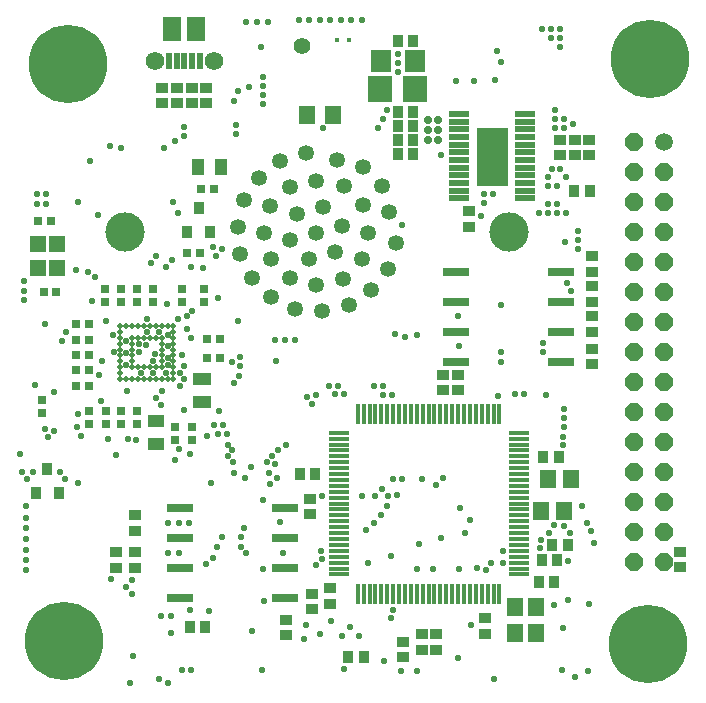
<source format=gts>
G75*
%MOIN*%
%OFA0B0*%
%FSLAX25Y25*%
%IPPOS*%
%LPD*%
%AMOC8*
5,1,8,0,0,1.08239X$1,22.5*
%
%ADD10R,0.03256X0.04043*%
%ADD11R,0.04043X0.03256*%
%ADD12R,0.05618X0.06406*%
%ADD13R,0.06012X0.04437*%
%ADD14R,0.08374X0.09161*%
%ADD15R,0.03059X0.02665*%
%ADD16R,0.02665X0.03059*%
%ADD17R,0.05224X0.04437*%
%ADD18R,0.04437X0.05224*%
%ADD19R,0.09161X0.02862*%
%ADD20R,0.01476X0.01378*%
%ADD21R,0.03600X0.04000*%
%ADD22R,0.05224X0.06012*%
%ADD23C,0.05500*%
%ADD24C,0.06209*%
%ADD25R,0.02075X0.05815*%
%ADD26R,0.06406X0.07980*%
%ADD27R,0.07100X0.01900*%
%ADD28R,0.09900X0.18900*%
%ADD29C,0.03500*%
%ADD30C,0.00000*%
%ADD31C,0.00001*%
%ADD32R,0.01600X0.07100*%
%ADD33R,0.07100X0.01600*%
%ADD34C,0.01878*%
%ADD35C,0.05300*%
%ADD36C,0.13098*%
%ADD37R,0.05224X0.05618*%
%ADD38R,0.06799X0.07598*%
%ADD39C,0.05900*%
%ADD40OC8,0.05900*%
%ADD41C,0.02300*%
%ADD42C,0.02800*%
%ADD43C,0.26153*%
D10*
X0087199Y0031579D03*
X0092318Y0031579D03*
X0140032Y0021724D03*
X0145150Y0021724D03*
X0128879Y0082628D03*
X0123761Y0082628D03*
X0203520Y0046723D03*
X0208639Y0046723D03*
X0209566Y0053955D03*
X0204448Y0053955D03*
X0208052Y0059046D03*
X0213170Y0059046D03*
X0210101Y0088460D03*
X0204983Y0088460D03*
X0215372Y0177188D03*
X0220490Y0177188D03*
X0161707Y0189300D03*
X0161724Y0193981D03*
X0161716Y0198677D03*
X0161715Y0203334D03*
X0156596Y0203334D03*
X0156598Y0198677D03*
X0156606Y0193981D03*
X0156589Y0189300D03*
X0156583Y0227187D03*
X0161701Y0227187D03*
D11*
X0210730Y0194037D03*
X0215575Y0194032D03*
X0220406Y0194029D03*
X0220406Y0188911D03*
X0215575Y0188914D03*
X0210730Y0188919D03*
X0221147Y0155218D03*
X0221147Y0150100D03*
X0221215Y0145262D03*
X0221215Y0140144D03*
X0221235Y0135199D03*
X0221235Y0130081D03*
X0221218Y0124385D03*
X0221218Y0119266D03*
X0176496Y0115773D03*
X0171716Y0115770D03*
X0171716Y0110652D03*
X0176496Y0110655D03*
X0127183Y0074501D03*
X0127183Y0069383D03*
X0133960Y0044550D03*
X0133960Y0039432D03*
X0127805Y0037661D03*
X0127805Y0042779D03*
X0119205Y0034042D03*
X0119205Y0028924D03*
X0158095Y0026772D03*
X0158095Y0021653D03*
X0164522Y0024147D03*
X0164522Y0029266D03*
X0169363Y0029272D03*
X0169363Y0024154D03*
X0185657Y0029416D03*
X0185657Y0034534D03*
X0250524Y0051562D03*
X0250524Y0056680D03*
X0180357Y0165090D03*
X0180357Y0170208D03*
X0092674Y0206260D03*
X0087915Y0206236D03*
X0082831Y0206210D03*
X0078050Y0206271D03*
X0078050Y0211389D03*
X0082831Y0211328D03*
X0087915Y0211354D03*
X0092674Y0211378D03*
X0068956Y0068905D03*
X0068956Y0063787D03*
X0068871Y0056558D03*
X0068871Y0051440D03*
X0062532Y0051427D03*
X0062532Y0056545D03*
D12*
X0204340Y0070502D03*
X0211821Y0070502D03*
X0214129Y0081003D03*
X0206649Y0081003D03*
D13*
X0091099Y0106619D03*
X0091099Y0114493D03*
D14*
X0150435Y0211011D03*
X0162246Y0211011D03*
D15*
X0091951Y0144332D03*
X0091951Y0140002D03*
X0084476Y0139975D03*
X0084476Y0144306D03*
X0074806Y0144283D03*
X0074806Y0139953D03*
X0069633Y0139928D03*
X0069633Y0144258D03*
X0064093Y0144221D03*
X0064093Y0139890D03*
X0058916Y0139941D03*
X0058916Y0144272D03*
X0037802Y0107422D03*
X0037802Y0103091D03*
X0053487Y0103613D03*
X0053487Y0099282D03*
X0059227Y0099262D03*
X0059227Y0103593D03*
X0064356Y0103618D03*
X0064356Y0099287D03*
X0069477Y0099295D03*
X0069477Y0103625D03*
X0082325Y0098279D03*
X0082325Y0093948D03*
X0088073Y0093990D03*
X0088073Y0098320D03*
D16*
X0092820Y0121372D03*
X0097151Y0121372D03*
X0097202Y0127615D03*
X0092872Y0127615D03*
X0090721Y0156217D03*
X0086390Y0156217D03*
X0091024Y0177708D03*
X0095355Y0177708D03*
X0053678Y0132609D03*
X0049347Y0132609D03*
X0049344Y0127501D03*
X0053674Y0127501D03*
X0053705Y0122426D03*
X0049374Y0122426D03*
X0049344Y0117295D03*
X0053674Y0117295D03*
X0053687Y0112133D03*
X0049356Y0112133D03*
X0042749Y0143437D03*
X0038419Y0143437D03*
X0036483Y0166918D03*
X0040814Y0166918D03*
D17*
X0075802Y0100240D03*
X0075802Y0092759D03*
D18*
X0089976Y0184898D03*
X0097456Y0184898D03*
D19*
X0175987Y0150114D03*
X0175987Y0140114D03*
X0175987Y0130114D03*
X0175987Y0120114D03*
X0210987Y0120114D03*
X0210987Y0130114D03*
X0210987Y0140114D03*
X0210987Y0150114D03*
X0118783Y0071430D03*
X0118783Y0061430D03*
X0118783Y0051430D03*
X0118783Y0041430D03*
X0083783Y0041430D03*
X0083783Y0051430D03*
X0083783Y0061430D03*
X0083783Y0071430D03*
D20*
X0136192Y0227216D03*
X0140227Y0227216D03*
D21*
X0090218Y0171415D03*
X0094018Y0163415D03*
X0086418Y0163415D03*
X0039687Y0084342D03*
X0043487Y0076342D03*
X0035887Y0076342D03*
D22*
X0126205Y0202382D03*
X0134867Y0202382D03*
X0195741Y0038419D03*
X0202434Y0038419D03*
X0202434Y0029758D03*
X0195741Y0029758D03*
D23*
X0124565Y0225514D03*
D24*
X0095186Y0220520D03*
X0075501Y0220520D03*
D25*
X0080225Y0220520D03*
X0082784Y0220520D03*
X0085343Y0220520D03*
X0087902Y0220520D03*
X0090461Y0220520D03*
D26*
X0089280Y0231150D03*
X0081406Y0231150D03*
D27*
X0176817Y0202697D03*
X0176817Y0200138D03*
X0176817Y0197579D03*
X0176817Y0195020D03*
X0176817Y0192461D03*
X0176817Y0189902D03*
X0176817Y0187343D03*
X0176817Y0184784D03*
X0176817Y0182225D03*
X0176817Y0179665D03*
X0176817Y0177106D03*
X0176817Y0174547D03*
X0199017Y0174547D03*
X0199017Y0177106D03*
X0199017Y0179665D03*
X0199017Y0182225D03*
X0199017Y0184784D03*
X0199017Y0187343D03*
X0199017Y0189902D03*
X0199017Y0192461D03*
X0199017Y0195020D03*
X0199017Y0197579D03*
X0199017Y0200138D03*
X0199017Y0202697D03*
D28*
X0187917Y0188622D03*
D29*
X0187917Y0188622D03*
X0191017Y0188622D03*
X0191017Y0185522D03*
X0191017Y0182422D03*
X0187917Y0182422D03*
X0187917Y0185522D03*
X0184817Y0185522D03*
X0184817Y0182422D03*
X0184817Y0188622D03*
X0184817Y0191722D03*
X0187917Y0191722D03*
X0191017Y0191722D03*
X0191017Y0194822D03*
X0187917Y0194822D03*
X0184817Y0194822D03*
D30*
X0182917Y0194022D02*
X0182917Y0192522D01*
X0192917Y0192522D01*
X0192917Y0194022D01*
X0182917Y0194022D01*
X0182917Y0195622D02*
X0182917Y0198122D01*
X0182917Y0179122D01*
X0184017Y0179122D01*
X0184017Y0198122D01*
X0182917Y0198122D01*
X0192917Y0198122D01*
X0192917Y0179122D01*
X0191817Y0179122D01*
X0191817Y0198122D01*
X0192917Y0198122D01*
X0192917Y0195622D01*
X0182917Y0195622D01*
X0185617Y0198122D02*
X0185617Y0179122D01*
X0187117Y0179122D01*
X0187117Y0198122D01*
X0185617Y0198122D01*
X0188717Y0198122D02*
X0188717Y0179122D01*
X0190217Y0179122D01*
X0190217Y0198122D01*
X0188717Y0198122D01*
X0192917Y0190922D02*
X0182917Y0190922D01*
X0182917Y0189422D01*
X0192917Y0189422D01*
X0192917Y0190922D01*
X0192917Y0187822D02*
X0192917Y0186322D01*
X0182917Y0186322D01*
X0182917Y0187822D01*
X0192917Y0187822D01*
X0192917Y0184722D02*
X0192917Y0183222D01*
X0182917Y0183222D01*
X0182917Y0184722D01*
X0192917Y0184722D01*
X0192917Y0181622D02*
X0192917Y0179122D01*
X0182917Y0179122D01*
X0182917Y0181622D01*
X0192917Y0181622D01*
D31*
X0191817Y0181622D01*
X0191817Y0181623D02*
X0192917Y0181623D01*
X0192917Y0181624D02*
X0191817Y0181624D01*
X0191817Y0181625D02*
X0192917Y0181625D01*
X0192917Y0181626D02*
X0191817Y0181626D01*
X0191817Y0181627D02*
X0192917Y0181627D01*
X0192917Y0181628D02*
X0191817Y0181628D01*
X0191817Y0181629D02*
X0192917Y0181629D01*
X0192917Y0181630D02*
X0191817Y0181630D01*
X0191817Y0181631D02*
X0192917Y0181631D01*
X0192917Y0181632D02*
X0191817Y0181632D01*
X0191817Y0181633D02*
X0192917Y0181633D01*
X0192917Y0181634D02*
X0191817Y0181634D01*
X0191817Y0181635D02*
X0192917Y0181635D01*
X0192917Y0181636D02*
X0191817Y0181636D01*
X0191817Y0181637D02*
X0192917Y0181637D01*
X0192917Y0181638D02*
X0191817Y0181638D01*
X0191817Y0181639D02*
X0192917Y0181639D01*
X0192917Y0181640D02*
X0191817Y0181640D01*
X0191817Y0181641D02*
X0192917Y0181641D01*
X0192917Y0181642D02*
X0191817Y0181642D01*
X0191817Y0181643D02*
X0192917Y0181643D01*
X0192917Y0181644D02*
X0191817Y0181644D01*
X0191817Y0181645D02*
X0192917Y0181645D01*
X0192917Y0181646D02*
X0191817Y0181646D01*
X0191817Y0181647D02*
X0192917Y0181647D01*
X0192917Y0181648D02*
X0191817Y0181648D01*
X0191817Y0181649D02*
X0192917Y0181649D01*
X0192917Y0181650D02*
X0191817Y0181650D01*
X0191817Y0181651D02*
X0192917Y0181651D01*
X0192917Y0181652D02*
X0191817Y0181652D01*
X0192917Y0181652D01*
X0192917Y0181653D02*
X0191817Y0181653D01*
X0191817Y0181654D02*
X0192917Y0181654D01*
X0192917Y0181655D02*
X0191817Y0181655D01*
X0191817Y0181656D02*
X0192917Y0181656D01*
X0192917Y0181657D02*
X0191817Y0181657D01*
X0191817Y0181658D02*
X0192917Y0181658D01*
X0192917Y0181659D02*
X0191817Y0181659D01*
X0191817Y0181660D02*
X0192917Y0181660D01*
X0192917Y0181661D02*
X0191817Y0181661D01*
X0191817Y0181662D02*
X0192917Y0181662D01*
X0192917Y0181663D02*
X0191817Y0181663D01*
X0191817Y0181664D02*
X0192917Y0181664D01*
X0192917Y0181665D02*
X0191817Y0181665D01*
X0191817Y0181666D02*
X0192917Y0181666D01*
X0192917Y0181667D02*
X0191817Y0181667D01*
X0191817Y0181668D02*
X0192917Y0181668D01*
X0192917Y0181669D02*
X0191817Y0181669D01*
X0191817Y0181670D02*
X0192917Y0181670D01*
X0192917Y0181671D02*
X0191817Y0181671D01*
X0191817Y0181672D02*
X0192917Y0181672D01*
X0192917Y0181673D02*
X0191817Y0181673D01*
X0191817Y0181674D02*
X0192917Y0181674D01*
X0192917Y0181675D02*
X0191817Y0181675D01*
X0191817Y0181676D02*
X0192917Y0181676D01*
X0192917Y0181677D02*
X0191817Y0181677D01*
X0191817Y0181678D02*
X0192917Y0181678D01*
X0192917Y0181679D02*
X0191817Y0181679D01*
X0191817Y0181680D02*
X0192917Y0181680D01*
X0192917Y0181681D02*
X0191817Y0181681D01*
X0191817Y0181682D02*
X0192917Y0181682D01*
X0192917Y0181683D02*
X0191817Y0181683D01*
X0191817Y0181684D02*
X0192917Y0181684D01*
X0192917Y0181685D02*
X0191817Y0181685D01*
X0191817Y0181686D02*
X0192917Y0181686D01*
X0192917Y0181687D02*
X0191817Y0181687D01*
X0191817Y0181688D02*
X0192917Y0181688D01*
X0192917Y0181689D02*
X0191817Y0181689D01*
X0191817Y0181690D02*
X0192917Y0181690D01*
X0192917Y0181691D02*
X0191817Y0181691D01*
X0191817Y0181692D02*
X0192917Y0181692D01*
X0192917Y0181693D02*
X0191817Y0181693D01*
X0191817Y0181694D02*
X0192917Y0181694D01*
X0192917Y0181695D02*
X0191817Y0181695D01*
X0191817Y0181696D02*
X0192917Y0181696D01*
X0192917Y0181697D02*
X0191817Y0181697D01*
X0191817Y0181698D02*
X0192917Y0181698D01*
X0192917Y0181699D02*
X0191817Y0181699D01*
X0191817Y0181700D02*
X0192917Y0181700D01*
X0192917Y0181701D02*
X0191817Y0181701D01*
X0191817Y0181702D02*
X0192917Y0181702D01*
X0192917Y0181703D02*
X0191817Y0181703D01*
X0191817Y0181704D02*
X0192917Y0181704D01*
X0192917Y0181705D02*
X0191817Y0181705D01*
X0191817Y0181706D02*
X0192917Y0181706D01*
X0192917Y0181707D02*
X0191817Y0181707D01*
X0191817Y0181708D02*
X0192917Y0181708D01*
X0192917Y0181709D02*
X0191817Y0181709D01*
X0191817Y0181710D02*
X0192917Y0181710D01*
X0192917Y0181711D02*
X0191817Y0181711D01*
X0191817Y0181712D02*
X0192917Y0181712D01*
X0192917Y0181713D02*
X0191817Y0181713D01*
X0191817Y0181714D02*
X0192917Y0181714D01*
X0191817Y0181714D01*
X0191817Y0181715D02*
X0192917Y0181715D01*
X0192917Y0181716D02*
X0191817Y0181716D01*
X0191817Y0181717D02*
X0192917Y0181717D01*
X0192917Y0181718D02*
X0191817Y0181718D01*
X0191817Y0181719D02*
X0192917Y0181719D01*
X0192917Y0181720D02*
X0191817Y0181720D01*
X0191817Y0181721D02*
X0192917Y0181721D01*
X0192917Y0181722D02*
X0191817Y0181722D01*
X0191817Y0181723D02*
X0192917Y0181723D01*
X0192917Y0181724D02*
X0191817Y0181724D01*
X0191817Y0181725D02*
X0192917Y0181725D01*
X0192917Y0181726D02*
X0191817Y0181726D01*
X0191817Y0181727D02*
X0192917Y0181727D01*
X0192917Y0181728D02*
X0191817Y0181728D01*
X0191817Y0181729D02*
X0192917Y0181729D01*
X0192917Y0181730D02*
X0191817Y0181730D01*
X0191817Y0181731D02*
X0192917Y0181731D01*
X0192917Y0181732D02*
X0191817Y0181732D01*
X0191817Y0181733D02*
X0192917Y0181733D01*
X0192917Y0181734D02*
X0191817Y0181734D01*
X0191817Y0181735D02*
X0192917Y0181735D01*
X0192917Y0181736D02*
X0191817Y0181736D01*
X0191817Y0181737D02*
X0192917Y0181737D01*
X0192917Y0181738D02*
X0191817Y0181738D01*
X0191817Y0181739D02*
X0192917Y0181739D01*
X0192917Y0181740D02*
X0191817Y0181740D01*
X0191817Y0181741D02*
X0192917Y0181741D01*
X0192917Y0181742D02*
X0191817Y0181742D01*
X0191817Y0181743D02*
X0192917Y0181743D01*
X0192917Y0181744D02*
X0191817Y0181744D01*
X0191817Y0181745D02*
X0192917Y0181745D01*
X0192917Y0181746D02*
X0191817Y0181746D01*
X0191817Y0181747D02*
X0192917Y0181747D01*
X0192917Y0181748D02*
X0191817Y0181748D01*
X0191817Y0181749D02*
X0192917Y0181749D01*
X0192917Y0181750D02*
X0191817Y0181750D01*
X0191817Y0181751D02*
X0192917Y0181751D01*
X0192917Y0181752D02*
X0191817Y0181752D01*
X0191817Y0181753D02*
X0192917Y0181753D01*
X0192917Y0181754D02*
X0191817Y0181754D01*
X0191817Y0181755D02*
X0192917Y0181755D01*
X0192917Y0181756D02*
X0191817Y0181756D01*
X0191817Y0181757D02*
X0192917Y0181757D01*
X0192917Y0181758D02*
X0191817Y0181758D01*
X0191817Y0181759D02*
X0192917Y0181759D01*
X0192917Y0181760D02*
X0191817Y0181760D01*
X0191817Y0181761D02*
X0192917Y0181761D01*
X0192917Y0181762D02*
X0191817Y0181762D01*
X0191817Y0181763D02*
X0192917Y0181763D01*
X0192917Y0181764D02*
X0191817Y0181764D01*
X0191817Y0181765D02*
X0192917Y0181765D01*
X0192917Y0181766D02*
X0191817Y0181766D01*
X0191817Y0181767D02*
X0192917Y0181767D01*
X0192917Y0181768D02*
X0191817Y0181768D01*
X0191817Y0181769D02*
X0192917Y0181769D01*
X0192917Y0181770D02*
X0191817Y0181770D01*
X0191817Y0181771D02*
X0192917Y0181771D01*
X0192917Y0181772D02*
X0191817Y0181772D01*
X0191817Y0181773D02*
X0192917Y0181773D01*
X0192917Y0181774D02*
X0191817Y0181774D01*
X0191817Y0181775D02*
X0192917Y0181775D01*
X0192917Y0181776D02*
X0191817Y0181776D01*
X0191817Y0181777D02*
X0192917Y0181777D01*
X0191817Y0181777D01*
X0191817Y0181778D02*
X0192917Y0181778D01*
X0192917Y0181779D02*
X0191817Y0181779D01*
X0191817Y0181780D02*
X0192917Y0181780D01*
X0192917Y0181781D02*
X0191817Y0181781D01*
X0191817Y0181782D02*
X0192917Y0181782D01*
X0192917Y0181783D02*
X0191817Y0181783D01*
X0191817Y0181784D02*
X0192917Y0181784D01*
X0192917Y0181785D02*
X0191817Y0181785D01*
X0191817Y0181786D02*
X0192917Y0181786D01*
X0192917Y0181787D02*
X0191817Y0181787D01*
X0191817Y0181788D02*
X0192917Y0181788D01*
X0192917Y0181789D02*
X0191817Y0181789D01*
X0191817Y0181790D02*
X0192917Y0181790D01*
X0192917Y0181791D02*
X0191817Y0181791D01*
X0191817Y0181792D02*
X0192917Y0181792D01*
X0192917Y0181793D02*
X0191817Y0181793D01*
X0191817Y0181794D02*
X0192917Y0181794D01*
X0192917Y0181795D02*
X0191817Y0181795D01*
X0191817Y0181796D02*
X0192917Y0181796D01*
X0192917Y0181797D02*
X0191817Y0181797D01*
X0191817Y0181798D02*
X0192917Y0181798D01*
X0192917Y0181799D02*
X0191817Y0181799D01*
X0191817Y0181800D02*
X0192917Y0181800D01*
X0192917Y0181801D02*
X0191817Y0181801D01*
X0191817Y0181802D02*
X0192917Y0181802D01*
X0192917Y0181803D02*
X0191817Y0181803D01*
X0191817Y0181804D02*
X0192917Y0181804D01*
X0192917Y0181805D02*
X0191817Y0181805D01*
X0191817Y0181806D02*
X0192917Y0181806D01*
X0192917Y0181807D02*
X0191817Y0181807D01*
X0191817Y0181808D02*
X0192917Y0181808D01*
X0192917Y0181809D02*
X0191817Y0181809D01*
X0191817Y0181810D02*
X0192917Y0181810D01*
X0192917Y0181811D02*
X0191817Y0181811D01*
X0191817Y0181812D02*
X0192917Y0181812D01*
X0192917Y0181813D02*
X0191817Y0181813D01*
X0191817Y0181814D02*
X0192917Y0181814D01*
X0192917Y0181815D02*
X0191817Y0181815D01*
X0191817Y0181816D02*
X0192917Y0181816D01*
X0192917Y0181817D02*
X0191817Y0181817D01*
X0191817Y0181818D02*
X0192917Y0181818D01*
X0192917Y0181819D02*
X0191817Y0181819D01*
X0191817Y0181820D02*
X0192917Y0181820D01*
X0192917Y0181821D02*
X0191817Y0181821D01*
X0191817Y0181822D02*
X0192917Y0181822D01*
X0192917Y0181823D02*
X0191817Y0181823D01*
X0191817Y0181824D02*
X0192917Y0181824D01*
X0192917Y0181825D02*
X0191817Y0181825D01*
X0191817Y0181826D02*
X0192917Y0181826D01*
X0192917Y0181827D02*
X0191817Y0181827D01*
X0191817Y0181828D02*
X0192917Y0181828D01*
X0192917Y0181829D02*
X0191817Y0181829D01*
X0191817Y0181830D02*
X0192917Y0181830D01*
X0192917Y0181831D02*
X0191817Y0181831D01*
X0191817Y0181832D02*
X0192917Y0181832D01*
X0192917Y0181833D02*
X0191817Y0181833D01*
X0191817Y0181834D02*
X0192917Y0181834D01*
X0192917Y0181835D02*
X0191817Y0181835D01*
X0191817Y0181836D02*
X0192917Y0181836D01*
X0192917Y0181837D02*
X0191817Y0181837D01*
X0191817Y0181838D02*
X0192917Y0181838D01*
X0192917Y0181839D02*
X0191817Y0181839D01*
X0192917Y0181839D01*
X0192917Y0181840D02*
X0191817Y0181840D01*
X0191817Y0181841D02*
X0192917Y0181841D01*
X0192917Y0181842D02*
X0191817Y0181842D01*
X0191817Y0181843D02*
X0192917Y0181843D01*
X0192917Y0181844D02*
X0191817Y0181844D01*
X0191817Y0181845D02*
X0192917Y0181845D01*
X0192917Y0181846D02*
X0191817Y0181846D01*
X0191817Y0181847D02*
X0192917Y0181847D01*
X0192917Y0181848D02*
X0191817Y0181848D01*
X0191817Y0181849D02*
X0192917Y0181849D01*
X0192917Y0181850D02*
X0191817Y0181850D01*
X0191817Y0181851D02*
X0192917Y0181851D01*
X0192917Y0181852D02*
X0191817Y0181852D01*
X0191817Y0181853D02*
X0192917Y0181853D01*
X0192917Y0181854D02*
X0191817Y0181854D01*
X0191817Y0181855D02*
X0192917Y0181855D01*
X0192917Y0181856D02*
X0191817Y0181856D01*
X0191817Y0181857D02*
X0192917Y0181857D01*
X0192917Y0181858D02*
X0191817Y0181858D01*
X0191817Y0181859D02*
X0192917Y0181859D01*
X0192917Y0181860D02*
X0191817Y0181860D01*
X0191817Y0181861D02*
X0192917Y0181861D01*
X0192917Y0181862D02*
X0191817Y0181862D01*
X0191817Y0181863D02*
X0192917Y0181863D01*
X0192917Y0181864D02*
X0191817Y0181864D01*
X0191817Y0181865D02*
X0192917Y0181865D01*
X0192917Y0181866D02*
X0191817Y0181866D01*
X0191817Y0181867D02*
X0192917Y0181867D01*
X0192917Y0181868D02*
X0191817Y0181868D01*
X0191817Y0181869D02*
X0192917Y0181869D01*
X0192917Y0181870D02*
X0191817Y0181870D01*
X0191817Y0181871D02*
X0192917Y0181871D01*
X0192917Y0181872D02*
X0191817Y0181872D01*
X0191817Y0181873D02*
X0192917Y0181873D01*
X0192917Y0181874D02*
X0191817Y0181874D01*
X0191817Y0181875D02*
X0192917Y0181875D01*
X0192917Y0181876D02*
X0191817Y0181876D01*
X0191817Y0181877D02*
X0192917Y0181877D01*
X0192917Y0181878D02*
X0191817Y0181878D01*
X0191817Y0181879D02*
X0192917Y0181879D01*
X0192917Y0181880D02*
X0191817Y0181880D01*
X0191817Y0181881D02*
X0192917Y0181881D01*
X0192917Y0181882D02*
X0191817Y0181882D01*
X0191817Y0181883D02*
X0192917Y0181883D01*
X0192917Y0181884D02*
X0191817Y0181884D01*
X0191817Y0181885D02*
X0192917Y0181885D01*
X0192917Y0181886D02*
X0191817Y0181886D01*
X0191817Y0181887D02*
X0192917Y0181887D01*
X0192917Y0181888D02*
X0191817Y0181888D01*
X0191817Y0181889D02*
X0192917Y0181889D01*
X0192917Y0181890D02*
X0191817Y0181890D01*
X0191817Y0181891D02*
X0192917Y0181891D01*
X0192917Y0181892D02*
X0191817Y0181892D01*
X0191817Y0181893D02*
X0192917Y0181893D01*
X0192917Y0181894D02*
X0191817Y0181894D01*
X0191817Y0181895D02*
X0192917Y0181895D01*
X0192917Y0181896D02*
X0191817Y0181896D01*
X0191817Y0181897D02*
X0192917Y0181897D01*
X0192917Y0181898D02*
X0191817Y0181898D01*
X0191817Y0181899D02*
X0192917Y0181899D01*
X0192917Y0181900D02*
X0191817Y0181900D01*
X0191817Y0181901D02*
X0192917Y0181901D01*
X0192917Y0181902D02*
X0191817Y0181902D01*
X0192917Y0181902D01*
X0192917Y0181903D02*
X0191817Y0181903D01*
X0191817Y0181904D02*
X0192917Y0181904D01*
X0192917Y0181905D02*
X0191817Y0181905D01*
X0191817Y0181906D02*
X0192917Y0181906D01*
X0192917Y0181907D02*
X0191817Y0181907D01*
X0191817Y0181908D02*
X0192917Y0181908D01*
X0192917Y0181909D02*
X0191817Y0181909D01*
X0191817Y0181910D02*
X0192917Y0181910D01*
X0192917Y0181911D02*
X0191817Y0181911D01*
X0191817Y0181912D02*
X0192917Y0181912D01*
X0192917Y0181913D02*
X0191817Y0181913D01*
X0191817Y0181914D02*
X0192917Y0181914D01*
X0192917Y0181915D02*
X0191817Y0181915D01*
X0191817Y0181916D02*
X0192917Y0181916D01*
X0192917Y0181917D02*
X0191817Y0181917D01*
X0191817Y0181918D02*
X0192917Y0181918D01*
X0192917Y0181919D02*
X0191817Y0181919D01*
X0191817Y0181920D02*
X0192917Y0181920D01*
X0192917Y0181921D02*
X0191817Y0181921D01*
X0191817Y0181922D02*
X0192917Y0181922D01*
X0192917Y0181923D02*
X0191817Y0181923D01*
X0191817Y0181924D02*
X0192917Y0181924D01*
X0192917Y0181925D02*
X0191817Y0181925D01*
X0191817Y0181926D02*
X0192917Y0181926D01*
X0192917Y0181927D02*
X0191817Y0181927D01*
X0191817Y0181928D02*
X0192917Y0181928D01*
X0192917Y0181929D02*
X0191817Y0181929D01*
X0191817Y0181930D02*
X0192917Y0181930D01*
X0192917Y0181931D02*
X0191817Y0181931D01*
X0191817Y0181932D02*
X0192917Y0181932D01*
X0192917Y0181933D02*
X0191817Y0181933D01*
X0191817Y0181934D02*
X0192917Y0181934D01*
X0192917Y0181935D02*
X0191817Y0181935D01*
X0191817Y0181936D02*
X0192917Y0181936D01*
X0192917Y0181937D02*
X0191817Y0181937D01*
X0191817Y0181938D02*
X0192917Y0181938D01*
X0192917Y0181939D02*
X0191817Y0181939D01*
X0191817Y0181940D02*
X0192917Y0181940D01*
X0192917Y0181941D02*
X0191817Y0181941D01*
X0191817Y0181942D02*
X0192917Y0181942D01*
X0192917Y0181943D02*
X0191817Y0181943D01*
X0191817Y0181944D02*
X0192917Y0181944D01*
X0192917Y0181945D02*
X0191817Y0181945D01*
X0191817Y0181946D02*
X0192917Y0181946D01*
X0192917Y0181947D02*
X0191817Y0181947D01*
X0191817Y0181948D02*
X0192917Y0181948D01*
X0192917Y0181949D02*
X0191817Y0181949D01*
X0191817Y0181950D02*
X0192917Y0181950D01*
X0192917Y0181951D02*
X0191817Y0181951D01*
X0191817Y0181952D02*
X0192917Y0181952D01*
X0192917Y0181953D02*
X0191817Y0181953D01*
X0191817Y0181954D02*
X0192917Y0181954D01*
X0192917Y0181955D02*
X0191817Y0181955D01*
X0191817Y0181956D02*
X0192917Y0181956D01*
X0192917Y0181957D02*
X0191817Y0181957D01*
X0191817Y0181958D02*
X0192917Y0181958D01*
X0192917Y0181959D02*
X0191817Y0181959D01*
X0191817Y0181960D02*
X0192917Y0181960D01*
X0192917Y0181961D02*
X0191817Y0181961D01*
X0191817Y0181962D02*
X0192917Y0181962D01*
X0192917Y0181963D02*
X0191817Y0181963D01*
X0191817Y0181964D02*
X0192917Y0181964D01*
X0191817Y0181964D01*
X0191817Y0181965D02*
X0192917Y0181965D01*
X0192917Y0181966D02*
X0191817Y0181966D01*
X0191817Y0181967D02*
X0192917Y0181967D01*
X0192917Y0181968D02*
X0191817Y0181968D01*
X0191817Y0181969D02*
X0192917Y0181969D01*
X0192917Y0181970D02*
X0191817Y0181970D01*
X0191817Y0181971D02*
X0192917Y0181971D01*
X0192917Y0181972D02*
X0191817Y0181972D01*
X0191817Y0181973D02*
X0192917Y0181973D01*
X0192917Y0181974D02*
X0191817Y0181974D01*
X0191817Y0181975D02*
X0192917Y0181975D01*
X0192917Y0181976D02*
X0191817Y0181976D01*
X0191817Y0181977D02*
X0192917Y0181977D01*
X0192917Y0181978D02*
X0191817Y0181978D01*
X0191817Y0181979D02*
X0192917Y0181979D01*
X0192917Y0181980D02*
X0191817Y0181980D01*
X0191817Y0181981D02*
X0192917Y0181981D01*
X0192917Y0181982D02*
X0191817Y0181982D01*
X0191817Y0181983D02*
X0192917Y0181983D01*
X0192917Y0181984D02*
X0191817Y0181984D01*
X0191817Y0181985D02*
X0192917Y0181985D01*
X0192917Y0181986D02*
X0191817Y0181986D01*
X0191817Y0181987D02*
X0192917Y0181987D01*
X0192917Y0181988D02*
X0191817Y0181988D01*
X0191817Y0181989D02*
X0192917Y0181989D01*
X0192917Y0181990D02*
X0191817Y0181990D01*
X0191817Y0181991D02*
X0192917Y0181991D01*
X0192917Y0181992D02*
X0191817Y0181992D01*
X0191817Y0181993D02*
X0192917Y0181993D01*
X0192917Y0181994D02*
X0191817Y0181994D01*
X0191817Y0181995D02*
X0192917Y0181995D01*
X0192917Y0181996D02*
X0191817Y0181996D01*
X0191817Y0181997D02*
X0192917Y0181997D01*
X0192917Y0181998D02*
X0191817Y0181998D01*
X0191817Y0181999D02*
X0192917Y0181999D01*
X0192917Y0182000D02*
X0191817Y0182000D01*
X0191817Y0182001D02*
X0192917Y0182001D01*
X0192917Y0182002D02*
X0191817Y0182002D01*
X0191817Y0182003D02*
X0192917Y0182003D01*
X0192917Y0182004D02*
X0191817Y0182004D01*
X0191817Y0182005D02*
X0192917Y0182005D01*
X0192917Y0182006D02*
X0191817Y0182006D01*
X0191817Y0182007D02*
X0192917Y0182007D01*
X0192917Y0182008D02*
X0191817Y0182008D01*
X0191817Y0182009D02*
X0192917Y0182009D01*
X0192917Y0182010D02*
X0191817Y0182010D01*
X0191817Y0182011D02*
X0192917Y0182011D01*
X0192917Y0182012D02*
X0191817Y0182012D01*
X0191817Y0182013D02*
X0192917Y0182013D01*
X0192917Y0182014D02*
X0191817Y0182014D01*
X0191817Y0182015D02*
X0192917Y0182015D01*
X0192917Y0182016D02*
X0191817Y0182016D01*
X0191817Y0182017D02*
X0192917Y0182017D01*
X0192917Y0182018D02*
X0191817Y0182018D01*
X0191817Y0182019D02*
X0192917Y0182019D01*
X0192917Y0182020D02*
X0191817Y0182020D01*
X0191817Y0182021D02*
X0192917Y0182021D01*
X0192917Y0182022D02*
X0191817Y0182022D01*
X0191817Y0182023D02*
X0192917Y0182023D01*
X0192917Y0182024D02*
X0191817Y0182024D01*
X0191817Y0182025D02*
X0192917Y0182025D01*
X0192917Y0182026D02*
X0191817Y0182026D01*
X0191817Y0182027D02*
X0192917Y0182027D01*
X0191817Y0182027D01*
X0191817Y0182028D02*
X0192917Y0182028D01*
X0192917Y0182029D02*
X0191817Y0182029D01*
X0191817Y0182030D02*
X0192917Y0182030D01*
X0192917Y0182031D02*
X0191817Y0182031D01*
X0191817Y0182032D02*
X0192917Y0182032D01*
X0192917Y0182033D02*
X0191817Y0182033D01*
X0191817Y0182034D02*
X0192917Y0182034D01*
X0192917Y0182035D02*
X0191817Y0182035D01*
X0191817Y0182036D02*
X0192917Y0182036D01*
X0192917Y0182037D02*
X0191817Y0182037D01*
X0191817Y0182038D02*
X0192917Y0182038D01*
X0192917Y0182039D02*
X0191817Y0182039D01*
X0191817Y0182040D02*
X0192917Y0182040D01*
X0192917Y0182041D02*
X0191817Y0182041D01*
X0191817Y0182042D02*
X0192917Y0182042D01*
X0192917Y0182043D02*
X0191817Y0182043D01*
X0191817Y0182044D02*
X0192917Y0182044D01*
X0192917Y0182045D02*
X0191817Y0182045D01*
X0191817Y0182046D02*
X0192917Y0182046D01*
X0192917Y0182047D02*
X0191817Y0182047D01*
X0191817Y0182048D02*
X0192917Y0182048D01*
X0192917Y0182049D02*
X0191817Y0182049D01*
X0191817Y0182050D02*
X0192917Y0182050D01*
X0192917Y0182051D02*
X0191817Y0182051D01*
X0191817Y0182052D02*
X0192917Y0182052D01*
X0192917Y0182053D02*
X0191817Y0182053D01*
X0191817Y0182054D02*
X0192917Y0182054D01*
X0192917Y0182055D02*
X0191817Y0182055D01*
X0191817Y0182056D02*
X0192917Y0182056D01*
X0192917Y0182057D02*
X0191817Y0182057D01*
X0191817Y0182058D02*
X0192917Y0182058D01*
X0192917Y0182059D02*
X0191817Y0182059D01*
X0191817Y0182060D02*
X0192917Y0182060D01*
X0192917Y0182061D02*
X0191817Y0182061D01*
X0191817Y0182062D02*
X0192917Y0182062D01*
X0192917Y0182063D02*
X0191817Y0182063D01*
X0191817Y0182064D02*
X0192917Y0182064D01*
X0192917Y0182065D02*
X0191817Y0182065D01*
X0191817Y0182066D02*
X0192917Y0182066D01*
X0192917Y0182067D02*
X0191817Y0182067D01*
X0191817Y0182068D02*
X0192917Y0182068D01*
X0192917Y0182069D02*
X0191817Y0182069D01*
X0191817Y0182070D02*
X0192917Y0182070D01*
X0192917Y0182071D02*
X0191817Y0182071D01*
X0191817Y0182072D02*
X0192917Y0182072D01*
X0192917Y0182073D02*
X0191817Y0182073D01*
X0191817Y0182074D02*
X0192917Y0182074D01*
X0192917Y0182075D02*
X0191817Y0182075D01*
X0191817Y0182076D02*
X0192917Y0182076D01*
X0192917Y0182077D02*
X0191817Y0182077D01*
X0191817Y0182078D02*
X0192917Y0182078D01*
X0192917Y0182079D02*
X0191817Y0182079D01*
X0191817Y0182080D02*
X0192917Y0182080D01*
X0192917Y0182081D02*
X0191817Y0182081D01*
X0191817Y0182082D02*
X0192917Y0182082D01*
X0192917Y0182083D02*
X0191817Y0182083D01*
X0191817Y0182084D02*
X0192917Y0182084D01*
X0192917Y0182085D02*
X0191817Y0182085D01*
X0191817Y0182086D02*
X0192917Y0182086D01*
X0192917Y0182087D02*
X0191817Y0182087D01*
X0191817Y0182088D02*
X0192917Y0182088D01*
X0192917Y0182089D02*
X0191817Y0182089D01*
X0192917Y0182089D01*
X0192917Y0182090D02*
X0191817Y0182090D01*
X0191817Y0182091D02*
X0192917Y0182091D01*
X0192917Y0182092D02*
X0191817Y0182092D01*
X0191817Y0182093D02*
X0192917Y0182093D01*
X0192917Y0182094D02*
X0191817Y0182094D01*
X0191817Y0182095D02*
X0192917Y0182095D01*
X0192917Y0182096D02*
X0191817Y0182096D01*
X0191817Y0182097D02*
X0192917Y0182097D01*
X0192917Y0182098D02*
X0191817Y0182098D01*
X0191817Y0182099D02*
X0192917Y0182099D01*
X0192917Y0182100D02*
X0191817Y0182100D01*
X0191817Y0182101D02*
X0192917Y0182101D01*
X0192917Y0182102D02*
X0191817Y0182102D01*
X0191817Y0182103D02*
X0192917Y0182103D01*
X0192917Y0182104D02*
X0191817Y0182104D01*
X0191817Y0182105D02*
X0192917Y0182105D01*
X0192917Y0182106D02*
X0191817Y0182106D01*
X0191817Y0182107D02*
X0192917Y0182107D01*
X0192917Y0182108D02*
X0191817Y0182108D01*
X0191817Y0182109D02*
X0192917Y0182109D01*
X0192917Y0182110D02*
X0191817Y0182110D01*
X0191817Y0182111D02*
X0192917Y0182111D01*
X0192917Y0182112D02*
X0191817Y0182112D01*
X0191817Y0182113D02*
X0192917Y0182113D01*
X0192917Y0182114D02*
X0191817Y0182114D01*
X0191817Y0182115D02*
X0192917Y0182115D01*
X0192917Y0182116D02*
X0191817Y0182116D01*
X0191817Y0182117D02*
X0192917Y0182117D01*
X0192917Y0182118D02*
X0191817Y0182118D01*
X0191817Y0182119D02*
X0192917Y0182119D01*
X0192917Y0182120D02*
X0191817Y0182120D01*
X0191817Y0182121D02*
X0192917Y0182121D01*
X0192917Y0182122D02*
X0191817Y0182122D01*
X0191817Y0182123D02*
X0192917Y0182123D01*
X0192917Y0182124D02*
X0191817Y0182124D01*
X0191817Y0182125D02*
X0192917Y0182125D01*
X0192917Y0182126D02*
X0191817Y0182126D01*
X0191817Y0182127D02*
X0192917Y0182127D01*
X0192917Y0182128D02*
X0191817Y0182128D01*
X0191817Y0182129D02*
X0192917Y0182129D01*
X0192917Y0182130D02*
X0191817Y0182130D01*
X0191817Y0182131D02*
X0192917Y0182131D01*
X0192917Y0182132D02*
X0191817Y0182132D01*
X0191817Y0182133D02*
X0192917Y0182133D01*
X0192917Y0182134D02*
X0191817Y0182134D01*
X0191817Y0182135D02*
X0192917Y0182135D01*
X0192917Y0182136D02*
X0191817Y0182136D01*
X0191817Y0182137D02*
X0192917Y0182137D01*
X0192917Y0182138D02*
X0191817Y0182138D01*
X0191817Y0182139D02*
X0192917Y0182139D01*
X0192917Y0182140D02*
X0191817Y0182140D01*
X0191817Y0182141D02*
X0192917Y0182141D01*
X0192917Y0182142D02*
X0191817Y0182142D01*
X0191817Y0182143D02*
X0192917Y0182143D01*
X0192917Y0182144D02*
X0191817Y0182144D01*
X0191817Y0182145D02*
X0192917Y0182145D01*
X0192917Y0182146D02*
X0191817Y0182146D01*
X0191817Y0182147D02*
X0192917Y0182147D01*
X0192917Y0182148D02*
X0191817Y0182148D01*
X0191817Y0182149D02*
X0192917Y0182149D01*
X0192917Y0182150D02*
X0191817Y0182150D01*
X0191817Y0182151D02*
X0192917Y0182151D01*
X0192917Y0182152D02*
X0191817Y0182152D01*
X0192917Y0182152D01*
X0192917Y0182153D02*
X0191817Y0182153D01*
X0191817Y0182154D02*
X0192917Y0182154D01*
X0192917Y0182155D02*
X0191817Y0182155D01*
X0191817Y0182156D02*
X0192917Y0182156D01*
X0192917Y0182157D02*
X0191817Y0182157D01*
X0191817Y0182158D02*
X0192917Y0182158D01*
X0192917Y0182159D02*
X0191817Y0182159D01*
X0191817Y0182160D02*
X0192917Y0182160D01*
X0192917Y0182161D02*
X0191817Y0182161D01*
X0191817Y0182162D02*
X0192917Y0182162D01*
X0192917Y0182163D02*
X0191817Y0182163D01*
X0191817Y0182164D02*
X0192917Y0182164D01*
X0192917Y0182165D02*
X0191817Y0182165D01*
X0191817Y0182166D02*
X0192917Y0182166D01*
X0192917Y0182167D02*
X0191817Y0182167D01*
X0191817Y0182168D02*
X0192917Y0182168D01*
X0192917Y0182169D02*
X0191817Y0182169D01*
X0191817Y0182170D02*
X0192917Y0182170D01*
X0192917Y0182171D02*
X0191817Y0182171D01*
X0191817Y0182172D02*
X0192917Y0182172D01*
X0192917Y0182173D02*
X0191817Y0182173D01*
X0191817Y0182174D02*
X0192917Y0182174D01*
X0192917Y0182175D02*
X0191817Y0182175D01*
X0191817Y0182176D02*
X0192917Y0182176D01*
X0192917Y0182177D02*
X0191817Y0182177D01*
X0191817Y0182178D02*
X0192917Y0182178D01*
X0192917Y0182179D02*
X0191817Y0182179D01*
X0191817Y0182180D02*
X0192917Y0182180D01*
X0192917Y0182181D02*
X0191817Y0182181D01*
X0191817Y0182182D02*
X0192917Y0182182D01*
X0192917Y0182183D02*
X0191817Y0182183D01*
X0191817Y0182184D02*
X0192917Y0182184D01*
X0192917Y0182185D02*
X0191817Y0182185D01*
X0191817Y0182186D02*
X0192917Y0182186D01*
X0192917Y0182187D02*
X0191817Y0182187D01*
X0191817Y0182188D02*
X0192917Y0182188D01*
X0192917Y0182189D02*
X0191817Y0182189D01*
X0191817Y0182190D02*
X0192917Y0182190D01*
X0192917Y0182191D02*
X0191817Y0182191D01*
X0191817Y0182192D02*
X0192917Y0182192D01*
X0192917Y0182193D02*
X0191817Y0182193D01*
X0191817Y0182194D02*
X0192917Y0182194D01*
X0192917Y0182195D02*
X0191817Y0182195D01*
X0191817Y0182196D02*
X0192917Y0182196D01*
X0192917Y0182197D02*
X0191817Y0182197D01*
X0191817Y0182198D02*
X0192917Y0182198D01*
X0192917Y0182199D02*
X0191817Y0182199D01*
X0191817Y0182200D02*
X0192917Y0182200D01*
X0192917Y0182201D02*
X0191817Y0182201D01*
X0191817Y0182202D02*
X0192917Y0182202D01*
X0192917Y0182203D02*
X0191817Y0182203D01*
X0191817Y0182204D02*
X0192917Y0182204D01*
X0192917Y0182205D02*
X0191817Y0182205D01*
X0191817Y0182206D02*
X0192917Y0182206D01*
X0192917Y0182207D02*
X0191817Y0182207D01*
X0191817Y0182208D02*
X0192917Y0182208D01*
X0192917Y0182209D02*
X0191817Y0182209D01*
X0191817Y0182210D02*
X0192917Y0182210D01*
X0192917Y0182211D02*
X0191817Y0182211D01*
X0191817Y0182212D02*
X0192917Y0182212D01*
X0192917Y0182213D02*
X0191817Y0182213D01*
X0191817Y0182214D02*
X0192917Y0182214D01*
X0191817Y0182214D01*
X0191817Y0182215D02*
X0192917Y0182215D01*
X0192917Y0182216D02*
X0191817Y0182216D01*
X0191817Y0182217D02*
X0192917Y0182217D01*
X0192917Y0182218D02*
X0191817Y0182218D01*
X0191817Y0182219D02*
X0192917Y0182219D01*
X0192917Y0182220D02*
X0191817Y0182220D01*
X0191817Y0182221D02*
X0192917Y0182221D01*
X0192917Y0182222D02*
X0191817Y0182222D01*
X0191817Y0182223D02*
X0192917Y0182223D01*
X0192917Y0182224D02*
X0191817Y0182224D01*
X0191817Y0182225D02*
X0192917Y0182225D01*
X0192917Y0182226D02*
X0191817Y0182226D01*
X0191817Y0182227D02*
X0192917Y0182227D01*
X0192917Y0182228D02*
X0191817Y0182228D01*
X0191817Y0182229D02*
X0192917Y0182229D01*
X0192917Y0182230D02*
X0191817Y0182230D01*
X0191817Y0182231D02*
X0192917Y0182231D01*
X0192917Y0182232D02*
X0191817Y0182232D01*
X0191817Y0182233D02*
X0192917Y0182233D01*
X0192917Y0182234D02*
X0191817Y0182234D01*
X0191817Y0182235D02*
X0192917Y0182235D01*
X0192917Y0182236D02*
X0191817Y0182236D01*
X0191817Y0182237D02*
X0192917Y0182237D01*
X0192917Y0182238D02*
X0191817Y0182238D01*
X0191817Y0182239D02*
X0192917Y0182239D01*
X0192917Y0182240D02*
X0191817Y0182240D01*
X0191817Y0182241D02*
X0192917Y0182241D01*
X0192917Y0182242D02*
X0191817Y0182242D01*
X0191817Y0182243D02*
X0192917Y0182243D01*
X0192917Y0182244D02*
X0191817Y0182244D01*
X0191817Y0182245D02*
X0192917Y0182245D01*
X0192917Y0182246D02*
X0191817Y0182246D01*
X0191817Y0182247D02*
X0192917Y0182247D01*
X0192917Y0182248D02*
X0191817Y0182248D01*
X0191817Y0182249D02*
X0192917Y0182249D01*
X0192917Y0182250D02*
X0191817Y0182250D01*
X0191817Y0182251D02*
X0192917Y0182251D01*
X0192917Y0182252D02*
X0191817Y0182252D01*
X0191817Y0182253D02*
X0192917Y0182253D01*
X0192917Y0182254D02*
X0191817Y0182254D01*
X0191817Y0182255D02*
X0192917Y0182255D01*
X0192917Y0182256D02*
X0191817Y0182256D01*
X0191817Y0182257D02*
X0192917Y0182257D01*
X0192917Y0182258D02*
X0191817Y0182258D01*
X0191817Y0182259D02*
X0192917Y0182259D01*
X0192917Y0182260D02*
X0191817Y0182260D01*
X0191817Y0182261D02*
X0192917Y0182261D01*
X0192917Y0182262D02*
X0191817Y0182262D01*
X0191817Y0182263D02*
X0192917Y0182263D01*
X0192917Y0182264D02*
X0191817Y0182264D01*
X0191817Y0182265D02*
X0192917Y0182265D01*
X0192917Y0182266D02*
X0191817Y0182266D01*
X0191817Y0182267D02*
X0192917Y0182267D01*
X0192917Y0182268D02*
X0191817Y0182268D01*
X0191817Y0182269D02*
X0192917Y0182269D01*
X0192917Y0182270D02*
X0191817Y0182270D01*
X0191817Y0182271D02*
X0192917Y0182271D01*
X0192917Y0182272D02*
X0191817Y0182272D01*
X0191817Y0182273D02*
X0192917Y0182273D01*
X0192917Y0182274D02*
X0191817Y0182274D01*
X0191817Y0182275D02*
X0192917Y0182275D01*
X0192917Y0182276D02*
X0191817Y0182276D01*
X0191817Y0182277D02*
X0192917Y0182277D01*
X0191817Y0182277D01*
X0191817Y0182278D02*
X0192917Y0182278D01*
X0192917Y0182279D02*
X0191817Y0182279D01*
X0191817Y0182280D02*
X0192917Y0182280D01*
X0192917Y0182281D02*
X0191817Y0182281D01*
X0191817Y0182282D02*
X0192917Y0182282D01*
X0192917Y0182283D02*
X0191817Y0182283D01*
X0191817Y0182284D02*
X0192917Y0182284D01*
X0192917Y0182285D02*
X0191817Y0182285D01*
X0191817Y0182286D02*
X0192917Y0182286D01*
X0192917Y0182287D02*
X0191817Y0182287D01*
X0191817Y0182288D02*
X0192917Y0182288D01*
X0192917Y0182289D02*
X0191817Y0182289D01*
X0191817Y0182290D02*
X0192917Y0182290D01*
X0192917Y0182291D02*
X0191817Y0182291D01*
X0191817Y0182292D02*
X0192917Y0182292D01*
X0192917Y0182293D02*
X0191817Y0182293D01*
X0191817Y0182294D02*
X0192917Y0182294D01*
X0192917Y0182295D02*
X0191817Y0182295D01*
X0191817Y0182296D02*
X0192917Y0182296D01*
X0192917Y0182297D02*
X0191817Y0182297D01*
X0191817Y0182298D02*
X0192917Y0182298D01*
X0192917Y0182299D02*
X0191817Y0182299D01*
X0191817Y0182300D02*
X0192917Y0182300D01*
X0192917Y0182301D02*
X0191817Y0182301D01*
X0191817Y0182302D02*
X0192917Y0182302D01*
X0192917Y0182303D02*
X0191817Y0182303D01*
X0191817Y0182304D02*
X0192917Y0182304D01*
X0192917Y0182305D02*
X0191817Y0182305D01*
X0191817Y0182306D02*
X0192917Y0182306D01*
X0192917Y0182307D02*
X0191817Y0182307D01*
X0191817Y0182308D02*
X0192917Y0182308D01*
X0192917Y0182309D02*
X0191817Y0182309D01*
X0191817Y0182310D02*
X0192917Y0182310D01*
X0192917Y0182311D02*
X0191817Y0182311D01*
X0191817Y0182312D02*
X0192917Y0182312D01*
X0192917Y0182313D02*
X0191817Y0182313D01*
X0191817Y0182314D02*
X0192917Y0182314D01*
X0192917Y0182315D02*
X0191817Y0182315D01*
X0191817Y0182316D02*
X0192917Y0182316D01*
X0192917Y0182317D02*
X0191817Y0182317D01*
X0191817Y0182318D02*
X0192917Y0182318D01*
X0192917Y0182319D02*
X0191817Y0182319D01*
X0191817Y0182320D02*
X0192917Y0182320D01*
X0192917Y0182321D02*
X0191817Y0182321D01*
X0191817Y0182322D02*
X0192917Y0182322D01*
X0192917Y0182323D02*
X0191817Y0182323D01*
X0191817Y0182324D02*
X0192917Y0182324D01*
X0192917Y0182325D02*
X0191817Y0182325D01*
X0191817Y0182326D02*
X0192917Y0182326D01*
X0192917Y0182327D02*
X0191817Y0182327D01*
X0191817Y0182328D02*
X0192917Y0182328D01*
X0192917Y0182329D02*
X0191817Y0182329D01*
X0191817Y0182330D02*
X0192917Y0182330D01*
X0192917Y0182331D02*
X0191817Y0182331D01*
X0191817Y0182332D02*
X0192917Y0182332D01*
X0192917Y0182333D02*
X0191817Y0182333D01*
X0191817Y0182334D02*
X0192917Y0182334D01*
X0192917Y0182335D02*
X0191817Y0182335D01*
X0191817Y0182336D02*
X0192917Y0182336D01*
X0192917Y0182337D02*
X0191817Y0182337D01*
X0191817Y0182338D02*
X0192917Y0182338D01*
X0192917Y0182339D02*
X0191817Y0182339D01*
X0192917Y0182339D01*
X0192917Y0182340D02*
X0191817Y0182340D01*
X0191817Y0182341D02*
X0192917Y0182341D01*
X0192917Y0182342D02*
X0191817Y0182342D01*
X0191817Y0182343D02*
X0192917Y0182343D01*
X0192917Y0182344D02*
X0191817Y0182344D01*
X0191817Y0182345D02*
X0192917Y0182345D01*
X0192917Y0182346D02*
X0191817Y0182346D01*
X0191817Y0182347D02*
X0192917Y0182347D01*
X0192917Y0182348D02*
X0191817Y0182348D01*
X0191817Y0182349D02*
X0192917Y0182349D01*
X0192917Y0182350D02*
X0191817Y0182350D01*
X0191817Y0182351D02*
X0192917Y0182351D01*
X0192917Y0182352D02*
X0191817Y0182352D01*
X0191817Y0182353D02*
X0192917Y0182353D01*
X0192917Y0182354D02*
X0191817Y0182354D01*
X0191817Y0182355D02*
X0192917Y0182355D01*
X0192917Y0182356D02*
X0191817Y0182356D01*
X0191817Y0182357D02*
X0192917Y0182357D01*
X0192917Y0182358D02*
X0191817Y0182358D01*
X0191817Y0182359D02*
X0192917Y0182359D01*
X0192917Y0182360D02*
X0191817Y0182360D01*
X0191817Y0182361D02*
X0192917Y0182361D01*
X0192917Y0182362D02*
X0191817Y0182362D01*
X0191817Y0182363D02*
X0192917Y0182363D01*
X0192917Y0182364D02*
X0191817Y0182364D01*
X0191817Y0182365D02*
X0192917Y0182365D01*
X0192917Y0182366D02*
X0191817Y0182366D01*
X0191817Y0182367D02*
X0192917Y0182367D01*
X0192917Y0182368D02*
X0191817Y0182368D01*
X0191817Y0182369D02*
X0192917Y0182369D01*
X0192917Y0182370D02*
X0191817Y0182370D01*
X0191817Y0182371D02*
X0192917Y0182371D01*
X0192917Y0182372D02*
X0191817Y0182372D01*
X0191817Y0182373D02*
X0192917Y0182373D01*
X0192917Y0182374D02*
X0191817Y0182374D01*
X0191817Y0182375D02*
X0192917Y0182375D01*
X0192917Y0182376D02*
X0191817Y0182376D01*
X0191817Y0182377D02*
X0192917Y0182377D01*
X0192917Y0182378D02*
X0191817Y0182378D01*
X0191817Y0182379D02*
X0192917Y0182379D01*
X0192917Y0182380D02*
X0191817Y0182380D01*
X0191817Y0182381D02*
X0192917Y0182381D01*
X0192917Y0182382D02*
X0191817Y0182382D01*
X0191817Y0182383D02*
X0192917Y0182383D01*
X0192917Y0182384D02*
X0191817Y0182384D01*
X0191817Y0182385D02*
X0192917Y0182385D01*
X0192917Y0182386D02*
X0191817Y0182386D01*
X0191817Y0182387D02*
X0192917Y0182387D01*
X0192917Y0182388D02*
X0191817Y0182388D01*
X0191817Y0182389D02*
X0192917Y0182389D01*
X0192917Y0182390D02*
X0191817Y0182390D01*
X0191817Y0182391D02*
X0192917Y0182391D01*
X0192917Y0182392D02*
X0191817Y0182392D01*
X0191817Y0182393D02*
X0192917Y0182393D01*
X0192917Y0182394D02*
X0191817Y0182394D01*
X0191817Y0182395D02*
X0192917Y0182395D01*
X0192917Y0182396D02*
X0191817Y0182396D01*
X0191817Y0182397D02*
X0192917Y0182397D01*
X0192917Y0182398D02*
X0191817Y0182398D01*
X0191817Y0182399D02*
X0192917Y0182399D01*
X0192917Y0182400D02*
X0191817Y0182400D01*
X0191817Y0182401D02*
X0192917Y0182401D01*
X0192917Y0182402D02*
X0191817Y0182402D01*
X0192917Y0182402D01*
X0192917Y0182403D02*
X0191817Y0182403D01*
X0191817Y0182404D02*
X0192917Y0182404D01*
X0192917Y0182405D02*
X0191817Y0182405D01*
X0191817Y0182406D02*
X0192917Y0182406D01*
X0192917Y0182407D02*
X0191817Y0182407D01*
X0191817Y0182408D02*
X0192917Y0182408D01*
X0192917Y0182409D02*
X0191817Y0182409D01*
X0191817Y0182410D02*
X0192917Y0182410D01*
X0192917Y0182411D02*
X0191817Y0182411D01*
X0191817Y0182412D02*
X0192917Y0182412D01*
X0192917Y0182413D02*
X0191817Y0182413D01*
X0191817Y0182414D02*
X0192917Y0182414D01*
X0192917Y0182415D02*
X0191817Y0182415D01*
X0191817Y0182416D02*
X0192917Y0182416D01*
X0192917Y0182417D02*
X0191817Y0182417D01*
X0191817Y0182418D02*
X0192917Y0182418D01*
X0192917Y0182419D02*
X0191817Y0182419D01*
X0191817Y0182420D02*
X0192917Y0182420D01*
X0192917Y0182421D02*
X0191817Y0182421D01*
X0191817Y0182422D02*
X0192917Y0182422D01*
X0192917Y0182423D02*
X0191817Y0182423D01*
X0191817Y0182424D02*
X0192917Y0182424D01*
X0192917Y0182425D02*
X0191817Y0182425D01*
X0191817Y0182426D02*
X0192917Y0182426D01*
X0192917Y0182427D02*
X0191817Y0182427D01*
X0191817Y0182428D02*
X0192917Y0182428D01*
X0192917Y0182429D02*
X0191817Y0182429D01*
X0191817Y0182430D02*
X0192917Y0182430D01*
X0192917Y0182431D02*
X0191817Y0182431D01*
X0191817Y0182432D02*
X0192917Y0182432D01*
X0192917Y0182433D02*
X0191817Y0182433D01*
X0191817Y0182434D02*
X0192917Y0182434D01*
X0192917Y0182435D02*
X0191817Y0182435D01*
X0191817Y0182436D02*
X0192917Y0182436D01*
X0192917Y0182437D02*
X0191817Y0182437D01*
X0191817Y0182438D02*
X0192917Y0182438D01*
X0192917Y0182439D02*
X0191817Y0182439D01*
X0191817Y0182440D02*
X0192917Y0182440D01*
X0192917Y0182441D02*
X0191817Y0182441D01*
X0191817Y0182442D02*
X0192917Y0182442D01*
X0192917Y0182443D02*
X0191817Y0182443D01*
X0191817Y0182444D02*
X0192917Y0182444D01*
X0192917Y0182445D02*
X0191817Y0182445D01*
X0191817Y0182446D02*
X0192917Y0182446D01*
X0192917Y0182447D02*
X0191817Y0182447D01*
X0191817Y0182448D02*
X0192917Y0182448D01*
X0192917Y0182449D02*
X0191817Y0182449D01*
X0191817Y0182450D02*
X0192917Y0182450D01*
X0192917Y0182451D02*
X0191817Y0182451D01*
X0191817Y0182452D02*
X0192917Y0182452D01*
X0192917Y0182453D02*
X0191817Y0182453D01*
X0191817Y0182454D02*
X0192917Y0182454D01*
X0192917Y0182455D02*
X0191817Y0182455D01*
X0191817Y0182456D02*
X0192917Y0182456D01*
X0192917Y0182457D02*
X0191817Y0182457D01*
X0191817Y0182458D02*
X0192917Y0182458D01*
X0192917Y0182459D02*
X0191817Y0182459D01*
X0191817Y0182460D02*
X0192917Y0182460D01*
X0192917Y0182461D02*
X0191817Y0182461D01*
X0191817Y0182462D02*
X0192917Y0182462D01*
X0192917Y0182463D02*
X0191817Y0182463D01*
X0191817Y0182464D02*
X0192917Y0182464D01*
X0191817Y0182464D01*
X0191817Y0182465D02*
X0192917Y0182465D01*
X0192917Y0182466D02*
X0191817Y0182466D01*
X0191817Y0182467D02*
X0192917Y0182467D01*
X0192917Y0182468D02*
X0191817Y0182468D01*
X0191817Y0182469D02*
X0192917Y0182469D01*
X0192917Y0182470D02*
X0191817Y0182470D01*
X0191817Y0182471D02*
X0192917Y0182471D01*
X0192917Y0182472D02*
X0191817Y0182472D01*
X0191817Y0182473D02*
X0192917Y0182473D01*
X0192917Y0182474D02*
X0191817Y0182474D01*
X0191817Y0182475D02*
X0192917Y0182475D01*
X0192917Y0182476D02*
X0191817Y0182476D01*
X0191817Y0182477D02*
X0192917Y0182477D01*
X0192917Y0182478D02*
X0191817Y0182478D01*
X0191817Y0182479D02*
X0192917Y0182479D01*
X0192917Y0182480D02*
X0191817Y0182480D01*
X0191817Y0182481D02*
X0192917Y0182481D01*
X0192917Y0182482D02*
X0191817Y0182482D01*
X0191817Y0182483D02*
X0192917Y0182483D01*
X0192917Y0182484D02*
X0191817Y0182484D01*
X0191817Y0182485D02*
X0192917Y0182485D01*
X0192917Y0182486D02*
X0191817Y0182486D01*
X0191817Y0182487D02*
X0192917Y0182487D01*
X0192917Y0182488D02*
X0191817Y0182488D01*
X0191817Y0182489D02*
X0192917Y0182489D01*
X0192917Y0182490D02*
X0191817Y0182490D01*
X0191817Y0182491D02*
X0192917Y0182491D01*
X0192917Y0182492D02*
X0191817Y0182492D01*
X0191817Y0182493D02*
X0192917Y0182493D01*
X0192917Y0182494D02*
X0191817Y0182494D01*
X0191817Y0182495D02*
X0192917Y0182495D01*
X0192917Y0182496D02*
X0191817Y0182496D01*
X0191817Y0182497D02*
X0192917Y0182497D01*
X0192917Y0182498D02*
X0191817Y0182498D01*
X0191817Y0182499D02*
X0192917Y0182499D01*
X0192917Y0182500D02*
X0191817Y0182500D01*
X0191817Y0182501D02*
X0192917Y0182501D01*
X0192917Y0182502D02*
X0191817Y0182502D01*
X0191817Y0182503D02*
X0192917Y0182503D01*
X0192917Y0182504D02*
X0191817Y0182504D01*
X0191817Y0182505D02*
X0192917Y0182505D01*
X0192917Y0182506D02*
X0191817Y0182506D01*
X0191817Y0182507D02*
X0192917Y0182507D01*
X0192917Y0182508D02*
X0191817Y0182508D01*
X0191817Y0182509D02*
X0192917Y0182509D01*
X0192917Y0182510D02*
X0191817Y0182510D01*
X0191817Y0182511D02*
X0192917Y0182511D01*
X0192917Y0182512D02*
X0191817Y0182512D01*
X0191817Y0182513D02*
X0192917Y0182513D01*
X0192917Y0182514D02*
X0191817Y0182514D01*
X0191817Y0182515D02*
X0192917Y0182515D01*
X0192917Y0182516D02*
X0191817Y0182516D01*
X0191817Y0182517D02*
X0192917Y0182517D01*
X0192917Y0182518D02*
X0191817Y0182518D01*
X0191817Y0182519D02*
X0192917Y0182519D01*
X0192917Y0182520D02*
X0191817Y0182520D01*
X0191817Y0182521D02*
X0192917Y0182521D01*
X0192917Y0182522D02*
X0191817Y0182522D01*
X0191817Y0182523D02*
X0192917Y0182523D01*
X0192917Y0182524D02*
X0191817Y0182524D01*
X0191817Y0182525D02*
X0192917Y0182525D01*
X0192917Y0182526D02*
X0191817Y0182526D01*
X0191817Y0182527D02*
X0192917Y0182527D01*
X0191817Y0182527D01*
X0191817Y0182528D02*
X0192917Y0182528D01*
X0192917Y0182529D02*
X0191817Y0182529D01*
X0191817Y0182530D02*
X0192917Y0182530D01*
X0192917Y0182531D02*
X0191817Y0182531D01*
X0191817Y0182532D02*
X0192917Y0182532D01*
X0192917Y0182533D02*
X0191817Y0182533D01*
X0191817Y0182534D02*
X0192917Y0182534D01*
X0192917Y0182535D02*
X0191817Y0182535D01*
X0191817Y0182536D02*
X0192917Y0182536D01*
X0192917Y0182537D02*
X0191817Y0182537D01*
X0191817Y0182538D02*
X0192917Y0182538D01*
X0192917Y0182539D02*
X0191817Y0182539D01*
X0191817Y0182540D02*
X0192917Y0182540D01*
X0192917Y0182541D02*
X0191817Y0182541D01*
X0191817Y0182542D02*
X0192917Y0182542D01*
X0192917Y0182543D02*
X0191817Y0182543D01*
X0191817Y0182544D02*
X0192917Y0182544D01*
X0192917Y0182545D02*
X0191817Y0182545D01*
X0191817Y0182546D02*
X0192917Y0182546D01*
X0192917Y0182547D02*
X0191817Y0182547D01*
X0191817Y0182548D02*
X0192917Y0182548D01*
X0192917Y0182549D02*
X0191817Y0182549D01*
X0191817Y0182550D02*
X0192917Y0182550D01*
X0192917Y0182551D02*
X0191817Y0182551D01*
X0191817Y0182552D02*
X0192917Y0182552D01*
X0192917Y0182553D02*
X0191817Y0182553D01*
X0191817Y0182554D02*
X0192917Y0182554D01*
X0192917Y0182555D02*
X0191817Y0182555D01*
X0191817Y0182556D02*
X0192917Y0182556D01*
X0192917Y0182557D02*
X0191817Y0182557D01*
X0191817Y0182558D02*
X0192917Y0182558D01*
X0192917Y0182559D02*
X0191817Y0182559D01*
X0191817Y0182560D02*
X0192917Y0182560D01*
X0192917Y0182561D02*
X0191817Y0182561D01*
X0191817Y0182562D02*
X0192917Y0182562D01*
X0192917Y0182563D02*
X0191817Y0182563D01*
X0191817Y0182564D02*
X0192917Y0182564D01*
X0192917Y0182565D02*
X0191817Y0182565D01*
X0191817Y0182566D02*
X0192917Y0182566D01*
X0192917Y0182567D02*
X0191817Y0182567D01*
X0191817Y0182568D02*
X0192917Y0182568D01*
X0192917Y0182569D02*
X0191817Y0182569D01*
X0191817Y0182570D02*
X0192917Y0182570D01*
X0192917Y0182571D02*
X0191817Y0182571D01*
X0191817Y0182572D02*
X0192917Y0182572D01*
X0192917Y0182573D02*
X0191817Y0182573D01*
X0191817Y0182574D02*
X0192917Y0182574D01*
X0192917Y0182575D02*
X0191817Y0182575D01*
X0191817Y0182576D02*
X0192917Y0182576D01*
X0192917Y0182577D02*
X0191817Y0182577D01*
X0191817Y0182578D02*
X0192917Y0182578D01*
X0192917Y0182579D02*
X0191817Y0182579D01*
X0191817Y0182580D02*
X0192917Y0182580D01*
X0192917Y0182581D02*
X0191817Y0182581D01*
X0191817Y0182582D02*
X0192917Y0182582D01*
X0192917Y0182583D02*
X0191817Y0182583D01*
X0191817Y0182584D02*
X0192917Y0182584D01*
X0192917Y0182585D02*
X0191817Y0182585D01*
X0191817Y0182586D02*
X0192917Y0182586D01*
X0192917Y0182587D02*
X0191817Y0182587D01*
X0191817Y0182588D02*
X0192917Y0182588D01*
X0192917Y0182589D02*
X0191817Y0182589D01*
X0192917Y0182589D01*
X0192917Y0182590D02*
X0191817Y0182590D01*
X0191817Y0182591D02*
X0192917Y0182591D01*
X0192917Y0182592D02*
X0191817Y0182592D01*
X0191817Y0182593D02*
X0192917Y0182593D01*
X0192917Y0182594D02*
X0191817Y0182594D01*
X0191817Y0182595D02*
X0192917Y0182595D01*
X0192917Y0182596D02*
X0191817Y0182596D01*
X0191817Y0182597D02*
X0192917Y0182597D01*
X0192917Y0182598D02*
X0191817Y0182598D01*
X0191817Y0182599D02*
X0192917Y0182599D01*
X0192917Y0182600D02*
X0191817Y0182600D01*
X0191817Y0182601D02*
X0192917Y0182601D01*
X0192917Y0182602D02*
X0191817Y0182602D01*
X0191817Y0182603D02*
X0192917Y0182603D01*
X0192917Y0182604D02*
X0191817Y0182604D01*
X0191817Y0182605D02*
X0192917Y0182605D01*
X0192917Y0182606D02*
X0191817Y0182606D01*
X0191817Y0182607D02*
X0192917Y0182607D01*
X0192917Y0182608D02*
X0191817Y0182608D01*
X0191817Y0182609D02*
X0192917Y0182609D01*
X0192917Y0182610D02*
X0191817Y0182610D01*
X0191817Y0182611D02*
X0192917Y0182611D01*
X0192917Y0182612D02*
X0191817Y0182612D01*
X0191817Y0182613D02*
X0192917Y0182613D01*
X0192917Y0182614D02*
X0191817Y0182614D01*
X0191817Y0182615D02*
X0192917Y0182615D01*
X0192917Y0182616D02*
X0191817Y0182616D01*
X0191817Y0182617D02*
X0192917Y0182617D01*
X0192917Y0182618D02*
X0191817Y0182618D01*
X0191817Y0182619D02*
X0192917Y0182619D01*
X0192917Y0182620D02*
X0191817Y0182620D01*
X0191817Y0182621D02*
X0192917Y0182621D01*
X0192917Y0182622D02*
X0191817Y0182622D01*
X0191817Y0182623D02*
X0192917Y0182623D01*
X0192917Y0182624D02*
X0191817Y0182624D01*
X0191817Y0182625D02*
X0192917Y0182625D01*
X0192917Y0182626D02*
X0191817Y0182626D01*
X0191817Y0182627D02*
X0192917Y0182627D01*
X0192917Y0182628D02*
X0191817Y0182628D01*
X0191817Y0182629D02*
X0192917Y0182629D01*
X0192917Y0182630D02*
X0191817Y0182630D01*
X0191817Y0182631D02*
X0192917Y0182631D01*
X0192917Y0182632D02*
X0191817Y0182632D01*
X0191817Y0182633D02*
X0192917Y0182633D01*
X0192917Y0182634D02*
X0191817Y0182634D01*
X0191817Y0182635D02*
X0192917Y0182635D01*
X0192917Y0182636D02*
X0191817Y0182636D01*
X0191817Y0182637D02*
X0192917Y0182637D01*
X0192917Y0182638D02*
X0191817Y0182638D01*
X0191817Y0182639D02*
X0192917Y0182639D01*
X0192917Y0182640D02*
X0191817Y0182640D01*
X0191817Y0182641D02*
X0192917Y0182641D01*
X0192917Y0182642D02*
X0191817Y0182642D01*
X0191817Y0182643D02*
X0192917Y0182643D01*
X0192917Y0182644D02*
X0191817Y0182644D01*
X0191817Y0182645D02*
X0192917Y0182645D01*
X0192917Y0182646D02*
X0191817Y0182646D01*
X0191817Y0182647D02*
X0192917Y0182647D01*
X0192917Y0182648D02*
X0191817Y0182648D01*
X0191817Y0182649D02*
X0192917Y0182649D01*
X0192917Y0182650D02*
X0191817Y0182650D01*
X0191817Y0182651D02*
X0192917Y0182651D01*
X0192917Y0182652D02*
X0191817Y0182652D01*
X0192917Y0182652D01*
X0192917Y0182653D02*
X0191817Y0182653D01*
X0191817Y0182654D02*
X0192917Y0182654D01*
X0192917Y0182655D02*
X0191817Y0182655D01*
X0191817Y0182656D02*
X0192917Y0182656D01*
X0192917Y0182657D02*
X0191817Y0182657D01*
X0191817Y0182658D02*
X0192917Y0182658D01*
X0192917Y0182659D02*
X0191817Y0182659D01*
X0191817Y0182660D02*
X0192917Y0182660D01*
X0192917Y0182661D02*
X0191817Y0182661D01*
X0191817Y0182662D02*
X0192917Y0182662D01*
X0192917Y0182663D02*
X0191817Y0182663D01*
X0191817Y0182664D02*
X0192917Y0182664D01*
X0192917Y0182665D02*
X0191817Y0182665D01*
X0191817Y0182666D02*
X0192917Y0182666D01*
X0192917Y0182667D02*
X0191817Y0182667D01*
X0191817Y0182668D02*
X0192917Y0182668D01*
X0192917Y0182669D02*
X0191817Y0182669D01*
X0191817Y0182670D02*
X0192917Y0182670D01*
X0192917Y0182671D02*
X0191817Y0182671D01*
X0191817Y0182672D02*
X0192917Y0182672D01*
X0192917Y0182673D02*
X0191817Y0182673D01*
X0191817Y0182674D02*
X0192917Y0182674D01*
X0192917Y0182675D02*
X0191817Y0182675D01*
X0191817Y0182676D02*
X0192917Y0182676D01*
X0192917Y0182677D02*
X0191817Y0182677D01*
X0191817Y0182678D02*
X0192917Y0182678D01*
X0192917Y0182679D02*
X0191817Y0182679D01*
X0191817Y0182680D02*
X0192917Y0182680D01*
X0192917Y0182681D02*
X0191817Y0182681D01*
X0191817Y0182682D02*
X0192917Y0182682D01*
X0192917Y0182683D02*
X0191817Y0182683D01*
X0191817Y0182684D02*
X0192917Y0182684D01*
X0192917Y0182685D02*
X0191817Y0182685D01*
X0191817Y0182686D02*
X0192917Y0182686D01*
X0192917Y0182687D02*
X0191817Y0182687D01*
X0191817Y0182688D02*
X0192917Y0182688D01*
X0192917Y0182689D02*
X0191817Y0182689D01*
X0191817Y0182690D02*
X0192917Y0182690D01*
X0192917Y0182691D02*
X0191817Y0182691D01*
X0191817Y0182692D02*
X0192917Y0182692D01*
X0192917Y0182693D02*
X0191817Y0182693D01*
X0191817Y0182694D02*
X0192917Y0182694D01*
X0192917Y0182695D02*
X0191817Y0182695D01*
X0191817Y0182696D02*
X0192917Y0182696D01*
X0192917Y0182697D02*
X0191817Y0182697D01*
X0191817Y0182698D02*
X0192917Y0182698D01*
X0192917Y0182699D02*
X0191817Y0182699D01*
X0191817Y0182700D02*
X0192917Y0182700D01*
X0192917Y0182701D02*
X0191817Y0182701D01*
X0191817Y0182702D02*
X0192917Y0182702D01*
X0192917Y0182703D02*
X0191817Y0182703D01*
X0191817Y0182704D02*
X0192917Y0182704D01*
X0192917Y0182705D02*
X0191817Y0182705D01*
X0191817Y0182706D02*
X0192917Y0182706D01*
X0192917Y0182707D02*
X0191817Y0182707D01*
X0191817Y0182708D02*
X0192917Y0182708D01*
X0192917Y0182709D02*
X0191817Y0182709D01*
X0191817Y0182710D02*
X0192917Y0182710D01*
X0192917Y0182711D02*
X0191817Y0182711D01*
X0191817Y0182712D02*
X0192917Y0182712D01*
X0192917Y0182713D02*
X0191817Y0182713D01*
X0191817Y0182714D02*
X0192917Y0182714D01*
X0191817Y0182714D01*
X0191817Y0182715D02*
X0192917Y0182715D01*
X0192917Y0182716D02*
X0191817Y0182716D01*
X0191817Y0182717D02*
X0192917Y0182717D01*
X0192917Y0182718D02*
X0191817Y0182718D01*
X0191817Y0182719D02*
X0192917Y0182719D01*
X0192917Y0182720D02*
X0191817Y0182720D01*
X0191817Y0182721D02*
X0192917Y0182721D01*
X0192917Y0182722D02*
X0191817Y0182722D01*
X0191817Y0182723D02*
X0192917Y0182723D01*
X0192917Y0182724D02*
X0191817Y0182724D01*
X0191817Y0182725D02*
X0192917Y0182725D01*
X0192917Y0182726D02*
X0191817Y0182726D01*
X0191817Y0182727D02*
X0192917Y0182727D01*
X0192917Y0182728D02*
X0191817Y0182728D01*
X0191817Y0182729D02*
X0192917Y0182729D01*
X0192917Y0182730D02*
X0191817Y0182730D01*
X0191817Y0182731D02*
X0192917Y0182731D01*
X0192917Y0182732D02*
X0191817Y0182732D01*
X0191817Y0182733D02*
X0192917Y0182733D01*
X0192917Y0182734D02*
X0191817Y0182734D01*
X0191817Y0182735D02*
X0192917Y0182735D01*
X0192917Y0182736D02*
X0191817Y0182736D01*
X0191817Y0182737D02*
X0192917Y0182737D01*
X0192917Y0182738D02*
X0191817Y0182738D01*
X0191817Y0182739D02*
X0192917Y0182739D01*
X0192917Y0182740D02*
X0191817Y0182740D01*
X0191817Y0182741D02*
X0192917Y0182741D01*
X0192917Y0182742D02*
X0191817Y0182742D01*
X0191817Y0182743D02*
X0192917Y0182743D01*
X0192917Y0182744D02*
X0191817Y0182744D01*
X0191817Y0182745D02*
X0192917Y0182745D01*
X0192917Y0182746D02*
X0191817Y0182746D01*
X0191817Y0182747D02*
X0192917Y0182747D01*
X0192917Y0182748D02*
X0191817Y0182748D01*
X0191817Y0182749D02*
X0192917Y0182749D01*
X0192917Y0182750D02*
X0191817Y0182750D01*
X0191817Y0182751D02*
X0192917Y0182751D01*
X0192917Y0182752D02*
X0191817Y0182752D01*
X0191817Y0182753D02*
X0192917Y0182753D01*
X0192917Y0182754D02*
X0191817Y0182754D01*
X0191817Y0182755D02*
X0192917Y0182755D01*
X0192917Y0182756D02*
X0191817Y0182756D01*
X0191817Y0182757D02*
X0192917Y0182757D01*
X0192917Y0182758D02*
X0191817Y0182758D01*
X0191817Y0182759D02*
X0192917Y0182759D01*
X0192917Y0182760D02*
X0191817Y0182760D01*
X0191817Y0182761D02*
X0192917Y0182761D01*
X0192917Y0182762D02*
X0191817Y0182762D01*
X0191817Y0182763D02*
X0192917Y0182763D01*
X0192917Y0182764D02*
X0191817Y0182764D01*
X0191817Y0182765D02*
X0192917Y0182765D01*
X0192917Y0182766D02*
X0191817Y0182766D01*
X0191817Y0182767D02*
X0192917Y0182767D01*
X0192917Y0182768D02*
X0191817Y0182768D01*
X0191817Y0182769D02*
X0192917Y0182769D01*
X0192917Y0182770D02*
X0191817Y0182770D01*
X0191817Y0182771D02*
X0192917Y0182771D01*
X0192917Y0182772D02*
X0191817Y0182772D01*
X0191817Y0182773D02*
X0192917Y0182773D01*
X0192917Y0182774D02*
X0191817Y0182774D01*
X0191817Y0182775D02*
X0192917Y0182775D01*
X0192917Y0182776D02*
X0191817Y0182776D01*
X0191817Y0182777D02*
X0192917Y0182777D01*
X0191817Y0182777D01*
X0191817Y0182778D02*
X0192917Y0182778D01*
X0192917Y0182779D02*
X0191817Y0182779D01*
X0191817Y0182780D02*
X0192917Y0182780D01*
X0192917Y0182781D02*
X0191817Y0182781D01*
X0191817Y0182782D02*
X0192917Y0182782D01*
X0192917Y0182783D02*
X0191817Y0182783D01*
X0191817Y0182784D02*
X0192917Y0182784D01*
X0192917Y0182785D02*
X0191817Y0182785D01*
X0191817Y0182786D02*
X0192917Y0182786D01*
X0192917Y0182787D02*
X0191817Y0182787D01*
X0191817Y0182788D02*
X0192917Y0182788D01*
X0192917Y0182789D02*
X0191817Y0182789D01*
X0191817Y0182790D02*
X0192917Y0182790D01*
X0192917Y0182791D02*
X0191817Y0182791D01*
X0191817Y0182792D02*
X0192917Y0182792D01*
X0192917Y0182793D02*
X0191817Y0182793D01*
X0191817Y0182794D02*
X0192917Y0182794D01*
X0192917Y0182795D02*
X0191817Y0182795D01*
X0191817Y0182796D02*
X0192917Y0182796D01*
X0192917Y0182797D02*
X0191817Y0182797D01*
X0191817Y0182798D02*
X0192917Y0182798D01*
X0192917Y0182799D02*
X0191817Y0182799D01*
X0191817Y0182800D02*
X0192917Y0182800D01*
X0192917Y0182801D02*
X0191817Y0182801D01*
X0191817Y0182802D02*
X0192917Y0182802D01*
X0192917Y0182803D02*
X0191817Y0182803D01*
X0191817Y0182804D02*
X0192917Y0182804D01*
X0192917Y0182805D02*
X0191817Y0182805D01*
X0191817Y0182806D02*
X0192917Y0182806D01*
X0192917Y0182807D02*
X0191817Y0182807D01*
X0191817Y0182808D02*
X0192917Y0182808D01*
X0192917Y0182809D02*
X0191817Y0182809D01*
X0191817Y0182810D02*
X0192917Y0182810D01*
X0192917Y0182811D02*
X0191817Y0182811D01*
X0191817Y0182812D02*
X0192917Y0182812D01*
X0192917Y0182813D02*
X0191817Y0182813D01*
X0191817Y0182814D02*
X0192917Y0182814D01*
X0192917Y0182815D02*
X0191817Y0182815D01*
X0191817Y0182816D02*
X0192917Y0182816D01*
X0192917Y0182817D02*
X0191817Y0182817D01*
X0191817Y0182818D02*
X0192917Y0182818D01*
X0192917Y0182819D02*
X0191817Y0182819D01*
X0191817Y0182820D02*
X0192917Y0182820D01*
X0192917Y0182821D02*
X0191817Y0182821D01*
X0191817Y0182822D02*
X0192917Y0182822D01*
X0192917Y0182823D02*
X0191817Y0182823D01*
X0191817Y0182824D02*
X0192917Y0182824D01*
X0192917Y0182825D02*
X0191817Y0182825D01*
X0191817Y0182826D02*
X0192917Y0182826D01*
X0192917Y0182827D02*
X0191817Y0182827D01*
X0191817Y0182828D02*
X0192917Y0182828D01*
X0192917Y0182829D02*
X0191817Y0182829D01*
X0191817Y0182830D02*
X0192917Y0182830D01*
X0192917Y0182831D02*
X0191817Y0182831D01*
X0191817Y0182832D02*
X0192917Y0182832D01*
X0192917Y0182833D02*
X0191817Y0182833D01*
X0191817Y0182834D02*
X0192917Y0182834D01*
X0192917Y0182835D02*
X0191817Y0182835D01*
X0191817Y0182836D02*
X0192917Y0182836D01*
X0192917Y0182837D02*
X0191817Y0182837D01*
X0191817Y0182838D02*
X0192917Y0182838D01*
X0192917Y0182839D02*
X0191817Y0182839D01*
X0192917Y0182839D01*
X0192917Y0182840D02*
X0191817Y0182840D01*
X0191817Y0182841D02*
X0192917Y0182841D01*
X0192917Y0182842D02*
X0191817Y0182842D01*
X0191817Y0182843D02*
X0192917Y0182843D01*
X0192917Y0182844D02*
X0191817Y0182844D01*
X0191817Y0182845D02*
X0192917Y0182845D01*
X0192917Y0182846D02*
X0191817Y0182846D01*
X0191817Y0182847D02*
X0192917Y0182847D01*
X0192917Y0182848D02*
X0191817Y0182848D01*
X0191817Y0182849D02*
X0192917Y0182849D01*
X0192917Y0182850D02*
X0191817Y0182850D01*
X0191817Y0182851D02*
X0192917Y0182851D01*
X0192917Y0182852D02*
X0191817Y0182852D01*
X0191817Y0182853D02*
X0192917Y0182853D01*
X0192917Y0182854D02*
X0191817Y0182854D01*
X0191817Y0182855D02*
X0192917Y0182855D01*
X0192917Y0182856D02*
X0191817Y0182856D01*
X0191817Y0182857D02*
X0192917Y0182857D01*
X0192917Y0182858D02*
X0191817Y0182858D01*
X0191817Y0182859D02*
X0192917Y0182859D01*
X0192917Y0182860D02*
X0191817Y0182860D01*
X0191817Y0182861D02*
X0192917Y0182861D01*
X0192917Y0182862D02*
X0191817Y0182862D01*
X0191817Y0182863D02*
X0192917Y0182863D01*
X0192917Y0182864D02*
X0191817Y0182864D01*
X0191817Y0182865D02*
X0192917Y0182865D01*
X0192917Y0182866D02*
X0191817Y0182866D01*
X0191817Y0182867D02*
X0192917Y0182867D01*
X0192917Y0182868D02*
X0191817Y0182868D01*
X0191817Y0182869D02*
X0192917Y0182869D01*
X0192917Y0182870D02*
X0191817Y0182870D01*
X0191817Y0182871D02*
X0192917Y0182871D01*
X0192917Y0182872D02*
X0191817Y0182872D01*
X0191817Y0182873D02*
X0192917Y0182873D01*
X0192917Y0182874D02*
X0191817Y0182874D01*
X0191817Y0182875D02*
X0192917Y0182875D01*
X0192917Y0182876D02*
X0191817Y0182876D01*
X0191817Y0182877D02*
X0192917Y0182877D01*
X0192917Y0182878D02*
X0191817Y0182878D01*
X0191817Y0182879D02*
X0192917Y0182879D01*
X0192917Y0182880D02*
X0191817Y0182880D01*
X0191817Y0182881D02*
X0192917Y0182881D01*
X0192917Y0182882D02*
X0191817Y0182882D01*
X0191817Y0182883D02*
X0192917Y0182883D01*
X0192917Y0182884D02*
X0191817Y0182884D01*
X0191817Y0182885D02*
X0192917Y0182885D01*
X0192917Y0182886D02*
X0191817Y0182886D01*
X0191817Y0182887D02*
X0192917Y0182887D01*
X0192917Y0182888D02*
X0191817Y0182888D01*
X0191817Y0182889D02*
X0192917Y0182889D01*
X0192917Y0182890D02*
X0191817Y0182890D01*
X0191817Y0182891D02*
X0192917Y0182891D01*
X0192917Y0182892D02*
X0191817Y0182892D01*
X0191817Y0182893D02*
X0192917Y0182893D01*
X0192917Y0182894D02*
X0191817Y0182894D01*
X0191817Y0182895D02*
X0192917Y0182895D01*
X0192917Y0182896D02*
X0191817Y0182896D01*
X0191817Y0182897D02*
X0192917Y0182897D01*
X0192917Y0182898D02*
X0191817Y0182898D01*
X0191817Y0182899D02*
X0192917Y0182899D01*
X0192917Y0182900D02*
X0191817Y0182900D01*
X0191817Y0182901D02*
X0192917Y0182901D01*
X0192917Y0182902D02*
X0191817Y0182902D01*
X0192917Y0182902D01*
X0192917Y0182903D02*
X0191817Y0182903D01*
X0191817Y0182904D02*
X0192917Y0182904D01*
X0192917Y0182905D02*
X0191817Y0182905D01*
X0191817Y0182906D02*
X0192917Y0182906D01*
X0192917Y0182907D02*
X0191817Y0182907D01*
X0191817Y0182908D02*
X0192917Y0182908D01*
X0192917Y0182909D02*
X0191817Y0182909D01*
X0191817Y0182910D02*
X0192917Y0182910D01*
X0192917Y0182911D02*
X0191817Y0182911D01*
X0191817Y0182912D02*
X0192917Y0182912D01*
X0192917Y0182913D02*
X0191817Y0182913D01*
X0191817Y0182914D02*
X0192917Y0182914D01*
X0192917Y0182915D02*
X0191817Y0182915D01*
X0191817Y0182916D02*
X0192917Y0182916D01*
X0192917Y0182917D02*
X0191817Y0182917D01*
X0191817Y0182918D02*
X0192917Y0182918D01*
X0192917Y0182919D02*
X0191817Y0182919D01*
X0191817Y0182920D02*
X0192917Y0182920D01*
X0192917Y0182921D02*
X0191817Y0182921D01*
X0191817Y0182922D02*
X0192917Y0182922D01*
X0192917Y0182923D02*
X0191817Y0182923D01*
X0191817Y0182924D02*
X0192917Y0182924D01*
X0192917Y0182925D02*
X0191817Y0182925D01*
X0191817Y0182926D02*
X0192917Y0182926D01*
X0192917Y0182927D02*
X0191817Y0182927D01*
X0191817Y0182928D02*
X0192917Y0182928D01*
X0192917Y0182929D02*
X0191817Y0182929D01*
X0191817Y0182930D02*
X0192917Y0182930D01*
X0192917Y0182931D02*
X0191817Y0182931D01*
X0191817Y0182932D02*
X0192917Y0182932D01*
X0192917Y0182933D02*
X0191817Y0182933D01*
X0191817Y0182934D02*
X0192917Y0182934D01*
X0192917Y0182935D02*
X0191817Y0182935D01*
X0191817Y0182936D02*
X0192917Y0182936D01*
X0192917Y0182937D02*
X0191817Y0182937D01*
X0191817Y0182938D02*
X0192917Y0182938D01*
X0192917Y0182939D02*
X0191817Y0182939D01*
X0191817Y0182940D02*
X0192917Y0182940D01*
X0192917Y0182941D02*
X0191817Y0182941D01*
X0191817Y0182942D02*
X0192917Y0182942D01*
X0192917Y0182943D02*
X0191817Y0182943D01*
X0191817Y0182944D02*
X0192917Y0182944D01*
X0192917Y0182945D02*
X0191817Y0182945D01*
X0191817Y0182946D02*
X0192917Y0182946D01*
X0192917Y0182947D02*
X0191817Y0182947D01*
X0191817Y0182948D02*
X0192917Y0182948D01*
X0192917Y0182949D02*
X0191817Y0182949D01*
X0191817Y0182950D02*
X0192917Y0182950D01*
X0192917Y0182951D02*
X0191817Y0182951D01*
X0191817Y0182952D02*
X0192917Y0182952D01*
X0192917Y0182953D02*
X0191817Y0182953D01*
X0191817Y0182954D02*
X0192917Y0182954D01*
X0192917Y0182955D02*
X0191817Y0182955D01*
X0191817Y0182956D02*
X0192917Y0182956D01*
X0192917Y0182957D02*
X0191817Y0182957D01*
X0191817Y0182958D02*
X0192917Y0182958D01*
X0192917Y0182959D02*
X0191817Y0182959D01*
X0191817Y0182960D02*
X0192917Y0182960D01*
X0192917Y0182961D02*
X0191817Y0182961D01*
X0191817Y0182962D02*
X0192917Y0182962D01*
X0192917Y0182963D02*
X0191817Y0182963D01*
X0191817Y0182964D02*
X0192917Y0182964D01*
X0191817Y0182964D01*
X0191817Y0182965D02*
X0192917Y0182965D01*
X0192917Y0182966D02*
X0191817Y0182966D01*
X0191817Y0182967D02*
X0192917Y0182967D01*
X0192917Y0182968D02*
X0191817Y0182968D01*
X0191817Y0182969D02*
X0192917Y0182969D01*
X0192917Y0182970D02*
X0191817Y0182970D01*
X0191817Y0182971D02*
X0192917Y0182971D01*
X0192917Y0182972D02*
X0191817Y0182972D01*
X0191817Y0182973D02*
X0192917Y0182973D01*
X0192917Y0182974D02*
X0191817Y0182974D01*
X0191817Y0182975D02*
X0192917Y0182975D01*
X0192917Y0182976D02*
X0191817Y0182976D01*
X0191817Y0182977D02*
X0192917Y0182977D01*
X0192917Y0182978D02*
X0191817Y0182978D01*
X0191817Y0182979D02*
X0192917Y0182979D01*
X0192917Y0182980D02*
X0191817Y0182980D01*
X0191817Y0182981D02*
X0192917Y0182981D01*
X0192917Y0182982D02*
X0191817Y0182982D01*
X0191817Y0182983D02*
X0192917Y0182983D01*
X0192917Y0182984D02*
X0191817Y0182984D01*
X0191817Y0182985D02*
X0192917Y0182985D01*
X0192917Y0182986D02*
X0191817Y0182986D01*
X0191817Y0182987D02*
X0192917Y0182987D01*
X0192917Y0182988D02*
X0191817Y0182988D01*
X0191817Y0182989D02*
X0192917Y0182989D01*
X0192917Y0182990D02*
X0191817Y0182990D01*
X0191817Y0182991D02*
X0192917Y0182991D01*
X0192917Y0182992D02*
X0191817Y0182992D01*
X0191817Y0182993D02*
X0192917Y0182993D01*
X0192917Y0182994D02*
X0191817Y0182994D01*
X0191817Y0182995D02*
X0192917Y0182995D01*
X0192917Y0182996D02*
X0191817Y0182996D01*
X0191817Y0182997D02*
X0192917Y0182997D01*
X0192917Y0182998D02*
X0191817Y0182998D01*
X0191817Y0182999D02*
X0192917Y0182999D01*
X0192917Y0183000D02*
X0191817Y0183000D01*
X0191817Y0183001D02*
X0192917Y0183001D01*
X0192917Y0183002D02*
X0191817Y0183002D01*
X0191817Y0183003D02*
X0192917Y0183003D01*
X0192917Y0183004D02*
X0191817Y0183004D01*
X0191817Y0183005D02*
X0192917Y0183005D01*
X0192917Y0183006D02*
X0191817Y0183006D01*
X0191817Y0183007D02*
X0192917Y0183007D01*
X0192917Y0183008D02*
X0191817Y0183008D01*
X0191817Y0183009D02*
X0192917Y0183009D01*
X0192917Y0183010D02*
X0191817Y0183010D01*
X0191817Y0183011D02*
X0192917Y0183011D01*
X0192917Y0183012D02*
X0191817Y0183012D01*
X0191817Y0183013D02*
X0192917Y0183013D01*
X0192917Y0183014D02*
X0191817Y0183014D01*
X0191817Y0183015D02*
X0192917Y0183015D01*
X0192917Y0183016D02*
X0191817Y0183016D01*
X0191817Y0183017D02*
X0192917Y0183017D01*
X0192917Y0183018D02*
X0191817Y0183018D01*
X0191817Y0183019D02*
X0192917Y0183019D01*
X0192917Y0183020D02*
X0191817Y0183020D01*
X0191817Y0183021D02*
X0192917Y0183021D01*
X0192917Y0183022D02*
X0191817Y0183022D01*
X0191817Y0183023D02*
X0192917Y0183023D01*
X0192917Y0183024D02*
X0191817Y0183024D01*
X0191817Y0183025D02*
X0192917Y0183025D01*
X0192917Y0183026D02*
X0191817Y0183026D01*
X0191817Y0183027D02*
X0192917Y0183027D01*
X0191817Y0183027D01*
X0191817Y0183028D02*
X0192917Y0183028D01*
X0192917Y0183029D02*
X0191817Y0183029D01*
X0191817Y0183030D02*
X0192917Y0183030D01*
X0192917Y0183031D02*
X0191817Y0183031D01*
X0191817Y0183032D02*
X0192917Y0183032D01*
X0192917Y0183033D02*
X0191817Y0183033D01*
X0191817Y0183034D02*
X0192917Y0183034D01*
X0192917Y0183035D02*
X0191817Y0183035D01*
X0191817Y0183036D02*
X0192917Y0183036D01*
X0192917Y0183037D02*
X0191817Y0183037D01*
X0191817Y0183038D02*
X0192917Y0183038D01*
X0192917Y0183039D02*
X0191817Y0183039D01*
X0191817Y0183040D02*
X0192917Y0183040D01*
X0192917Y0183041D02*
X0191817Y0183041D01*
X0191817Y0183042D02*
X0192917Y0183042D01*
X0192917Y0183043D02*
X0191817Y0183043D01*
X0191817Y0183044D02*
X0192917Y0183044D01*
X0192917Y0183045D02*
X0191817Y0183045D01*
X0191817Y0183046D02*
X0192917Y0183046D01*
X0192917Y0183047D02*
X0191817Y0183047D01*
X0191817Y0183048D02*
X0192917Y0183048D01*
X0192917Y0183049D02*
X0191817Y0183049D01*
X0191817Y0183050D02*
X0192917Y0183050D01*
X0192917Y0183051D02*
X0191817Y0183051D01*
X0191817Y0183052D02*
X0192917Y0183052D01*
X0192917Y0183053D02*
X0191817Y0183053D01*
X0191817Y0183054D02*
X0192917Y0183054D01*
X0192917Y0183055D02*
X0191817Y0183055D01*
X0191817Y0183056D02*
X0192917Y0183056D01*
X0192917Y0183057D02*
X0191817Y0183057D01*
X0191817Y0183058D02*
X0192917Y0183058D01*
X0192917Y0183059D02*
X0191817Y0183059D01*
X0191817Y0183060D02*
X0192917Y0183060D01*
X0192917Y0183061D02*
X0191817Y0183061D01*
X0191817Y0183062D02*
X0192917Y0183062D01*
X0192917Y0183063D02*
X0191817Y0183063D01*
X0191817Y0183064D02*
X0192917Y0183064D01*
X0192917Y0183065D02*
X0191817Y0183065D01*
X0191817Y0183066D02*
X0192917Y0183066D01*
X0192917Y0183067D02*
X0191817Y0183067D01*
X0191817Y0183068D02*
X0192917Y0183068D01*
X0192917Y0183069D02*
X0191817Y0183069D01*
X0191817Y0183070D02*
X0192917Y0183070D01*
X0192917Y0183071D02*
X0191817Y0183071D01*
X0191817Y0183072D02*
X0192917Y0183072D01*
X0192917Y0183073D02*
X0191817Y0183073D01*
X0191817Y0183074D02*
X0192917Y0183074D01*
X0192917Y0183075D02*
X0191817Y0183075D01*
X0191817Y0183076D02*
X0192917Y0183076D01*
X0192917Y0183077D02*
X0191817Y0183077D01*
X0191817Y0183078D02*
X0192917Y0183078D01*
X0192917Y0183079D02*
X0191817Y0183079D01*
X0191817Y0183080D02*
X0192917Y0183080D01*
X0192917Y0183081D02*
X0191817Y0183081D01*
X0191817Y0183082D02*
X0192917Y0183082D01*
X0192917Y0183083D02*
X0191817Y0183083D01*
X0191817Y0183084D02*
X0192917Y0183084D01*
X0192917Y0183085D02*
X0191817Y0183085D01*
X0191817Y0183086D02*
X0192917Y0183086D01*
X0192917Y0183087D02*
X0191817Y0183087D01*
X0191817Y0183088D02*
X0192917Y0183088D01*
X0192917Y0183089D02*
X0191817Y0183089D01*
X0192917Y0183089D01*
X0192917Y0183090D02*
X0191817Y0183090D01*
X0191817Y0183091D02*
X0192917Y0183091D01*
X0192917Y0183092D02*
X0191817Y0183092D01*
X0191817Y0183093D02*
X0192917Y0183093D01*
X0192917Y0183094D02*
X0191817Y0183094D01*
X0191817Y0183095D02*
X0192917Y0183095D01*
X0192917Y0183096D02*
X0191817Y0183096D01*
X0191817Y0183097D02*
X0192917Y0183097D01*
X0192917Y0183098D02*
X0191817Y0183098D01*
X0191817Y0183099D02*
X0192917Y0183099D01*
X0192917Y0183100D02*
X0191817Y0183100D01*
X0191817Y0183101D02*
X0192917Y0183101D01*
X0192917Y0183102D02*
X0191817Y0183102D01*
X0191817Y0183103D02*
X0192917Y0183103D01*
X0192917Y0183104D02*
X0191817Y0183104D01*
X0191817Y0183105D02*
X0192917Y0183105D01*
X0192917Y0183106D02*
X0191817Y0183106D01*
X0191817Y0183107D02*
X0192917Y0183107D01*
X0192917Y0183108D02*
X0191817Y0183108D01*
X0191817Y0183109D02*
X0192917Y0183109D01*
X0192917Y0183110D02*
X0191817Y0183110D01*
X0191817Y0183111D02*
X0192917Y0183111D01*
X0192917Y0183112D02*
X0191817Y0183112D01*
X0191817Y0183113D02*
X0192917Y0183113D01*
X0192917Y0183114D02*
X0191817Y0183114D01*
X0191817Y0183115D02*
X0192917Y0183115D01*
X0192917Y0183116D02*
X0191817Y0183116D01*
X0191817Y0183117D02*
X0192917Y0183117D01*
X0192917Y0183118D02*
X0191817Y0183118D01*
X0191817Y0183119D02*
X0192917Y0183119D01*
X0192917Y0183120D02*
X0191817Y0183120D01*
X0191817Y0183121D02*
X0192917Y0183121D01*
X0192917Y0183122D02*
X0191817Y0183122D01*
X0191817Y0183123D02*
X0192917Y0183123D01*
X0192917Y0183124D02*
X0191817Y0183124D01*
X0191817Y0183125D02*
X0192917Y0183125D01*
X0192917Y0183126D02*
X0191817Y0183126D01*
X0191817Y0183127D02*
X0192917Y0183127D01*
X0192917Y0183128D02*
X0191817Y0183128D01*
X0191817Y0183129D02*
X0192917Y0183129D01*
X0192917Y0183130D02*
X0191817Y0183130D01*
X0191817Y0183131D02*
X0192917Y0183131D01*
X0192917Y0183132D02*
X0191817Y0183132D01*
X0191817Y0183133D02*
X0192917Y0183133D01*
X0192917Y0183134D02*
X0191817Y0183134D01*
X0191817Y0183135D02*
X0192917Y0183135D01*
X0192917Y0183136D02*
X0191817Y0183136D01*
X0191817Y0183137D02*
X0192917Y0183137D01*
X0192917Y0183138D02*
X0191817Y0183138D01*
X0191817Y0183139D02*
X0192917Y0183139D01*
X0192917Y0183140D02*
X0191817Y0183140D01*
X0191817Y0183141D02*
X0192917Y0183141D01*
X0192917Y0183142D02*
X0191817Y0183142D01*
X0191817Y0183143D02*
X0192917Y0183143D01*
X0192917Y0183144D02*
X0191817Y0183144D01*
X0191817Y0183145D02*
X0192917Y0183145D01*
X0192917Y0183146D02*
X0191817Y0183146D01*
X0191817Y0183147D02*
X0192917Y0183147D01*
X0192917Y0183148D02*
X0191817Y0183148D01*
X0191817Y0183149D02*
X0192917Y0183149D01*
X0192917Y0183150D02*
X0191817Y0183150D01*
X0191817Y0183151D02*
X0192917Y0183151D01*
X0192917Y0183152D02*
X0191817Y0183152D01*
X0192917Y0183152D01*
X0192917Y0183153D02*
X0191817Y0183153D01*
X0191817Y0183154D02*
X0192917Y0183154D01*
X0192917Y0183155D02*
X0191817Y0183155D01*
X0191817Y0183156D02*
X0192917Y0183156D01*
X0192917Y0183157D02*
X0191817Y0183157D01*
X0191817Y0183158D02*
X0192917Y0183158D01*
X0192917Y0183159D02*
X0191817Y0183159D01*
X0191817Y0183160D02*
X0192917Y0183160D01*
X0192917Y0183161D02*
X0191817Y0183161D01*
X0191817Y0183162D02*
X0192917Y0183162D01*
X0192917Y0183163D02*
X0191817Y0183163D01*
X0191817Y0183164D02*
X0192917Y0183164D01*
X0192917Y0183165D02*
X0191817Y0183165D01*
X0191817Y0183166D02*
X0192917Y0183166D01*
X0192917Y0183167D02*
X0191817Y0183167D01*
X0191817Y0183168D02*
X0192917Y0183168D01*
X0192917Y0183169D02*
X0191817Y0183169D01*
X0191817Y0183170D02*
X0192917Y0183170D01*
X0192917Y0183171D02*
X0191817Y0183171D01*
X0191817Y0183172D02*
X0192917Y0183172D01*
X0192917Y0183173D02*
X0191817Y0183173D01*
X0191817Y0183174D02*
X0192917Y0183174D01*
X0192917Y0183175D02*
X0191817Y0183175D01*
X0191817Y0183176D02*
X0192917Y0183176D01*
X0192917Y0183177D02*
X0191817Y0183177D01*
X0191817Y0183178D02*
X0192917Y0183178D01*
X0192917Y0183179D02*
X0191817Y0183179D01*
X0191817Y0183180D02*
X0192917Y0183180D01*
X0192917Y0183181D02*
X0191817Y0183181D01*
X0191817Y0183182D02*
X0192917Y0183182D01*
X0192917Y0183183D02*
X0191817Y0183183D01*
X0191817Y0183184D02*
X0192917Y0183184D01*
X0192917Y0183185D02*
X0191817Y0183185D01*
X0191817Y0183186D02*
X0192917Y0183186D01*
X0192917Y0183187D02*
X0191817Y0183187D01*
X0191817Y0183188D02*
X0192917Y0183188D01*
X0192917Y0183189D02*
X0191817Y0183189D01*
X0191817Y0183190D02*
X0192917Y0183190D01*
X0192917Y0183191D02*
X0191817Y0183191D01*
X0191817Y0183192D02*
X0192917Y0183192D01*
X0192917Y0183193D02*
X0191817Y0183193D01*
X0191817Y0183194D02*
X0192917Y0183194D01*
X0192917Y0183195D02*
X0191817Y0183195D01*
X0191817Y0183196D02*
X0192917Y0183196D01*
X0192917Y0183197D02*
X0191817Y0183197D01*
X0191817Y0183198D02*
X0192917Y0183198D01*
X0192917Y0183199D02*
X0191817Y0183199D01*
X0191817Y0183200D02*
X0192917Y0183200D01*
X0192917Y0183201D02*
X0191817Y0183201D01*
X0191817Y0183202D02*
X0192917Y0183202D01*
X0192917Y0183203D02*
X0191817Y0183203D01*
X0191817Y0183204D02*
X0192917Y0183204D01*
X0192917Y0183205D02*
X0191817Y0183205D01*
X0191817Y0183206D02*
X0192917Y0183206D01*
X0192917Y0183207D02*
X0191817Y0183207D01*
X0191817Y0183208D02*
X0192917Y0183208D01*
X0192917Y0183209D02*
X0191817Y0183209D01*
X0191817Y0183210D02*
X0192917Y0183210D01*
X0192917Y0183211D02*
X0191817Y0183211D01*
X0191817Y0183212D02*
X0192917Y0183212D01*
X0192917Y0183213D02*
X0191817Y0183213D01*
X0191817Y0183214D02*
X0192917Y0183214D01*
X0191817Y0183214D01*
X0191817Y0183215D02*
X0192917Y0183215D01*
X0192917Y0183216D02*
X0191817Y0183216D01*
X0191817Y0183217D02*
X0192917Y0183217D01*
X0192917Y0183218D02*
X0191817Y0183218D01*
X0191817Y0183219D02*
X0192917Y0183219D01*
X0192917Y0183220D02*
X0191817Y0183220D01*
X0191817Y0183221D02*
X0192917Y0183221D01*
X0192917Y0183222D02*
X0191817Y0183222D01*
X0191817Y0183223D02*
X0192917Y0183223D01*
X0182917Y0183223D01*
X0184017Y0183223D01*
X0184017Y0183222D02*
X0182917Y0183222D01*
X0192917Y0183222D01*
X0192917Y0183224D02*
X0191817Y0183224D01*
X0191817Y0183225D02*
X0192917Y0183225D01*
X0182917Y0183225D01*
X0184017Y0183225D01*
X0184017Y0183224D02*
X0182917Y0183224D01*
X0192917Y0183224D01*
X0192917Y0183226D02*
X0191817Y0183226D01*
X0191817Y0183227D02*
X0192917Y0183227D01*
X0182917Y0183227D01*
X0184017Y0183227D01*
X0184017Y0183226D02*
X0182917Y0183226D01*
X0192917Y0183226D01*
X0192917Y0183228D02*
X0191817Y0183228D01*
X0191817Y0183229D02*
X0192917Y0183229D01*
X0182917Y0183229D01*
X0184017Y0183229D01*
X0184017Y0183228D02*
X0182917Y0183228D01*
X0192917Y0183228D01*
X0192917Y0183230D02*
X0191817Y0183230D01*
X0191817Y0183231D02*
X0192917Y0183231D01*
X0182917Y0183231D01*
X0184017Y0183231D01*
X0184017Y0183230D02*
X0182917Y0183230D01*
X0192917Y0183230D01*
X0192917Y0183232D02*
X0191817Y0183232D01*
X0191817Y0183233D02*
X0192917Y0183233D01*
X0182917Y0183233D01*
X0184017Y0183233D01*
X0184017Y0183232D02*
X0182917Y0183232D01*
X0192917Y0183232D01*
X0192917Y0183234D02*
X0191817Y0183234D01*
X0191817Y0183235D02*
X0192917Y0183235D01*
X0182917Y0183235D01*
X0184017Y0183235D01*
X0184017Y0183234D02*
X0182917Y0183234D01*
X0192917Y0183234D01*
X0192917Y0183236D02*
X0191817Y0183236D01*
X0191817Y0183237D02*
X0192917Y0183237D01*
X0182917Y0183237D01*
X0184017Y0183237D01*
X0184017Y0183236D02*
X0182917Y0183236D01*
X0192917Y0183236D01*
X0192917Y0183238D02*
X0191817Y0183238D01*
X0191817Y0183239D02*
X0192917Y0183239D01*
X0182917Y0183239D01*
X0184017Y0183239D01*
X0184017Y0183238D02*
X0182917Y0183238D01*
X0192917Y0183238D01*
X0192917Y0183240D02*
X0191817Y0183240D01*
X0191817Y0183241D02*
X0192917Y0183241D01*
X0182917Y0183241D01*
X0184017Y0183241D01*
X0184017Y0183240D02*
X0182917Y0183240D01*
X0192917Y0183240D01*
X0192917Y0183242D02*
X0191817Y0183242D01*
X0191817Y0183243D02*
X0192917Y0183243D01*
X0182917Y0183243D01*
X0184017Y0183243D01*
X0184017Y0183242D02*
X0182917Y0183242D01*
X0192917Y0183242D01*
X0192917Y0183244D02*
X0191817Y0183244D01*
X0191817Y0183245D02*
X0192917Y0183245D01*
X0182917Y0183245D01*
X0184017Y0183245D01*
X0184017Y0183246D02*
X0182917Y0183246D01*
X0192917Y0183246D01*
X0191817Y0183246D01*
X0191817Y0183247D02*
X0192917Y0183247D01*
X0182917Y0183247D01*
X0184017Y0183247D01*
X0184017Y0183248D02*
X0182917Y0183248D01*
X0192917Y0183248D01*
X0191817Y0183248D01*
X0191817Y0183249D02*
X0192917Y0183249D01*
X0182917Y0183249D01*
X0184017Y0183249D01*
X0184017Y0183250D02*
X0182917Y0183250D01*
X0192917Y0183250D01*
X0191817Y0183250D01*
X0191817Y0183251D02*
X0192917Y0183251D01*
X0182917Y0183251D01*
X0184017Y0183251D01*
X0184017Y0183252D02*
X0182917Y0183252D01*
X0192917Y0183252D01*
X0191817Y0183252D01*
X0191817Y0183253D02*
X0192917Y0183253D01*
X0182917Y0183253D01*
X0184017Y0183253D01*
X0184017Y0183254D02*
X0182917Y0183254D01*
X0192917Y0183254D01*
X0191817Y0183254D01*
X0191817Y0183255D02*
X0192917Y0183255D01*
X0182917Y0183255D01*
X0184017Y0183255D01*
X0184017Y0183256D02*
X0182917Y0183256D01*
X0192917Y0183256D01*
X0191817Y0183256D01*
X0191817Y0183257D02*
X0192917Y0183257D01*
X0182917Y0183257D01*
X0184017Y0183257D01*
X0184017Y0183258D02*
X0182917Y0183258D01*
X0192917Y0183258D01*
X0191817Y0183258D01*
X0191817Y0183259D02*
X0192917Y0183259D01*
X0182917Y0183259D01*
X0184017Y0183259D01*
X0184017Y0183260D02*
X0182917Y0183260D01*
X0192917Y0183260D01*
X0191817Y0183260D01*
X0191817Y0183261D02*
X0192917Y0183261D01*
X0182917Y0183261D01*
X0184017Y0183261D01*
X0184017Y0183262D02*
X0182917Y0183262D01*
X0192917Y0183262D01*
X0191817Y0183262D01*
X0191817Y0183263D02*
X0192917Y0183263D01*
X0182917Y0183263D01*
X0184017Y0183263D01*
X0184017Y0183264D02*
X0182917Y0183264D01*
X0192917Y0183264D01*
X0191817Y0183264D01*
X0191817Y0183265D02*
X0192917Y0183265D01*
X0182917Y0183265D01*
X0184017Y0183265D01*
X0184017Y0183266D02*
X0182917Y0183266D01*
X0192917Y0183266D01*
X0191817Y0183266D01*
X0191817Y0183267D02*
X0192917Y0183267D01*
X0182917Y0183267D01*
X0184017Y0183267D01*
X0184017Y0183268D02*
X0182917Y0183268D01*
X0192917Y0183268D01*
X0191817Y0183268D01*
X0191817Y0183269D02*
X0192917Y0183269D01*
X0182917Y0183269D01*
X0184017Y0183269D01*
X0184017Y0183270D02*
X0182917Y0183270D01*
X0192917Y0183270D01*
X0191817Y0183270D01*
X0191817Y0183271D02*
X0192917Y0183271D01*
X0182917Y0183271D01*
X0184017Y0183271D01*
X0184017Y0183272D02*
X0182917Y0183272D01*
X0192917Y0183272D01*
X0191817Y0183272D01*
X0191817Y0183273D02*
X0192917Y0183273D01*
X0182917Y0183273D01*
X0184017Y0183273D01*
X0184017Y0183274D02*
X0182917Y0183274D01*
X0192917Y0183274D01*
X0191817Y0183274D01*
X0191817Y0183275D02*
X0192917Y0183275D01*
X0182917Y0183275D01*
X0184017Y0183275D01*
X0184017Y0183276D02*
X0182917Y0183276D01*
X0192917Y0183276D01*
X0191817Y0183276D01*
X0191817Y0183277D02*
X0192917Y0183277D01*
X0191817Y0183277D01*
X0191817Y0183278D02*
X0192917Y0183278D01*
X0182917Y0183278D01*
X0184017Y0183278D01*
X0184017Y0183277D02*
X0182917Y0183277D01*
X0192917Y0183277D01*
X0182917Y0183277D01*
X0184017Y0183277D01*
X0184017Y0183279D02*
X0182917Y0183279D01*
X0192917Y0183279D01*
X0191817Y0183279D01*
X0191817Y0183280D02*
X0192917Y0183280D01*
X0182917Y0183280D01*
X0184017Y0183280D01*
X0184017Y0183281D02*
X0182917Y0183281D01*
X0192917Y0183281D01*
X0191817Y0183281D01*
X0191817Y0183282D02*
X0192917Y0183282D01*
X0182917Y0183282D01*
X0184017Y0183282D01*
X0184017Y0183283D02*
X0182917Y0183283D01*
X0192917Y0183283D01*
X0191817Y0183283D01*
X0191817Y0183284D02*
X0192917Y0183284D01*
X0182917Y0183284D01*
X0184017Y0183284D01*
X0184017Y0183285D02*
X0182917Y0183285D01*
X0192917Y0183285D01*
X0191817Y0183285D01*
X0191817Y0183286D02*
X0192917Y0183286D01*
X0182917Y0183286D01*
X0184017Y0183286D01*
X0184017Y0183287D02*
X0182917Y0183287D01*
X0192917Y0183287D01*
X0191817Y0183287D01*
X0191817Y0183288D02*
X0192917Y0183288D01*
X0182917Y0183288D01*
X0184017Y0183288D01*
X0184017Y0183289D02*
X0182917Y0183289D01*
X0192917Y0183289D01*
X0191817Y0183289D01*
X0191817Y0183290D02*
X0192917Y0183290D01*
X0182917Y0183290D01*
X0184017Y0183290D01*
X0184017Y0183291D02*
X0182917Y0183291D01*
X0192917Y0183291D01*
X0191817Y0183291D01*
X0191817Y0183292D02*
X0192917Y0183292D01*
X0182917Y0183292D01*
X0184017Y0183292D01*
X0184017Y0183293D02*
X0182917Y0183293D01*
X0192917Y0183293D01*
X0191817Y0183293D01*
X0191817Y0183294D02*
X0192917Y0183294D01*
X0182917Y0183294D01*
X0184017Y0183294D01*
X0184017Y0183295D02*
X0182917Y0183295D01*
X0192917Y0183295D01*
X0191817Y0183295D01*
X0191817Y0183296D02*
X0192917Y0183296D01*
X0182917Y0183296D01*
X0184017Y0183296D01*
X0184017Y0183297D02*
X0182917Y0183297D01*
X0192917Y0183297D01*
X0191817Y0183297D01*
X0191817Y0183298D02*
X0192917Y0183298D01*
X0182917Y0183298D01*
X0184017Y0183298D01*
X0184017Y0183299D02*
X0182917Y0183299D01*
X0192917Y0183299D01*
X0191817Y0183299D01*
X0191817Y0183300D02*
X0192917Y0183300D01*
X0182917Y0183300D01*
X0184017Y0183300D01*
X0184017Y0183301D02*
X0182917Y0183301D01*
X0192917Y0183301D01*
X0191817Y0183301D01*
X0191817Y0183302D02*
X0192917Y0183302D01*
X0182917Y0183302D01*
X0184017Y0183302D01*
X0184017Y0183303D02*
X0182917Y0183303D01*
X0192917Y0183303D01*
X0191817Y0183303D01*
X0191817Y0183304D02*
X0192917Y0183304D01*
X0182917Y0183304D01*
X0184017Y0183304D01*
X0184017Y0183305D02*
X0182917Y0183305D01*
X0192917Y0183305D01*
X0191817Y0183305D01*
X0191817Y0183306D02*
X0192917Y0183306D01*
X0182917Y0183306D01*
X0184017Y0183306D01*
X0184017Y0183307D02*
X0182917Y0183307D01*
X0192917Y0183307D01*
X0191817Y0183307D01*
X0191817Y0183308D02*
X0192917Y0183308D01*
X0182917Y0183308D01*
X0184017Y0183308D01*
X0184017Y0183309D02*
X0182917Y0183309D01*
X0192917Y0183309D01*
X0191817Y0183309D01*
X0191817Y0183310D02*
X0192917Y0183310D01*
X0182917Y0183310D01*
X0184017Y0183310D01*
X0184017Y0183311D02*
X0182917Y0183311D01*
X0192917Y0183311D01*
X0191817Y0183311D01*
X0191817Y0183312D02*
X0192917Y0183312D01*
X0182917Y0183312D01*
X0184017Y0183312D01*
X0184017Y0183313D02*
X0182917Y0183313D01*
X0192917Y0183313D01*
X0191817Y0183313D01*
X0191817Y0183314D02*
X0192917Y0183314D01*
X0182917Y0183314D01*
X0184017Y0183314D01*
X0184017Y0183315D02*
X0182917Y0183315D01*
X0192917Y0183315D01*
X0191817Y0183315D01*
X0191817Y0183316D02*
X0192917Y0183316D01*
X0182917Y0183316D01*
X0184017Y0183316D01*
X0184017Y0183317D02*
X0182917Y0183317D01*
X0192917Y0183317D01*
X0191817Y0183317D01*
X0191817Y0183318D02*
X0192917Y0183318D01*
X0182917Y0183318D01*
X0184017Y0183318D01*
X0184017Y0183319D02*
X0182917Y0183319D01*
X0192917Y0183319D01*
X0191817Y0183319D01*
X0191817Y0183320D02*
X0192917Y0183320D01*
X0182917Y0183320D01*
X0184017Y0183320D01*
X0184017Y0183321D02*
X0182917Y0183321D01*
X0192917Y0183321D01*
X0191817Y0183321D01*
X0191817Y0183322D02*
X0192917Y0183322D01*
X0182917Y0183322D01*
X0184017Y0183322D01*
X0184017Y0183323D02*
X0182917Y0183323D01*
X0192917Y0183323D01*
X0191817Y0183323D01*
X0191817Y0183324D02*
X0192917Y0183324D01*
X0182917Y0183324D01*
X0184017Y0183324D01*
X0184017Y0183325D02*
X0182917Y0183325D01*
X0192917Y0183325D01*
X0191817Y0183325D01*
X0191817Y0183326D02*
X0192917Y0183326D01*
X0182917Y0183326D01*
X0184017Y0183326D01*
X0184017Y0183327D02*
X0182917Y0183327D01*
X0192917Y0183327D01*
X0191817Y0183327D01*
X0191817Y0183328D02*
X0192917Y0183328D01*
X0182917Y0183328D01*
X0184017Y0183328D01*
X0184017Y0183329D02*
X0182917Y0183329D01*
X0192917Y0183329D01*
X0191817Y0183329D01*
X0191817Y0183330D02*
X0192917Y0183330D01*
X0182917Y0183330D01*
X0184017Y0183330D01*
X0184017Y0183331D02*
X0182917Y0183331D01*
X0192917Y0183331D01*
X0191817Y0183331D01*
X0191817Y0183332D02*
X0192917Y0183332D01*
X0182917Y0183332D01*
X0184017Y0183332D01*
X0184017Y0183333D02*
X0182917Y0183333D01*
X0192917Y0183333D01*
X0191817Y0183333D01*
X0191817Y0183334D02*
X0192917Y0183334D01*
X0182917Y0183334D01*
X0184017Y0183334D01*
X0184017Y0183335D02*
X0182917Y0183335D01*
X0192917Y0183335D01*
X0191817Y0183335D01*
X0191817Y0183336D02*
X0192917Y0183336D01*
X0182917Y0183336D01*
X0184017Y0183336D01*
X0184017Y0183337D02*
X0182917Y0183337D01*
X0192917Y0183337D01*
X0191817Y0183337D01*
X0191817Y0183338D02*
X0192917Y0183338D01*
X0182917Y0183338D01*
X0184017Y0183338D01*
X0184017Y0183339D02*
X0182917Y0183339D01*
X0184017Y0183339D01*
X0184017Y0183340D02*
X0182917Y0183340D01*
X0192917Y0183340D01*
X0191817Y0183340D01*
X0191817Y0183339D02*
X0192917Y0183339D01*
X0191817Y0183339D01*
X0191817Y0183341D02*
X0192917Y0183341D01*
X0182917Y0183341D01*
X0184017Y0183341D01*
X0184017Y0183342D02*
X0182917Y0183342D01*
X0192917Y0183342D01*
X0191817Y0183342D01*
X0191817Y0183343D02*
X0192917Y0183343D01*
X0182917Y0183343D01*
X0184017Y0183343D01*
X0184017Y0183344D02*
X0182917Y0183344D01*
X0192917Y0183344D01*
X0191817Y0183344D01*
X0191817Y0183345D02*
X0192917Y0183345D01*
X0182917Y0183345D01*
X0184017Y0183345D01*
X0184017Y0183346D02*
X0182917Y0183346D01*
X0192917Y0183346D01*
X0191817Y0183346D01*
X0191817Y0183347D02*
X0192917Y0183347D01*
X0182917Y0183347D01*
X0184017Y0183347D01*
X0184017Y0183348D02*
X0182917Y0183348D01*
X0192917Y0183348D01*
X0191817Y0183348D01*
X0191817Y0183349D02*
X0192917Y0183349D01*
X0182917Y0183349D01*
X0184017Y0183349D01*
X0184017Y0183350D02*
X0182917Y0183350D01*
X0192917Y0183350D01*
X0191817Y0183350D01*
X0191817Y0183351D02*
X0192917Y0183351D01*
X0182917Y0183351D01*
X0184017Y0183351D01*
X0184017Y0183352D02*
X0182917Y0183352D01*
X0192917Y0183352D01*
X0191817Y0183352D01*
X0191817Y0183353D02*
X0192917Y0183353D01*
X0182917Y0183353D01*
X0184017Y0183353D01*
X0184017Y0183354D02*
X0182917Y0183354D01*
X0192917Y0183354D01*
X0191817Y0183354D01*
X0191817Y0183355D02*
X0192917Y0183355D01*
X0182917Y0183355D01*
X0184017Y0183355D01*
X0184017Y0183356D02*
X0182917Y0183356D01*
X0192917Y0183356D01*
X0191817Y0183356D01*
X0191817Y0183357D02*
X0192917Y0183357D01*
X0182917Y0183357D01*
X0184017Y0183357D01*
X0184017Y0183358D02*
X0182917Y0183358D01*
X0192917Y0183358D01*
X0191817Y0183358D01*
X0191817Y0183359D02*
X0192917Y0183359D01*
X0182917Y0183359D01*
X0184017Y0183359D01*
X0184017Y0183360D02*
X0182917Y0183360D01*
X0192917Y0183360D01*
X0191817Y0183360D01*
X0191817Y0183361D02*
X0192917Y0183361D01*
X0182917Y0183361D01*
X0184017Y0183361D01*
X0184017Y0183362D02*
X0182917Y0183362D01*
X0192917Y0183362D01*
X0191817Y0183362D01*
X0191817Y0183363D02*
X0192917Y0183363D01*
X0182917Y0183363D01*
X0184017Y0183363D01*
X0184017Y0183364D02*
X0182917Y0183364D01*
X0192917Y0183364D01*
X0191817Y0183364D01*
X0191817Y0183365D02*
X0192917Y0183365D01*
X0182917Y0183365D01*
X0184017Y0183365D01*
X0184017Y0183366D02*
X0182917Y0183366D01*
X0192917Y0183366D01*
X0191817Y0183366D01*
X0191817Y0183367D02*
X0192917Y0183367D01*
X0182917Y0183367D01*
X0184017Y0183367D01*
X0184017Y0183368D02*
X0182917Y0183368D01*
X0192917Y0183368D01*
X0191817Y0183368D01*
X0191817Y0183369D02*
X0192917Y0183369D01*
X0182917Y0183369D01*
X0184017Y0183369D01*
X0184017Y0183370D02*
X0182917Y0183370D01*
X0192917Y0183370D01*
X0191817Y0183370D01*
X0191817Y0183371D02*
X0192917Y0183371D01*
X0182917Y0183371D01*
X0184017Y0183371D01*
X0184017Y0183372D02*
X0182917Y0183372D01*
X0192917Y0183372D01*
X0191817Y0183372D01*
X0191817Y0183373D02*
X0192917Y0183373D01*
X0182917Y0183373D01*
X0184017Y0183373D01*
X0184017Y0183374D02*
X0182917Y0183374D01*
X0192917Y0183374D01*
X0191817Y0183374D01*
X0191817Y0183375D02*
X0192917Y0183375D01*
X0182917Y0183375D01*
X0184017Y0183375D01*
X0184017Y0183376D02*
X0182917Y0183376D01*
X0192917Y0183376D01*
X0191817Y0183376D01*
X0191817Y0183377D02*
X0192917Y0183377D01*
X0182917Y0183377D01*
X0184017Y0183377D01*
X0184017Y0183378D02*
X0182917Y0183378D01*
X0192917Y0183378D01*
X0191817Y0183378D01*
X0191817Y0183379D02*
X0192917Y0183379D01*
X0182917Y0183379D01*
X0184017Y0183379D01*
X0184017Y0183380D02*
X0182917Y0183380D01*
X0192917Y0183380D01*
X0191817Y0183380D01*
X0191817Y0183381D02*
X0192917Y0183381D01*
X0182917Y0183381D01*
X0184017Y0183381D01*
X0184017Y0183382D02*
X0182917Y0183382D01*
X0192917Y0183382D01*
X0191817Y0183382D01*
X0191817Y0183383D02*
X0192917Y0183383D01*
X0182917Y0183383D01*
X0184017Y0183383D01*
X0184017Y0183384D02*
X0182917Y0183384D01*
X0192917Y0183384D01*
X0191817Y0183384D01*
X0191817Y0183385D02*
X0192917Y0183385D01*
X0182917Y0183385D01*
X0184017Y0183385D01*
X0184017Y0183386D02*
X0182917Y0183386D01*
X0192917Y0183386D01*
X0191817Y0183386D01*
X0191817Y0183387D02*
X0192917Y0183387D01*
X0182917Y0183387D01*
X0184017Y0183387D01*
X0184017Y0183388D02*
X0182917Y0183388D01*
X0192917Y0183388D01*
X0191817Y0183388D01*
X0191817Y0183389D02*
X0192917Y0183389D01*
X0182917Y0183389D01*
X0184017Y0183389D01*
X0184017Y0183390D02*
X0182917Y0183390D01*
X0192917Y0183390D01*
X0191817Y0183390D01*
X0191817Y0183391D02*
X0192917Y0183391D01*
X0182917Y0183391D01*
X0184017Y0183391D01*
X0184017Y0183392D02*
X0182917Y0183392D01*
X0192917Y0183392D01*
X0191817Y0183392D01*
X0191817Y0183393D02*
X0192917Y0183393D01*
X0182917Y0183393D01*
X0184017Y0183393D01*
X0184017Y0183394D02*
X0182917Y0183394D01*
X0192917Y0183394D01*
X0191817Y0183394D01*
X0191817Y0183395D02*
X0192917Y0183395D01*
X0182917Y0183395D01*
X0184017Y0183395D01*
X0184017Y0183396D02*
X0182917Y0183396D01*
X0192917Y0183396D01*
X0191817Y0183396D01*
X0191817Y0183397D02*
X0192917Y0183397D01*
X0182917Y0183397D01*
X0184017Y0183397D01*
X0184017Y0183398D02*
X0182917Y0183398D01*
X0192917Y0183398D01*
X0191817Y0183398D01*
X0191817Y0183399D02*
X0192917Y0183399D01*
X0182917Y0183399D01*
X0184017Y0183399D01*
X0184017Y0183400D02*
X0182917Y0183400D01*
X0192917Y0183400D01*
X0191817Y0183400D01*
X0191817Y0183401D02*
X0192917Y0183401D01*
X0182917Y0183401D01*
X0184017Y0183401D01*
X0184017Y0183402D02*
X0182917Y0183402D01*
X0184017Y0183402D01*
X0184017Y0183403D02*
X0182917Y0183403D01*
X0192917Y0183403D01*
X0191817Y0183403D01*
X0191817Y0183402D02*
X0192917Y0183402D01*
X0182917Y0183402D01*
X0192917Y0183402D01*
X0191817Y0183402D01*
X0191817Y0183404D02*
X0192917Y0183404D01*
X0182917Y0183404D01*
X0184017Y0183404D01*
X0184017Y0183405D02*
X0182917Y0183405D01*
X0192917Y0183405D01*
X0191817Y0183405D01*
X0191817Y0183406D02*
X0192917Y0183406D01*
X0182917Y0183406D01*
X0184017Y0183406D01*
X0184017Y0183407D02*
X0182917Y0183407D01*
X0192917Y0183407D01*
X0191817Y0183407D01*
X0191817Y0183408D02*
X0192917Y0183408D01*
X0182917Y0183408D01*
X0184017Y0183408D01*
X0184017Y0183409D02*
X0182917Y0183409D01*
X0192917Y0183409D01*
X0191817Y0183409D01*
X0191817Y0183410D02*
X0192917Y0183410D01*
X0182917Y0183410D01*
X0184017Y0183410D01*
X0184017Y0183411D02*
X0182917Y0183411D01*
X0192917Y0183411D01*
X0191817Y0183411D01*
X0191817Y0183412D02*
X0192917Y0183412D01*
X0182917Y0183412D01*
X0184017Y0183412D01*
X0184017Y0183413D02*
X0182917Y0183413D01*
X0192917Y0183413D01*
X0191817Y0183413D01*
X0191817Y0183414D02*
X0192917Y0183414D01*
X0182917Y0183414D01*
X0184017Y0183414D01*
X0184017Y0183415D02*
X0182917Y0183415D01*
X0192917Y0183415D01*
X0191817Y0183415D01*
X0191817Y0183416D02*
X0192917Y0183416D01*
X0182917Y0183416D01*
X0184017Y0183416D01*
X0184017Y0183417D02*
X0182917Y0183417D01*
X0192917Y0183417D01*
X0191817Y0183417D01*
X0191817Y0183418D02*
X0192917Y0183418D01*
X0182917Y0183418D01*
X0184017Y0183418D01*
X0184017Y0183419D02*
X0182917Y0183419D01*
X0192917Y0183419D01*
X0191817Y0183419D01*
X0191817Y0183420D02*
X0192917Y0183420D01*
X0182917Y0183420D01*
X0184017Y0183420D01*
X0184017Y0183421D02*
X0182917Y0183421D01*
X0192917Y0183421D01*
X0191817Y0183421D01*
X0191817Y0183422D02*
X0192917Y0183422D01*
X0182917Y0183422D01*
X0184017Y0183422D01*
X0184017Y0183423D02*
X0182917Y0183423D01*
X0192917Y0183423D01*
X0191817Y0183423D01*
X0191817Y0183424D02*
X0192917Y0183424D01*
X0182917Y0183424D01*
X0184017Y0183424D01*
X0184017Y0183425D02*
X0182917Y0183425D01*
X0192917Y0183425D01*
X0191817Y0183425D01*
X0191817Y0183426D02*
X0192917Y0183426D01*
X0182917Y0183426D01*
X0184017Y0183426D01*
X0184017Y0183427D02*
X0182917Y0183427D01*
X0192917Y0183427D01*
X0191817Y0183427D01*
X0191817Y0183428D02*
X0192917Y0183428D01*
X0182917Y0183428D01*
X0184017Y0183428D01*
X0184017Y0183429D02*
X0182917Y0183429D01*
X0192917Y0183429D01*
X0191817Y0183429D01*
X0191817Y0183430D02*
X0192917Y0183430D01*
X0182917Y0183430D01*
X0184017Y0183430D01*
X0184017Y0183431D02*
X0182917Y0183431D01*
X0192917Y0183431D01*
X0191817Y0183431D01*
X0191817Y0183432D02*
X0192917Y0183432D01*
X0182917Y0183432D01*
X0184017Y0183432D01*
X0184017Y0183433D02*
X0182917Y0183433D01*
X0192917Y0183433D01*
X0191817Y0183433D01*
X0191817Y0183434D02*
X0192917Y0183434D01*
X0182917Y0183434D01*
X0184017Y0183434D01*
X0184017Y0183435D02*
X0182917Y0183435D01*
X0192917Y0183435D01*
X0191817Y0183435D01*
X0191817Y0183436D02*
X0192917Y0183436D01*
X0182917Y0183436D01*
X0184017Y0183436D01*
X0184017Y0183437D02*
X0182917Y0183437D01*
X0192917Y0183437D01*
X0191817Y0183437D01*
X0191817Y0183438D02*
X0192917Y0183438D01*
X0182917Y0183438D01*
X0184017Y0183438D01*
X0184017Y0183439D02*
X0182917Y0183439D01*
X0192917Y0183439D01*
X0191817Y0183439D01*
X0191817Y0183440D02*
X0192917Y0183440D01*
X0182917Y0183440D01*
X0184017Y0183440D01*
X0184017Y0183441D02*
X0182917Y0183441D01*
X0192917Y0183441D01*
X0191817Y0183441D01*
X0191817Y0183442D02*
X0192917Y0183442D01*
X0182917Y0183442D01*
X0184017Y0183442D01*
X0184017Y0183443D02*
X0182917Y0183443D01*
X0192917Y0183443D01*
X0191817Y0183443D01*
X0191817Y0183444D02*
X0192917Y0183444D01*
X0182917Y0183444D01*
X0184017Y0183444D01*
X0184017Y0183445D02*
X0182917Y0183445D01*
X0192917Y0183445D01*
X0191817Y0183445D01*
X0191817Y0183446D02*
X0192917Y0183446D01*
X0182917Y0183446D01*
X0184017Y0183446D01*
X0184017Y0183447D02*
X0182917Y0183447D01*
X0192917Y0183447D01*
X0191817Y0183447D01*
X0191817Y0183448D02*
X0192917Y0183448D01*
X0182917Y0183448D01*
X0184017Y0183448D01*
X0184017Y0183449D02*
X0182917Y0183449D01*
X0192917Y0183449D01*
X0191817Y0183449D01*
X0191817Y0183450D02*
X0192917Y0183450D01*
X0182917Y0183450D01*
X0184017Y0183450D01*
X0184017Y0183451D02*
X0182917Y0183451D01*
X0192917Y0183451D01*
X0191817Y0183451D01*
X0191817Y0183452D02*
X0192917Y0183452D01*
X0182917Y0183452D01*
X0184017Y0183452D01*
X0184017Y0183453D02*
X0182917Y0183453D01*
X0192917Y0183453D01*
X0191817Y0183453D01*
X0191817Y0183454D02*
X0192917Y0183454D01*
X0182917Y0183454D01*
X0184017Y0183454D01*
X0184017Y0183455D02*
X0182917Y0183455D01*
X0192917Y0183455D01*
X0191817Y0183455D01*
X0191817Y0183456D02*
X0192917Y0183456D01*
X0182917Y0183456D01*
X0184017Y0183456D01*
X0184017Y0183457D02*
X0182917Y0183457D01*
X0192917Y0183457D01*
X0191817Y0183457D01*
X0191817Y0183458D02*
X0192917Y0183458D01*
X0182917Y0183458D01*
X0184017Y0183458D01*
X0184017Y0183459D02*
X0182917Y0183459D01*
X0192917Y0183459D01*
X0191817Y0183459D01*
X0191817Y0183460D02*
X0192917Y0183460D01*
X0182917Y0183460D01*
X0184017Y0183460D01*
X0184017Y0183461D02*
X0182917Y0183461D01*
X0192917Y0183461D01*
X0191817Y0183461D01*
X0191817Y0183462D02*
X0192917Y0183462D01*
X0182917Y0183462D01*
X0184017Y0183462D01*
X0184017Y0183463D02*
X0182917Y0183463D01*
X0192917Y0183463D01*
X0191817Y0183463D01*
X0191817Y0183464D02*
X0192917Y0183464D01*
X0191817Y0183464D01*
X0191817Y0183465D02*
X0192917Y0183465D01*
X0182917Y0183465D01*
X0184017Y0183465D01*
X0184017Y0183464D02*
X0182917Y0183464D01*
X0184017Y0183464D01*
X0184017Y0183466D02*
X0182917Y0183466D01*
X0192917Y0183466D01*
X0191817Y0183466D01*
X0191817Y0183467D02*
X0192917Y0183467D01*
X0182917Y0183467D01*
X0184017Y0183467D01*
X0184017Y0183468D02*
X0182917Y0183468D01*
X0192917Y0183468D01*
X0191817Y0183468D01*
X0191817Y0183469D02*
X0192917Y0183469D01*
X0182917Y0183469D01*
X0184017Y0183469D01*
X0184017Y0183470D02*
X0182917Y0183470D01*
X0192917Y0183470D01*
X0191817Y0183470D01*
X0191817Y0183471D02*
X0192917Y0183471D01*
X0182917Y0183471D01*
X0184017Y0183471D01*
X0184017Y0183472D02*
X0182917Y0183472D01*
X0192917Y0183472D01*
X0191817Y0183472D01*
X0191817Y0183473D02*
X0192917Y0183473D01*
X0182917Y0183473D01*
X0184017Y0183473D01*
X0184017Y0183474D02*
X0182917Y0183474D01*
X0192917Y0183474D01*
X0191817Y0183474D01*
X0191817Y0183475D02*
X0192917Y0183475D01*
X0182917Y0183475D01*
X0184017Y0183475D01*
X0184017Y0183476D02*
X0182917Y0183476D01*
X0192917Y0183476D01*
X0191817Y0183476D01*
X0191817Y0183477D02*
X0192917Y0183477D01*
X0182917Y0183477D01*
X0184017Y0183477D01*
X0184017Y0183478D02*
X0182917Y0183478D01*
X0192917Y0183478D01*
X0191817Y0183478D01*
X0191817Y0183479D02*
X0192917Y0183479D01*
X0182917Y0183479D01*
X0184017Y0183479D01*
X0184017Y0183480D02*
X0182917Y0183480D01*
X0192917Y0183480D01*
X0191817Y0183480D01*
X0191817Y0183481D02*
X0192917Y0183481D01*
X0182917Y0183481D01*
X0184017Y0183481D01*
X0184017Y0183482D02*
X0182917Y0183482D01*
X0192917Y0183482D01*
X0191817Y0183482D01*
X0191817Y0183483D02*
X0192917Y0183483D01*
X0182917Y0183483D01*
X0184017Y0183483D01*
X0184017Y0183484D02*
X0182917Y0183484D01*
X0192917Y0183484D01*
X0191817Y0183484D01*
X0191817Y0183485D02*
X0192917Y0183485D01*
X0182917Y0183485D01*
X0184017Y0183485D01*
X0184017Y0183486D02*
X0182917Y0183486D01*
X0192917Y0183486D01*
X0191817Y0183486D01*
X0191817Y0183487D02*
X0192917Y0183487D01*
X0182917Y0183487D01*
X0184017Y0183487D01*
X0184017Y0183488D02*
X0182917Y0183488D01*
X0192917Y0183488D01*
X0191817Y0183488D01*
X0191817Y0183489D02*
X0192917Y0183489D01*
X0182917Y0183489D01*
X0184017Y0183489D01*
X0184017Y0183490D02*
X0182917Y0183490D01*
X0192917Y0183490D01*
X0191817Y0183490D01*
X0191817Y0183491D02*
X0192917Y0183491D01*
X0182917Y0183491D01*
X0184017Y0183491D01*
X0184017Y0183492D02*
X0182917Y0183492D01*
X0192917Y0183492D01*
X0191817Y0183492D01*
X0191817Y0183493D02*
X0192917Y0183493D01*
X0182917Y0183493D01*
X0184017Y0183493D01*
X0184017Y0183494D02*
X0182917Y0183494D01*
X0192917Y0183494D01*
X0191817Y0183494D01*
X0191817Y0183495D02*
X0192917Y0183495D01*
X0182917Y0183495D01*
X0184017Y0183495D01*
X0184017Y0183496D02*
X0182917Y0183496D01*
X0192917Y0183496D01*
X0191817Y0183496D01*
X0191817Y0183497D02*
X0192917Y0183497D01*
X0182917Y0183497D01*
X0184017Y0183497D01*
X0184017Y0183498D02*
X0182917Y0183498D01*
X0192917Y0183498D01*
X0191817Y0183498D01*
X0191817Y0183499D02*
X0192917Y0183499D01*
X0182917Y0183499D01*
X0184017Y0183499D01*
X0184017Y0183500D02*
X0182917Y0183500D01*
X0192917Y0183500D01*
X0191817Y0183500D01*
X0191817Y0183501D02*
X0192917Y0183501D01*
X0182917Y0183501D01*
X0184017Y0183501D01*
X0184017Y0183502D02*
X0182917Y0183502D01*
X0192917Y0183502D01*
X0191817Y0183502D01*
X0191817Y0183503D02*
X0192917Y0183503D01*
X0182917Y0183503D01*
X0184017Y0183503D01*
X0184017Y0183504D02*
X0182917Y0183504D01*
X0192917Y0183504D01*
X0191817Y0183504D01*
X0191817Y0183505D02*
X0192917Y0183505D01*
X0182917Y0183505D01*
X0184017Y0183505D01*
X0184017Y0183506D02*
X0182917Y0183506D01*
X0192917Y0183506D01*
X0191817Y0183506D01*
X0191817Y0183507D02*
X0192917Y0183507D01*
X0182917Y0183507D01*
X0184017Y0183507D01*
X0184017Y0183508D02*
X0182917Y0183508D01*
X0192917Y0183508D01*
X0191817Y0183508D01*
X0191817Y0183509D02*
X0192917Y0183509D01*
X0182917Y0183509D01*
X0184017Y0183509D01*
X0184017Y0183510D02*
X0182917Y0183510D01*
X0192917Y0183510D01*
X0191817Y0183510D01*
X0191817Y0183511D02*
X0192917Y0183511D01*
X0182917Y0183511D01*
X0184017Y0183511D01*
X0184017Y0183512D02*
X0182917Y0183512D01*
X0192917Y0183512D01*
X0191817Y0183512D01*
X0191817Y0183513D02*
X0192917Y0183513D01*
X0182917Y0183513D01*
X0184017Y0183513D01*
X0184017Y0183514D02*
X0182917Y0183514D01*
X0192917Y0183514D01*
X0191817Y0183514D01*
X0191817Y0183515D02*
X0192917Y0183515D01*
X0182917Y0183515D01*
X0184017Y0183515D01*
X0184017Y0183516D02*
X0182917Y0183516D01*
X0192917Y0183516D01*
X0191817Y0183516D01*
X0191817Y0183517D02*
X0192917Y0183517D01*
X0182917Y0183517D01*
X0184017Y0183517D01*
X0184017Y0183518D02*
X0182917Y0183518D01*
X0192917Y0183518D01*
X0191817Y0183518D01*
X0191817Y0183519D02*
X0192917Y0183519D01*
X0182917Y0183519D01*
X0184017Y0183519D01*
X0184017Y0183520D02*
X0182917Y0183520D01*
X0192917Y0183520D01*
X0191817Y0183520D01*
X0191817Y0183521D02*
X0192917Y0183521D01*
X0182917Y0183521D01*
X0184017Y0183521D01*
X0184017Y0183522D02*
X0182917Y0183522D01*
X0192917Y0183522D01*
X0191817Y0183522D01*
X0191817Y0183523D02*
X0192917Y0183523D01*
X0182917Y0183523D01*
X0184017Y0183523D01*
X0184017Y0183524D02*
X0182917Y0183524D01*
X0192917Y0183524D01*
X0191817Y0183524D01*
X0191817Y0183525D02*
X0192917Y0183525D01*
X0182917Y0183525D01*
X0184017Y0183525D01*
X0184017Y0183526D02*
X0182917Y0183526D01*
X0192917Y0183526D01*
X0191817Y0183526D01*
X0191817Y0183527D02*
X0192917Y0183527D01*
X0191817Y0183527D01*
X0191817Y0183528D02*
X0192917Y0183528D01*
X0182917Y0183528D01*
X0184017Y0183528D01*
X0184017Y0183527D02*
X0182917Y0183527D01*
X0192917Y0183527D01*
X0182917Y0183527D01*
X0184017Y0183527D01*
X0184017Y0183529D02*
X0182917Y0183529D01*
X0192917Y0183529D01*
X0191817Y0183529D01*
X0191817Y0183530D02*
X0192917Y0183530D01*
X0182917Y0183530D01*
X0184017Y0183530D01*
X0184017Y0183531D02*
X0182917Y0183531D01*
X0192917Y0183531D01*
X0191817Y0183531D01*
X0191817Y0183532D02*
X0192917Y0183532D01*
X0182917Y0183532D01*
X0184017Y0183532D01*
X0184017Y0183533D02*
X0182917Y0183533D01*
X0192917Y0183533D01*
X0191817Y0183533D01*
X0191817Y0183534D02*
X0192917Y0183534D01*
X0182917Y0183534D01*
X0184017Y0183534D01*
X0184017Y0183535D02*
X0182917Y0183535D01*
X0192917Y0183535D01*
X0191817Y0183535D01*
X0191817Y0183536D02*
X0192917Y0183536D01*
X0182917Y0183536D01*
X0184017Y0183536D01*
X0184017Y0183537D02*
X0182917Y0183537D01*
X0192917Y0183537D01*
X0191817Y0183537D01*
X0191817Y0183538D02*
X0192917Y0183538D01*
X0182917Y0183538D01*
X0184017Y0183538D01*
X0184017Y0183539D02*
X0182917Y0183539D01*
X0192917Y0183539D01*
X0191817Y0183539D01*
X0191817Y0183540D02*
X0192917Y0183540D01*
X0182917Y0183540D01*
X0184017Y0183540D01*
X0184017Y0183541D02*
X0182917Y0183541D01*
X0192917Y0183541D01*
X0191817Y0183541D01*
X0191817Y0183542D02*
X0192917Y0183542D01*
X0182917Y0183542D01*
X0184017Y0183542D01*
X0184017Y0183543D02*
X0182917Y0183543D01*
X0192917Y0183543D01*
X0191817Y0183543D01*
X0191817Y0183544D02*
X0192917Y0183544D01*
X0182917Y0183544D01*
X0184017Y0183544D01*
X0184017Y0183545D02*
X0182917Y0183545D01*
X0192917Y0183545D01*
X0191817Y0183545D01*
X0191817Y0183546D02*
X0192917Y0183546D01*
X0182917Y0183546D01*
X0184017Y0183546D01*
X0184017Y0183547D02*
X0182917Y0183547D01*
X0192917Y0183547D01*
X0191817Y0183547D01*
X0191817Y0183548D02*
X0192917Y0183548D01*
X0182917Y0183548D01*
X0184017Y0183548D01*
X0184017Y0183549D02*
X0182917Y0183549D01*
X0192917Y0183549D01*
X0191817Y0183549D01*
X0191817Y0183550D02*
X0192917Y0183550D01*
X0182917Y0183550D01*
X0184017Y0183550D01*
X0184017Y0183551D02*
X0182917Y0183551D01*
X0192917Y0183551D01*
X0191817Y0183551D01*
X0191817Y0183552D02*
X0192917Y0183552D01*
X0182917Y0183552D01*
X0184017Y0183552D01*
X0184017Y0183553D02*
X0182917Y0183553D01*
X0192917Y0183553D01*
X0191817Y0183553D01*
X0191817Y0183554D02*
X0192917Y0183554D01*
X0182917Y0183554D01*
X0184017Y0183554D01*
X0184017Y0183555D02*
X0182917Y0183555D01*
X0192917Y0183555D01*
X0191817Y0183555D01*
X0191817Y0183556D02*
X0192917Y0183556D01*
X0182917Y0183556D01*
X0184017Y0183556D01*
X0184017Y0183557D02*
X0182917Y0183557D01*
X0192917Y0183557D01*
X0191817Y0183557D01*
X0191817Y0183558D02*
X0192917Y0183558D01*
X0182917Y0183558D01*
X0184017Y0183558D01*
X0184017Y0183559D02*
X0182917Y0183559D01*
X0192917Y0183559D01*
X0191817Y0183559D01*
X0191817Y0183560D02*
X0192917Y0183560D01*
X0182917Y0183560D01*
X0184017Y0183560D01*
X0184017Y0183561D02*
X0182917Y0183561D01*
X0192917Y0183561D01*
X0191817Y0183561D01*
X0191817Y0183562D02*
X0192917Y0183562D01*
X0182917Y0183562D01*
X0184017Y0183562D01*
X0184017Y0183563D02*
X0182917Y0183563D01*
X0192917Y0183563D01*
X0191817Y0183563D01*
X0191817Y0183564D02*
X0192917Y0183564D01*
X0182917Y0183564D01*
X0184017Y0183564D01*
X0184017Y0183565D02*
X0182917Y0183565D01*
X0192917Y0183565D01*
X0191817Y0183565D01*
X0191817Y0183566D02*
X0192917Y0183566D01*
X0182917Y0183566D01*
X0184017Y0183566D01*
X0184017Y0183567D02*
X0182917Y0183567D01*
X0192917Y0183567D01*
X0191817Y0183567D01*
X0191817Y0183568D02*
X0192917Y0183568D01*
X0182917Y0183568D01*
X0184017Y0183568D01*
X0184017Y0183569D02*
X0182917Y0183569D01*
X0192917Y0183569D01*
X0191817Y0183569D01*
X0191817Y0183570D02*
X0192917Y0183570D01*
X0182917Y0183570D01*
X0184017Y0183570D01*
X0184017Y0183571D02*
X0182917Y0183571D01*
X0192917Y0183571D01*
X0191817Y0183571D01*
X0191817Y0183572D02*
X0192917Y0183572D01*
X0182917Y0183572D01*
X0184017Y0183572D01*
X0184017Y0183573D02*
X0182917Y0183573D01*
X0192917Y0183573D01*
X0191817Y0183573D01*
X0191817Y0183574D02*
X0192917Y0183574D01*
X0182917Y0183574D01*
X0184017Y0183574D01*
X0184017Y0183575D02*
X0182917Y0183575D01*
X0192917Y0183575D01*
X0191817Y0183575D01*
X0191817Y0183576D02*
X0192917Y0183576D01*
X0182917Y0183576D01*
X0184017Y0183576D01*
X0184017Y0183577D02*
X0182917Y0183577D01*
X0192917Y0183577D01*
X0191817Y0183577D01*
X0191817Y0183578D02*
X0192917Y0183578D01*
X0182917Y0183578D01*
X0184017Y0183578D01*
X0184017Y0183579D02*
X0182917Y0183579D01*
X0192917Y0183579D01*
X0191817Y0183579D01*
X0191817Y0183580D02*
X0192917Y0183580D01*
X0182917Y0183580D01*
X0184017Y0183580D01*
X0184017Y0183581D02*
X0182917Y0183581D01*
X0192917Y0183581D01*
X0191817Y0183581D01*
X0191817Y0183582D02*
X0192917Y0183582D01*
X0182917Y0183582D01*
X0184017Y0183582D01*
X0184017Y0183583D02*
X0182917Y0183583D01*
X0192917Y0183583D01*
X0191817Y0183583D01*
X0191817Y0183584D02*
X0192917Y0183584D01*
X0182917Y0183584D01*
X0184017Y0183584D01*
X0184017Y0183585D02*
X0182917Y0183585D01*
X0192917Y0183585D01*
X0191817Y0183585D01*
X0191817Y0183586D02*
X0192917Y0183586D01*
X0182917Y0183586D01*
X0184017Y0183586D01*
X0184017Y0183587D02*
X0182917Y0183587D01*
X0192917Y0183587D01*
X0191817Y0183587D01*
X0191817Y0183588D02*
X0192917Y0183588D01*
X0182917Y0183588D01*
X0184017Y0183588D01*
X0184017Y0183589D02*
X0182917Y0183589D01*
X0184017Y0183589D01*
X0184017Y0183590D02*
X0182917Y0183590D01*
X0192917Y0183590D01*
X0191817Y0183590D01*
X0191817Y0183589D02*
X0192917Y0183589D01*
X0191817Y0183589D01*
X0191817Y0183591D02*
X0192917Y0183591D01*
X0182917Y0183591D01*
X0184017Y0183591D01*
X0184017Y0183592D02*
X0182917Y0183592D01*
X0192917Y0183592D01*
X0191817Y0183592D01*
X0191817Y0183593D02*
X0192917Y0183593D01*
X0182917Y0183593D01*
X0184017Y0183593D01*
X0184017Y0183594D02*
X0182917Y0183594D01*
X0192917Y0183594D01*
X0191817Y0183594D01*
X0191817Y0183595D02*
X0192917Y0183595D01*
X0182917Y0183595D01*
X0184017Y0183595D01*
X0184017Y0183596D02*
X0182917Y0183596D01*
X0192917Y0183596D01*
X0191817Y0183596D01*
X0191817Y0183597D02*
X0192917Y0183597D01*
X0182917Y0183597D01*
X0184017Y0183597D01*
X0184017Y0183598D02*
X0182917Y0183598D01*
X0192917Y0183598D01*
X0191817Y0183598D01*
X0191817Y0183599D02*
X0192917Y0183599D01*
X0182917Y0183599D01*
X0184017Y0183599D01*
X0184017Y0183600D02*
X0182917Y0183600D01*
X0192917Y0183600D01*
X0191817Y0183600D01*
X0191817Y0183601D02*
X0192917Y0183601D01*
X0182917Y0183601D01*
X0184017Y0183601D01*
X0184017Y0183602D02*
X0182917Y0183602D01*
X0192917Y0183602D01*
X0191817Y0183602D01*
X0191817Y0183603D02*
X0192917Y0183603D01*
X0182917Y0183603D01*
X0184017Y0183603D01*
X0184017Y0183604D02*
X0182917Y0183604D01*
X0192917Y0183604D01*
X0191817Y0183604D01*
X0191817Y0183605D02*
X0192917Y0183605D01*
X0182917Y0183605D01*
X0184017Y0183605D01*
X0184017Y0183606D02*
X0182917Y0183606D01*
X0192917Y0183606D01*
X0191817Y0183606D01*
X0191817Y0183607D02*
X0192917Y0183607D01*
X0182917Y0183607D01*
X0184017Y0183607D01*
X0184017Y0183608D02*
X0182917Y0183608D01*
X0192917Y0183608D01*
X0191817Y0183608D01*
X0191817Y0183609D02*
X0192917Y0183609D01*
X0182917Y0183609D01*
X0184017Y0183609D01*
X0184017Y0183610D02*
X0182917Y0183610D01*
X0192917Y0183610D01*
X0191817Y0183610D01*
X0191817Y0183611D02*
X0192917Y0183611D01*
X0182917Y0183611D01*
X0184017Y0183611D01*
X0184017Y0183612D02*
X0182917Y0183612D01*
X0192917Y0183612D01*
X0191817Y0183612D01*
X0191817Y0183613D02*
X0192917Y0183613D01*
X0182917Y0183613D01*
X0184017Y0183613D01*
X0184017Y0183614D02*
X0182917Y0183614D01*
X0192917Y0183614D01*
X0191817Y0183614D01*
X0191817Y0183615D02*
X0192917Y0183615D01*
X0182917Y0183615D01*
X0184017Y0183615D01*
X0184017Y0183616D02*
X0182917Y0183616D01*
X0192917Y0183616D01*
X0191817Y0183616D01*
X0191817Y0183617D02*
X0192917Y0183617D01*
X0182917Y0183617D01*
X0184017Y0183617D01*
X0184017Y0183618D02*
X0182917Y0183618D01*
X0192917Y0183618D01*
X0191817Y0183618D01*
X0191817Y0183619D02*
X0192917Y0183619D01*
X0182917Y0183619D01*
X0184017Y0183619D01*
X0184017Y0183620D02*
X0182917Y0183620D01*
X0192917Y0183620D01*
X0191817Y0183620D01*
X0191817Y0183621D02*
X0192917Y0183621D01*
X0182917Y0183621D01*
X0184017Y0183621D01*
X0184017Y0183622D02*
X0182917Y0183622D01*
X0192917Y0183622D01*
X0191817Y0183622D01*
X0191817Y0183623D02*
X0192917Y0183623D01*
X0182917Y0183623D01*
X0184017Y0183623D01*
X0184017Y0183624D02*
X0182917Y0183624D01*
X0192917Y0183624D01*
X0191817Y0183624D01*
X0191817Y0183625D02*
X0192917Y0183625D01*
X0182917Y0183625D01*
X0184017Y0183625D01*
X0184017Y0183626D02*
X0182917Y0183626D01*
X0192917Y0183626D01*
X0191817Y0183626D01*
X0191817Y0183627D02*
X0192917Y0183627D01*
X0182917Y0183627D01*
X0184017Y0183627D01*
X0184017Y0183628D02*
X0182917Y0183628D01*
X0192917Y0183628D01*
X0191817Y0183628D01*
X0191817Y0183629D02*
X0192917Y0183629D01*
X0182917Y0183629D01*
X0184017Y0183629D01*
X0184017Y0183630D02*
X0182917Y0183630D01*
X0192917Y0183630D01*
X0191817Y0183630D01*
X0191817Y0183631D02*
X0192917Y0183631D01*
X0182917Y0183631D01*
X0184017Y0183631D01*
X0184017Y0183632D02*
X0182917Y0183632D01*
X0192917Y0183632D01*
X0191817Y0183632D01*
X0191817Y0183633D02*
X0192917Y0183633D01*
X0182917Y0183633D01*
X0184017Y0183633D01*
X0184017Y0183634D02*
X0182917Y0183634D01*
X0192917Y0183634D01*
X0191817Y0183634D01*
X0191817Y0183635D02*
X0192917Y0183635D01*
X0182917Y0183635D01*
X0184017Y0183635D01*
X0184017Y0183636D02*
X0182917Y0183636D01*
X0192917Y0183636D01*
X0191817Y0183636D01*
X0191817Y0183637D02*
X0192917Y0183637D01*
X0182917Y0183637D01*
X0184017Y0183637D01*
X0184017Y0183638D02*
X0182917Y0183638D01*
X0192917Y0183638D01*
X0191817Y0183638D01*
X0191817Y0183639D02*
X0192917Y0183639D01*
X0182917Y0183639D01*
X0184017Y0183639D01*
X0184017Y0183640D02*
X0182917Y0183640D01*
X0192917Y0183640D01*
X0191817Y0183640D01*
X0191817Y0183641D02*
X0192917Y0183641D01*
X0182917Y0183641D01*
X0184017Y0183641D01*
X0184017Y0183642D02*
X0182917Y0183642D01*
X0192917Y0183642D01*
X0191817Y0183642D01*
X0191817Y0183643D02*
X0192917Y0183643D01*
X0182917Y0183643D01*
X0184017Y0183643D01*
X0184017Y0183644D02*
X0182917Y0183644D01*
X0192917Y0183644D01*
X0191817Y0183644D01*
X0191817Y0183645D02*
X0192917Y0183645D01*
X0182917Y0183645D01*
X0184017Y0183645D01*
X0184017Y0183646D02*
X0182917Y0183646D01*
X0192917Y0183646D01*
X0191817Y0183646D01*
X0191817Y0183647D02*
X0192917Y0183647D01*
X0182917Y0183647D01*
X0184017Y0183647D01*
X0184017Y0183648D02*
X0182917Y0183648D01*
X0192917Y0183648D01*
X0191817Y0183648D01*
X0191817Y0183649D02*
X0192917Y0183649D01*
X0182917Y0183649D01*
X0184017Y0183649D01*
X0184017Y0183650D02*
X0182917Y0183650D01*
X0192917Y0183650D01*
X0191817Y0183650D01*
X0191817Y0183651D02*
X0192917Y0183651D01*
X0182917Y0183651D01*
X0184017Y0183651D01*
X0184017Y0183652D02*
X0182917Y0183652D01*
X0184017Y0183652D01*
X0184017Y0183653D02*
X0182917Y0183653D01*
X0192917Y0183653D01*
X0191817Y0183653D01*
X0191817Y0183652D02*
X0192917Y0183652D01*
X0182917Y0183652D01*
X0192917Y0183652D01*
X0191817Y0183652D01*
X0191817Y0183654D02*
X0192917Y0183654D01*
X0182917Y0183654D01*
X0184017Y0183654D01*
X0184017Y0183655D02*
X0182917Y0183655D01*
X0192917Y0183655D01*
X0191817Y0183655D01*
X0191817Y0183656D02*
X0192917Y0183656D01*
X0182917Y0183656D01*
X0184017Y0183656D01*
X0184017Y0183657D02*
X0182917Y0183657D01*
X0192917Y0183657D01*
X0191817Y0183657D01*
X0191817Y0183658D02*
X0192917Y0183658D01*
X0182917Y0183658D01*
X0184017Y0183658D01*
X0184017Y0183659D02*
X0182917Y0183659D01*
X0192917Y0183659D01*
X0191817Y0183659D01*
X0191817Y0183660D02*
X0192917Y0183660D01*
X0182917Y0183660D01*
X0184017Y0183660D01*
X0184017Y0183661D02*
X0182917Y0183661D01*
X0192917Y0183661D01*
X0191817Y0183661D01*
X0191817Y0183662D02*
X0192917Y0183662D01*
X0182917Y0183662D01*
X0184017Y0183662D01*
X0184017Y0183663D02*
X0182917Y0183663D01*
X0192917Y0183663D01*
X0191817Y0183663D01*
X0191817Y0183664D02*
X0192917Y0183664D01*
X0182917Y0183664D01*
X0184017Y0183664D01*
X0184017Y0183665D02*
X0182917Y0183665D01*
X0192917Y0183665D01*
X0191817Y0183665D01*
X0191817Y0183666D02*
X0192917Y0183666D01*
X0182917Y0183666D01*
X0184017Y0183666D01*
X0184017Y0183667D02*
X0182917Y0183667D01*
X0192917Y0183667D01*
X0191817Y0183667D01*
X0191817Y0183668D02*
X0192917Y0183668D01*
X0182917Y0183668D01*
X0184017Y0183668D01*
X0184017Y0183669D02*
X0182917Y0183669D01*
X0192917Y0183669D01*
X0191817Y0183669D01*
X0191817Y0183670D02*
X0192917Y0183670D01*
X0182917Y0183670D01*
X0184017Y0183670D01*
X0184017Y0183671D02*
X0182917Y0183671D01*
X0192917Y0183671D01*
X0191817Y0183671D01*
X0191817Y0183672D02*
X0192917Y0183672D01*
X0182917Y0183672D01*
X0184017Y0183672D01*
X0184017Y0183673D02*
X0182917Y0183673D01*
X0192917Y0183673D01*
X0191817Y0183673D01*
X0191817Y0183674D02*
X0192917Y0183674D01*
X0182917Y0183674D01*
X0184017Y0183674D01*
X0184017Y0183675D02*
X0182917Y0183675D01*
X0192917Y0183675D01*
X0191817Y0183675D01*
X0191817Y0183676D02*
X0192917Y0183676D01*
X0182917Y0183676D01*
X0184017Y0183676D01*
X0184017Y0183677D02*
X0182917Y0183677D01*
X0192917Y0183677D01*
X0191817Y0183677D01*
X0191817Y0183678D02*
X0192917Y0183678D01*
X0182917Y0183678D01*
X0184017Y0183678D01*
X0184017Y0183679D02*
X0182917Y0183679D01*
X0192917Y0183679D01*
X0191817Y0183679D01*
X0191817Y0183680D02*
X0192917Y0183680D01*
X0182917Y0183680D01*
X0184017Y0183680D01*
X0184017Y0183681D02*
X0182917Y0183681D01*
X0192917Y0183681D01*
X0191817Y0183681D01*
X0191817Y0183682D02*
X0192917Y0183682D01*
X0182917Y0183682D01*
X0184017Y0183682D01*
X0184017Y0183683D02*
X0182917Y0183683D01*
X0192917Y0183683D01*
X0191817Y0183683D01*
X0191817Y0183684D02*
X0192917Y0183684D01*
X0182917Y0183684D01*
X0184017Y0183684D01*
X0184017Y0183685D02*
X0182917Y0183685D01*
X0192917Y0183685D01*
X0191817Y0183685D01*
X0191817Y0183686D02*
X0192917Y0183686D01*
X0182917Y0183686D01*
X0184017Y0183686D01*
X0184017Y0183687D02*
X0182917Y0183687D01*
X0192917Y0183687D01*
X0191817Y0183687D01*
X0191817Y0183688D02*
X0192917Y0183688D01*
X0182917Y0183688D01*
X0184017Y0183688D01*
X0184017Y0183689D02*
X0182917Y0183689D01*
X0192917Y0183689D01*
X0191817Y0183689D01*
X0191817Y0183690D02*
X0192917Y0183690D01*
X0182917Y0183690D01*
X0184017Y0183690D01*
X0184017Y0183691D02*
X0182917Y0183691D01*
X0192917Y0183691D01*
X0191817Y0183691D01*
X0191817Y0183692D02*
X0192917Y0183692D01*
X0182917Y0183692D01*
X0184017Y0183692D01*
X0184017Y0183693D02*
X0182917Y0183693D01*
X0192917Y0183693D01*
X0191817Y0183693D01*
X0191817Y0183694D02*
X0192917Y0183694D01*
X0182917Y0183694D01*
X0184017Y0183694D01*
X0184017Y0183695D02*
X0182917Y0183695D01*
X0192917Y0183695D01*
X0191817Y0183695D01*
X0191817Y0183696D02*
X0192917Y0183696D01*
X0182917Y0183696D01*
X0184017Y0183696D01*
X0184017Y0183697D02*
X0182917Y0183697D01*
X0192917Y0183697D01*
X0191817Y0183697D01*
X0191817Y0183698D02*
X0192917Y0183698D01*
X0182917Y0183698D01*
X0184017Y0183698D01*
X0184017Y0183699D02*
X0182917Y0183699D01*
X0192917Y0183699D01*
X0191817Y0183699D01*
X0191817Y0183700D02*
X0192917Y0183700D01*
X0182917Y0183700D01*
X0184017Y0183700D01*
X0184017Y0183701D02*
X0182917Y0183701D01*
X0192917Y0183701D01*
X0191817Y0183701D01*
X0191817Y0183702D02*
X0192917Y0183702D01*
X0182917Y0183702D01*
X0184017Y0183702D01*
X0184017Y0183703D02*
X0182917Y0183703D01*
X0192917Y0183703D01*
X0191817Y0183703D01*
X0191817Y0183704D02*
X0192917Y0183704D01*
X0182917Y0183704D01*
X0184017Y0183704D01*
X0184017Y0183705D02*
X0182917Y0183705D01*
X0192917Y0183705D01*
X0191817Y0183705D01*
X0191817Y0183706D02*
X0192917Y0183706D01*
X0182917Y0183706D01*
X0184017Y0183706D01*
X0184017Y0183707D02*
X0182917Y0183707D01*
X0192917Y0183707D01*
X0191817Y0183707D01*
X0191817Y0183708D02*
X0192917Y0183708D01*
X0182917Y0183708D01*
X0184017Y0183708D01*
X0184017Y0183709D02*
X0182917Y0183709D01*
X0192917Y0183709D01*
X0191817Y0183709D01*
X0191817Y0183710D02*
X0192917Y0183710D01*
X0182917Y0183710D01*
X0184017Y0183710D01*
X0184017Y0183711D02*
X0182917Y0183711D01*
X0192917Y0183711D01*
X0191817Y0183711D01*
X0191817Y0183712D02*
X0192917Y0183712D01*
X0182917Y0183712D01*
X0184017Y0183712D01*
X0184017Y0183713D02*
X0182917Y0183713D01*
X0192917Y0183713D01*
X0191817Y0183713D01*
X0191817Y0183714D02*
X0192917Y0183714D01*
X0191817Y0183714D01*
X0191817Y0183715D02*
X0192917Y0183715D01*
X0182917Y0183715D01*
X0184017Y0183715D01*
X0184017Y0183714D02*
X0182917Y0183714D01*
X0184017Y0183714D01*
X0184017Y0183716D02*
X0182917Y0183716D01*
X0192917Y0183716D01*
X0191817Y0183716D01*
X0191817Y0183717D02*
X0192917Y0183717D01*
X0182917Y0183717D01*
X0184017Y0183717D01*
X0184017Y0183718D02*
X0182917Y0183718D01*
X0192917Y0183718D01*
X0191817Y0183718D01*
X0191817Y0183719D02*
X0192917Y0183719D01*
X0182917Y0183719D01*
X0184017Y0183719D01*
X0184017Y0183720D02*
X0182917Y0183720D01*
X0192917Y0183720D01*
X0191817Y0183720D01*
X0191817Y0183721D02*
X0192917Y0183721D01*
X0182917Y0183721D01*
X0184017Y0183721D01*
X0184017Y0183722D02*
X0182917Y0183722D01*
X0192917Y0183722D01*
X0191817Y0183722D01*
X0191817Y0183723D02*
X0192917Y0183723D01*
X0182917Y0183723D01*
X0184017Y0183723D01*
X0184017Y0183724D02*
X0182917Y0183724D01*
X0192917Y0183724D01*
X0191817Y0183724D01*
X0191817Y0183725D02*
X0192917Y0183725D01*
X0182917Y0183725D01*
X0184017Y0183725D01*
X0184017Y0183726D02*
X0182917Y0183726D01*
X0192917Y0183726D01*
X0191817Y0183726D01*
X0191817Y0183727D02*
X0192917Y0183727D01*
X0182917Y0183727D01*
X0184017Y0183727D01*
X0184017Y0183728D02*
X0182917Y0183728D01*
X0192917Y0183728D01*
X0191817Y0183728D01*
X0191817Y0183729D02*
X0192917Y0183729D01*
X0182917Y0183729D01*
X0184017Y0183729D01*
X0184017Y0183730D02*
X0182917Y0183730D01*
X0192917Y0183730D01*
X0191817Y0183730D01*
X0191817Y0183731D02*
X0192917Y0183731D01*
X0182917Y0183731D01*
X0184017Y0183731D01*
X0184017Y0183732D02*
X0182917Y0183732D01*
X0192917Y0183732D01*
X0191817Y0183732D01*
X0191817Y0183733D02*
X0192917Y0183733D01*
X0182917Y0183733D01*
X0184017Y0183733D01*
X0184017Y0183734D02*
X0182917Y0183734D01*
X0192917Y0183734D01*
X0191817Y0183734D01*
X0191817Y0183735D02*
X0192917Y0183735D01*
X0182917Y0183735D01*
X0184017Y0183735D01*
X0184017Y0183736D02*
X0182917Y0183736D01*
X0192917Y0183736D01*
X0191817Y0183736D01*
X0191817Y0183737D02*
X0192917Y0183737D01*
X0182917Y0183737D01*
X0184017Y0183737D01*
X0184017Y0183738D02*
X0182917Y0183738D01*
X0192917Y0183738D01*
X0191817Y0183738D01*
X0191817Y0183739D02*
X0192917Y0183739D01*
X0182917Y0183739D01*
X0184017Y0183739D01*
X0184017Y0183740D02*
X0182917Y0183740D01*
X0192917Y0183740D01*
X0191817Y0183740D01*
X0191817Y0183741D02*
X0192917Y0183741D01*
X0182917Y0183741D01*
X0184017Y0183741D01*
X0184017Y0183742D02*
X0182917Y0183742D01*
X0192917Y0183742D01*
X0191817Y0183742D01*
X0191817Y0183743D02*
X0192917Y0183743D01*
X0182917Y0183743D01*
X0184017Y0183743D01*
X0184017Y0183744D02*
X0182917Y0183744D01*
X0192917Y0183744D01*
X0191817Y0183744D01*
X0191817Y0183745D02*
X0192917Y0183745D01*
X0182917Y0183745D01*
X0184017Y0183745D01*
X0184017Y0183746D02*
X0182917Y0183746D01*
X0192917Y0183746D01*
X0191817Y0183746D01*
X0191817Y0183747D02*
X0192917Y0183747D01*
X0182917Y0183747D01*
X0184017Y0183747D01*
X0184017Y0183748D02*
X0182917Y0183748D01*
X0192917Y0183748D01*
X0191817Y0183748D01*
X0191817Y0183749D02*
X0192917Y0183749D01*
X0182917Y0183749D01*
X0184017Y0183749D01*
X0184017Y0183750D02*
X0182917Y0183750D01*
X0192917Y0183750D01*
X0191817Y0183750D01*
X0191817Y0183751D02*
X0192917Y0183751D01*
X0182917Y0183751D01*
X0184017Y0183751D01*
X0184017Y0183752D02*
X0182917Y0183752D01*
X0192917Y0183752D01*
X0191817Y0183752D01*
X0191817Y0183753D02*
X0192917Y0183753D01*
X0182917Y0183753D01*
X0184017Y0183753D01*
X0184017Y0183754D02*
X0182917Y0183754D01*
X0192917Y0183754D01*
X0191817Y0183754D01*
X0191817Y0183755D02*
X0192917Y0183755D01*
X0182917Y0183755D01*
X0184017Y0183755D01*
X0184017Y0183756D02*
X0182917Y0183756D01*
X0192917Y0183756D01*
X0191817Y0183756D01*
X0191817Y0183757D02*
X0192917Y0183757D01*
X0182917Y0183757D01*
X0184017Y0183757D01*
X0184017Y0183758D02*
X0182917Y0183758D01*
X0192917Y0183758D01*
X0191817Y0183758D01*
X0191817Y0183759D02*
X0192917Y0183759D01*
X0182917Y0183759D01*
X0184017Y0183759D01*
X0184017Y0183760D02*
X0182917Y0183760D01*
X0192917Y0183760D01*
X0191817Y0183760D01*
X0191817Y0183761D02*
X0192917Y0183761D01*
X0182917Y0183761D01*
X0184017Y0183761D01*
X0184017Y0183762D02*
X0182917Y0183762D01*
X0192917Y0183762D01*
X0191817Y0183762D01*
X0191817Y0183763D02*
X0192917Y0183763D01*
X0182917Y0183763D01*
X0184017Y0183763D01*
X0184017Y0183764D02*
X0182917Y0183764D01*
X0192917Y0183764D01*
X0191817Y0183764D01*
X0191817Y0183765D02*
X0192917Y0183765D01*
X0182917Y0183765D01*
X0184017Y0183765D01*
X0184017Y0183766D02*
X0182917Y0183766D01*
X0192917Y0183766D01*
X0191817Y0183766D01*
X0191817Y0183767D02*
X0192917Y0183767D01*
X0182917Y0183767D01*
X0184017Y0183767D01*
X0184017Y0183768D02*
X0182917Y0183768D01*
X0192917Y0183768D01*
X0191817Y0183768D01*
X0191817Y0183769D02*
X0192917Y0183769D01*
X0182917Y0183769D01*
X0184017Y0183769D01*
X0184017Y0183770D02*
X0182917Y0183770D01*
X0192917Y0183770D01*
X0191817Y0183770D01*
X0191817Y0183771D02*
X0192917Y0183771D01*
X0182917Y0183771D01*
X0184017Y0183771D01*
X0184017Y0183772D02*
X0182917Y0183772D01*
X0192917Y0183772D01*
X0191817Y0183772D01*
X0191817Y0183773D02*
X0192917Y0183773D01*
X0182917Y0183773D01*
X0184017Y0183773D01*
X0184017Y0183774D02*
X0182917Y0183774D01*
X0192917Y0183774D01*
X0191817Y0183774D01*
X0191817Y0183775D02*
X0192917Y0183775D01*
X0182917Y0183775D01*
X0184017Y0183775D01*
X0184017Y0183776D02*
X0182917Y0183776D01*
X0192917Y0183776D01*
X0191817Y0183776D01*
X0191817Y0183777D02*
X0192917Y0183777D01*
X0191817Y0183777D01*
X0191817Y0183778D02*
X0192917Y0183778D01*
X0182917Y0183778D01*
X0184017Y0183778D01*
X0184017Y0183777D02*
X0182917Y0183777D01*
X0192917Y0183777D01*
X0182917Y0183777D01*
X0184017Y0183777D01*
X0184017Y0183779D02*
X0182917Y0183779D01*
X0192917Y0183779D01*
X0191817Y0183779D01*
X0191817Y0183780D02*
X0192917Y0183780D01*
X0182917Y0183780D01*
X0184017Y0183780D01*
X0184017Y0183781D02*
X0182917Y0183781D01*
X0192917Y0183781D01*
X0191817Y0183781D01*
X0191817Y0183782D02*
X0192917Y0183782D01*
X0182917Y0183782D01*
X0184017Y0183782D01*
X0184017Y0183783D02*
X0182917Y0183783D01*
X0192917Y0183783D01*
X0191817Y0183783D01*
X0191817Y0183784D02*
X0192917Y0183784D01*
X0182917Y0183784D01*
X0184017Y0183784D01*
X0184017Y0183785D02*
X0182917Y0183785D01*
X0192917Y0183785D01*
X0191817Y0183785D01*
X0191817Y0183786D02*
X0192917Y0183786D01*
X0182917Y0183786D01*
X0184017Y0183786D01*
X0184017Y0183787D02*
X0182917Y0183787D01*
X0192917Y0183787D01*
X0191817Y0183787D01*
X0191817Y0183788D02*
X0192917Y0183788D01*
X0182917Y0183788D01*
X0184017Y0183788D01*
X0184017Y0183789D02*
X0182917Y0183789D01*
X0192917Y0183789D01*
X0191817Y0183789D01*
X0191817Y0183790D02*
X0192917Y0183790D01*
X0182917Y0183790D01*
X0184017Y0183790D01*
X0184017Y0183791D02*
X0182917Y0183791D01*
X0192917Y0183791D01*
X0191817Y0183791D01*
X0191817Y0183792D02*
X0192917Y0183792D01*
X0182917Y0183792D01*
X0184017Y0183792D01*
X0184017Y0183793D02*
X0182917Y0183793D01*
X0192917Y0183793D01*
X0191817Y0183793D01*
X0191817Y0183794D02*
X0192917Y0183794D01*
X0182917Y0183794D01*
X0184017Y0183794D01*
X0184017Y0183795D02*
X0182917Y0183795D01*
X0192917Y0183795D01*
X0191817Y0183795D01*
X0191817Y0183796D02*
X0192917Y0183796D01*
X0182917Y0183796D01*
X0184017Y0183796D01*
X0184017Y0183797D02*
X0182917Y0183797D01*
X0192917Y0183797D01*
X0191817Y0183797D01*
X0191817Y0183798D02*
X0192917Y0183798D01*
X0182917Y0183798D01*
X0184017Y0183798D01*
X0184017Y0183799D02*
X0182917Y0183799D01*
X0192917Y0183799D01*
X0191817Y0183799D01*
X0191817Y0183800D02*
X0192917Y0183800D01*
X0182917Y0183800D01*
X0184017Y0183800D01*
X0184017Y0183801D02*
X0182917Y0183801D01*
X0192917Y0183801D01*
X0191817Y0183801D01*
X0191817Y0183802D02*
X0192917Y0183802D01*
X0182917Y0183802D01*
X0184017Y0183802D01*
X0184017Y0183803D02*
X0182917Y0183803D01*
X0192917Y0183803D01*
X0191817Y0183803D01*
X0191817Y0183804D02*
X0192917Y0183804D01*
X0182917Y0183804D01*
X0184017Y0183804D01*
X0184017Y0183805D02*
X0182917Y0183805D01*
X0192917Y0183805D01*
X0191817Y0183805D01*
X0191817Y0183806D02*
X0192917Y0183806D01*
X0182917Y0183806D01*
X0184017Y0183806D01*
X0184017Y0183807D02*
X0182917Y0183807D01*
X0192917Y0183807D01*
X0191817Y0183807D01*
X0191817Y0183808D02*
X0192917Y0183808D01*
X0182917Y0183808D01*
X0184017Y0183808D01*
X0184017Y0183809D02*
X0182917Y0183809D01*
X0192917Y0183809D01*
X0191817Y0183809D01*
X0191817Y0183810D02*
X0192917Y0183810D01*
X0182917Y0183810D01*
X0184017Y0183810D01*
X0184017Y0183811D02*
X0182917Y0183811D01*
X0192917Y0183811D01*
X0191817Y0183811D01*
X0191817Y0183812D02*
X0192917Y0183812D01*
X0182917Y0183812D01*
X0184017Y0183812D01*
X0184017Y0183813D02*
X0182917Y0183813D01*
X0192917Y0183813D01*
X0191817Y0183813D01*
X0191817Y0183814D02*
X0192917Y0183814D01*
X0182917Y0183814D01*
X0184017Y0183814D01*
X0184017Y0183815D02*
X0182917Y0183815D01*
X0192917Y0183815D01*
X0191817Y0183815D01*
X0191817Y0183816D02*
X0192917Y0183816D01*
X0182917Y0183816D01*
X0184017Y0183816D01*
X0184017Y0183817D02*
X0182917Y0183817D01*
X0192917Y0183817D01*
X0191817Y0183817D01*
X0191817Y0183818D02*
X0192917Y0183818D01*
X0182917Y0183818D01*
X0184017Y0183818D01*
X0184017Y0183819D02*
X0182917Y0183819D01*
X0192917Y0183819D01*
X0191817Y0183819D01*
X0191817Y0183820D02*
X0192917Y0183820D01*
X0182917Y0183820D01*
X0184017Y0183820D01*
X0184017Y0183821D02*
X0182917Y0183821D01*
X0192917Y0183821D01*
X0191817Y0183821D01*
X0191817Y0183822D02*
X0192917Y0183822D01*
X0182917Y0183822D01*
X0184017Y0183822D01*
X0184017Y0183823D02*
X0182917Y0183823D01*
X0192917Y0183823D01*
X0191817Y0183823D01*
X0191817Y0183824D02*
X0192917Y0183824D01*
X0182917Y0183824D01*
X0184017Y0183824D01*
X0184017Y0183825D02*
X0182917Y0183825D01*
X0192917Y0183825D01*
X0191817Y0183825D01*
X0191817Y0183826D02*
X0192917Y0183826D01*
X0182917Y0183826D01*
X0184017Y0183826D01*
X0184017Y0183827D02*
X0182917Y0183827D01*
X0192917Y0183827D01*
X0191817Y0183827D01*
X0191817Y0183828D02*
X0192917Y0183828D01*
X0182917Y0183828D01*
X0184017Y0183828D01*
X0184017Y0183829D02*
X0182917Y0183829D01*
X0192917Y0183829D01*
X0191817Y0183829D01*
X0191817Y0183830D02*
X0192917Y0183830D01*
X0182917Y0183830D01*
X0184017Y0183830D01*
X0184017Y0183831D02*
X0182917Y0183831D01*
X0192917Y0183831D01*
X0191817Y0183831D01*
X0191817Y0183832D02*
X0192917Y0183832D01*
X0182917Y0183832D01*
X0184017Y0183832D01*
X0184017Y0183833D02*
X0182917Y0183833D01*
X0192917Y0183833D01*
X0191817Y0183833D01*
X0191817Y0183834D02*
X0192917Y0183834D01*
X0182917Y0183834D01*
X0184017Y0183834D01*
X0184017Y0183835D02*
X0182917Y0183835D01*
X0192917Y0183835D01*
X0191817Y0183835D01*
X0191817Y0183836D02*
X0192917Y0183836D01*
X0182917Y0183836D01*
X0184017Y0183836D01*
X0184017Y0183837D02*
X0182917Y0183837D01*
X0192917Y0183837D01*
X0191817Y0183837D01*
X0191817Y0183838D02*
X0192917Y0183838D01*
X0182917Y0183838D01*
X0184017Y0183838D01*
X0184017Y0183839D02*
X0182917Y0183839D01*
X0184017Y0183839D01*
X0184017Y0183840D02*
X0182917Y0183840D01*
X0192917Y0183840D01*
X0191817Y0183840D01*
X0191817Y0183839D02*
X0192917Y0183839D01*
X0191817Y0183839D01*
X0191817Y0183841D02*
X0192917Y0183841D01*
X0182917Y0183841D01*
X0184017Y0183841D01*
X0184017Y0183842D02*
X0182917Y0183842D01*
X0192917Y0183842D01*
X0191817Y0183842D01*
X0191817Y0183843D02*
X0192917Y0183843D01*
X0182917Y0183843D01*
X0184017Y0183843D01*
X0184017Y0183844D02*
X0182917Y0183844D01*
X0192917Y0183844D01*
X0191817Y0183844D01*
X0191817Y0183845D02*
X0192917Y0183845D01*
X0182917Y0183845D01*
X0184017Y0183845D01*
X0184017Y0183846D02*
X0182917Y0183846D01*
X0192917Y0183846D01*
X0191817Y0183846D01*
X0191817Y0183847D02*
X0192917Y0183847D01*
X0182917Y0183847D01*
X0184017Y0183847D01*
X0184017Y0183848D02*
X0182917Y0183848D01*
X0192917Y0183848D01*
X0191817Y0183848D01*
X0191817Y0183849D02*
X0192917Y0183849D01*
X0182917Y0183849D01*
X0184017Y0183849D01*
X0184017Y0183850D02*
X0182917Y0183850D01*
X0192917Y0183850D01*
X0191817Y0183850D01*
X0191817Y0183851D02*
X0192917Y0183851D01*
X0182917Y0183851D01*
X0184017Y0183851D01*
X0184017Y0183852D02*
X0182917Y0183852D01*
X0192917Y0183852D01*
X0191817Y0183852D01*
X0191817Y0183853D02*
X0192917Y0183853D01*
X0182917Y0183853D01*
X0184017Y0183853D01*
X0184017Y0183854D02*
X0182917Y0183854D01*
X0192917Y0183854D01*
X0191817Y0183854D01*
X0191817Y0183855D02*
X0192917Y0183855D01*
X0182917Y0183855D01*
X0184017Y0183855D01*
X0184017Y0183856D02*
X0182917Y0183856D01*
X0192917Y0183856D01*
X0191817Y0183856D01*
X0191817Y0183857D02*
X0192917Y0183857D01*
X0182917Y0183857D01*
X0184017Y0183857D01*
X0184017Y0183858D02*
X0182917Y0183858D01*
X0192917Y0183858D01*
X0191817Y0183858D01*
X0191817Y0183859D02*
X0192917Y0183859D01*
X0182917Y0183859D01*
X0184017Y0183859D01*
X0184017Y0183860D02*
X0182917Y0183860D01*
X0192917Y0183860D01*
X0191817Y0183860D01*
X0191817Y0183861D02*
X0192917Y0183861D01*
X0182917Y0183861D01*
X0184017Y0183861D01*
X0184017Y0183862D02*
X0182917Y0183862D01*
X0192917Y0183862D01*
X0191817Y0183862D01*
X0191817Y0183863D02*
X0192917Y0183863D01*
X0182917Y0183863D01*
X0184017Y0183863D01*
X0184017Y0183864D02*
X0182917Y0183864D01*
X0192917Y0183864D01*
X0191817Y0183864D01*
X0191817Y0183865D02*
X0192917Y0183865D01*
X0182917Y0183865D01*
X0184017Y0183865D01*
X0184017Y0183866D02*
X0182917Y0183866D01*
X0192917Y0183866D01*
X0191817Y0183866D01*
X0191817Y0183867D02*
X0192917Y0183867D01*
X0182917Y0183867D01*
X0184017Y0183867D01*
X0184017Y0183868D02*
X0182917Y0183868D01*
X0192917Y0183868D01*
X0191817Y0183868D01*
X0191817Y0183869D02*
X0192917Y0183869D01*
X0182917Y0183869D01*
X0184017Y0183869D01*
X0184017Y0183870D02*
X0182917Y0183870D01*
X0192917Y0183870D01*
X0191817Y0183870D01*
X0191817Y0183871D02*
X0192917Y0183871D01*
X0182917Y0183871D01*
X0184017Y0183871D01*
X0184017Y0183872D02*
X0182917Y0183872D01*
X0192917Y0183872D01*
X0191817Y0183872D01*
X0191817Y0183873D02*
X0192917Y0183873D01*
X0182917Y0183873D01*
X0184017Y0183873D01*
X0184017Y0183874D02*
X0182917Y0183874D01*
X0192917Y0183874D01*
X0191817Y0183874D01*
X0191817Y0183875D02*
X0192917Y0183875D01*
X0182917Y0183875D01*
X0184017Y0183875D01*
X0184017Y0183876D02*
X0182917Y0183876D01*
X0192917Y0183876D01*
X0191817Y0183876D01*
X0191817Y0183877D02*
X0192917Y0183877D01*
X0182917Y0183877D01*
X0184017Y0183877D01*
X0184017Y0183878D02*
X0182917Y0183878D01*
X0192917Y0183878D01*
X0191817Y0183878D01*
X0191817Y0183879D02*
X0192917Y0183879D01*
X0182917Y0183879D01*
X0184017Y0183879D01*
X0184017Y0183880D02*
X0182917Y0183880D01*
X0192917Y0183880D01*
X0191817Y0183880D01*
X0191817Y0183881D02*
X0192917Y0183881D01*
X0182917Y0183881D01*
X0184017Y0183881D01*
X0184017Y0183882D02*
X0182917Y0183882D01*
X0192917Y0183882D01*
X0191817Y0183882D01*
X0191817Y0183883D02*
X0192917Y0183883D01*
X0182917Y0183883D01*
X0184017Y0183883D01*
X0184017Y0183884D02*
X0182917Y0183884D01*
X0192917Y0183884D01*
X0191817Y0183884D01*
X0191817Y0183885D02*
X0192917Y0183885D01*
X0182917Y0183885D01*
X0184017Y0183885D01*
X0184017Y0183886D02*
X0182917Y0183886D01*
X0192917Y0183886D01*
X0191817Y0183886D01*
X0191817Y0183887D02*
X0192917Y0183887D01*
X0182917Y0183887D01*
X0184017Y0183887D01*
X0184017Y0183888D02*
X0182917Y0183888D01*
X0192917Y0183888D01*
X0191817Y0183888D01*
X0191817Y0183889D02*
X0192917Y0183889D01*
X0182917Y0183889D01*
X0184017Y0183889D01*
X0184017Y0183890D02*
X0182917Y0183890D01*
X0192917Y0183890D01*
X0191817Y0183890D01*
X0191817Y0183891D02*
X0192917Y0183891D01*
X0182917Y0183891D01*
X0184017Y0183891D01*
X0184017Y0183892D02*
X0182917Y0183892D01*
X0192917Y0183892D01*
X0191817Y0183892D01*
X0191817Y0183893D02*
X0192917Y0183893D01*
X0182917Y0183893D01*
X0184017Y0183893D01*
X0184017Y0183894D02*
X0182917Y0183894D01*
X0192917Y0183894D01*
X0191817Y0183894D01*
X0191817Y0183895D02*
X0192917Y0183895D01*
X0182917Y0183895D01*
X0184017Y0183895D01*
X0184017Y0183896D02*
X0182917Y0183896D01*
X0192917Y0183896D01*
X0191817Y0183896D01*
X0191817Y0183897D02*
X0192917Y0183897D01*
X0182917Y0183897D01*
X0184017Y0183897D01*
X0184017Y0183898D02*
X0182917Y0183898D01*
X0192917Y0183898D01*
X0191817Y0183898D01*
X0191817Y0183899D02*
X0192917Y0183899D01*
X0182917Y0183899D01*
X0184017Y0183899D01*
X0184017Y0183900D02*
X0182917Y0183900D01*
X0192917Y0183900D01*
X0191817Y0183900D01*
X0191817Y0183901D02*
X0192917Y0183901D01*
X0182917Y0183901D01*
X0184017Y0183901D01*
X0184017Y0183902D02*
X0182917Y0183902D01*
X0184017Y0183902D01*
X0184017Y0183903D02*
X0182917Y0183903D01*
X0192917Y0183903D01*
X0191817Y0183903D01*
X0191817Y0183902D02*
X0192917Y0183902D01*
X0182917Y0183902D01*
X0192917Y0183902D01*
X0191817Y0183902D01*
X0191817Y0183904D02*
X0192917Y0183904D01*
X0182917Y0183904D01*
X0184017Y0183904D01*
X0184017Y0183905D02*
X0182917Y0183905D01*
X0192917Y0183905D01*
X0191817Y0183905D01*
X0191817Y0183906D02*
X0192917Y0183906D01*
X0182917Y0183906D01*
X0184017Y0183906D01*
X0184017Y0183907D02*
X0182917Y0183907D01*
X0192917Y0183907D01*
X0191817Y0183907D01*
X0191817Y0183908D02*
X0192917Y0183908D01*
X0182917Y0183908D01*
X0184017Y0183908D01*
X0184017Y0183909D02*
X0182917Y0183909D01*
X0192917Y0183909D01*
X0191817Y0183909D01*
X0191817Y0183910D02*
X0192917Y0183910D01*
X0182917Y0183910D01*
X0184017Y0183910D01*
X0184017Y0183911D02*
X0182917Y0183911D01*
X0192917Y0183911D01*
X0191817Y0183911D01*
X0191817Y0183912D02*
X0192917Y0183912D01*
X0182917Y0183912D01*
X0184017Y0183912D01*
X0184017Y0183913D02*
X0182917Y0183913D01*
X0192917Y0183913D01*
X0191817Y0183913D01*
X0191817Y0183914D02*
X0192917Y0183914D01*
X0182917Y0183914D01*
X0184017Y0183914D01*
X0184017Y0183915D02*
X0182917Y0183915D01*
X0192917Y0183915D01*
X0191817Y0183915D01*
X0191817Y0183916D02*
X0192917Y0183916D01*
X0182917Y0183916D01*
X0184017Y0183916D01*
X0184017Y0183917D02*
X0182917Y0183917D01*
X0192917Y0183917D01*
X0191817Y0183917D01*
X0191817Y0183918D02*
X0192917Y0183918D01*
X0182917Y0183918D01*
X0184017Y0183918D01*
X0184017Y0183919D02*
X0182917Y0183919D01*
X0192917Y0183919D01*
X0191817Y0183919D01*
X0191817Y0183920D02*
X0192917Y0183920D01*
X0182917Y0183920D01*
X0184017Y0183920D01*
X0184017Y0183921D02*
X0182917Y0183921D01*
X0192917Y0183921D01*
X0191817Y0183921D01*
X0191817Y0183922D02*
X0192917Y0183922D01*
X0182917Y0183922D01*
X0184017Y0183922D01*
X0184017Y0183923D02*
X0182917Y0183923D01*
X0192917Y0183923D01*
X0191817Y0183923D01*
X0191817Y0183924D02*
X0192917Y0183924D01*
X0182917Y0183924D01*
X0184017Y0183924D01*
X0184017Y0183925D02*
X0182917Y0183925D01*
X0192917Y0183925D01*
X0191817Y0183925D01*
X0191817Y0183926D02*
X0192917Y0183926D01*
X0182917Y0183926D01*
X0184017Y0183926D01*
X0184017Y0183927D02*
X0182917Y0183927D01*
X0192917Y0183927D01*
X0191817Y0183927D01*
X0191817Y0183928D02*
X0192917Y0183928D01*
X0182917Y0183928D01*
X0184017Y0183928D01*
X0184017Y0183929D02*
X0182917Y0183929D01*
X0192917Y0183929D01*
X0191817Y0183929D01*
X0191817Y0183930D02*
X0192917Y0183930D01*
X0182917Y0183930D01*
X0184017Y0183930D01*
X0184017Y0183931D02*
X0182917Y0183931D01*
X0192917Y0183931D01*
X0191817Y0183931D01*
X0191817Y0183932D02*
X0192917Y0183932D01*
X0182917Y0183932D01*
X0184017Y0183932D01*
X0184017Y0183933D02*
X0182917Y0183933D01*
X0192917Y0183933D01*
X0191817Y0183933D01*
X0191817Y0183934D02*
X0192917Y0183934D01*
X0182917Y0183934D01*
X0184017Y0183934D01*
X0184017Y0183935D02*
X0182917Y0183935D01*
X0192917Y0183935D01*
X0191817Y0183935D01*
X0191817Y0183936D02*
X0192917Y0183936D01*
X0182917Y0183936D01*
X0184017Y0183936D01*
X0184017Y0183937D02*
X0182917Y0183937D01*
X0192917Y0183937D01*
X0191817Y0183937D01*
X0191817Y0183938D02*
X0192917Y0183938D01*
X0182917Y0183938D01*
X0184017Y0183938D01*
X0184017Y0183939D02*
X0182917Y0183939D01*
X0192917Y0183939D01*
X0191817Y0183939D01*
X0191817Y0183940D02*
X0192917Y0183940D01*
X0182917Y0183940D01*
X0184017Y0183940D01*
X0184017Y0183941D02*
X0182917Y0183941D01*
X0192917Y0183941D01*
X0191817Y0183941D01*
X0191817Y0183942D02*
X0192917Y0183942D01*
X0182917Y0183942D01*
X0184017Y0183942D01*
X0184017Y0183943D02*
X0182917Y0183943D01*
X0192917Y0183943D01*
X0191817Y0183943D01*
X0191817Y0183944D02*
X0192917Y0183944D01*
X0182917Y0183944D01*
X0184017Y0183944D01*
X0184017Y0183945D02*
X0182917Y0183945D01*
X0192917Y0183945D01*
X0191817Y0183945D01*
X0191817Y0183946D02*
X0192917Y0183946D01*
X0182917Y0183946D01*
X0184017Y0183946D01*
X0184017Y0183947D02*
X0182917Y0183947D01*
X0192917Y0183947D01*
X0191817Y0183947D01*
X0191817Y0183948D02*
X0192917Y0183948D01*
X0182917Y0183948D01*
X0184017Y0183948D01*
X0184017Y0183949D02*
X0182917Y0183949D01*
X0192917Y0183949D01*
X0191817Y0183949D01*
X0191817Y0183950D02*
X0192917Y0183950D01*
X0182917Y0183950D01*
X0184017Y0183950D01*
X0184017Y0183951D02*
X0182917Y0183951D01*
X0192917Y0183951D01*
X0191817Y0183951D01*
X0191817Y0183952D02*
X0192917Y0183952D01*
X0182917Y0183952D01*
X0184017Y0183952D01*
X0184017Y0183953D02*
X0182917Y0183953D01*
X0192917Y0183953D01*
X0191817Y0183953D01*
X0191817Y0183954D02*
X0192917Y0183954D01*
X0182917Y0183954D01*
X0184017Y0183954D01*
X0184017Y0183955D02*
X0182917Y0183955D01*
X0192917Y0183955D01*
X0191817Y0183955D01*
X0191817Y0183956D02*
X0192917Y0183956D01*
X0182917Y0183956D01*
X0184017Y0183956D01*
X0184017Y0183957D02*
X0182917Y0183957D01*
X0192917Y0183957D01*
X0191817Y0183957D01*
X0191817Y0183958D02*
X0192917Y0183958D01*
X0182917Y0183958D01*
X0184017Y0183958D01*
X0184017Y0183959D02*
X0182917Y0183959D01*
X0192917Y0183959D01*
X0191817Y0183959D01*
X0191817Y0183960D02*
X0192917Y0183960D01*
X0182917Y0183960D01*
X0184017Y0183960D01*
X0184017Y0183961D02*
X0182917Y0183961D01*
X0192917Y0183961D01*
X0191817Y0183961D01*
X0191817Y0183962D02*
X0192917Y0183962D01*
X0182917Y0183962D01*
X0184017Y0183962D01*
X0184017Y0183963D02*
X0182917Y0183963D01*
X0192917Y0183963D01*
X0191817Y0183963D01*
X0191817Y0183964D02*
X0192917Y0183964D01*
X0191817Y0183964D01*
X0191817Y0183965D02*
X0192917Y0183965D01*
X0182917Y0183965D01*
X0184017Y0183965D01*
X0184017Y0183964D02*
X0182917Y0183964D01*
X0184017Y0183964D01*
X0184017Y0183966D02*
X0182917Y0183966D01*
X0192917Y0183966D01*
X0191817Y0183966D01*
X0191817Y0183967D02*
X0192917Y0183967D01*
X0182917Y0183967D01*
X0184017Y0183967D01*
X0184017Y0183968D02*
X0182917Y0183968D01*
X0192917Y0183968D01*
X0191817Y0183968D01*
X0191817Y0183969D02*
X0192917Y0183969D01*
X0182917Y0183969D01*
X0184017Y0183969D01*
X0184017Y0183970D02*
X0182917Y0183970D01*
X0192917Y0183970D01*
X0191817Y0183970D01*
X0191817Y0183971D02*
X0192917Y0183971D01*
X0182917Y0183971D01*
X0184017Y0183971D01*
X0184017Y0183972D02*
X0182917Y0183972D01*
X0192917Y0183972D01*
X0191817Y0183972D01*
X0191817Y0183973D02*
X0192917Y0183973D01*
X0182917Y0183973D01*
X0184017Y0183973D01*
X0184017Y0183974D02*
X0182917Y0183974D01*
X0192917Y0183974D01*
X0191817Y0183974D01*
X0191817Y0183975D02*
X0192917Y0183975D01*
X0182917Y0183975D01*
X0184017Y0183975D01*
X0184017Y0183976D02*
X0182917Y0183976D01*
X0192917Y0183976D01*
X0191817Y0183976D01*
X0191817Y0183977D02*
X0192917Y0183977D01*
X0182917Y0183977D01*
X0184017Y0183977D01*
X0184017Y0183978D02*
X0182917Y0183978D01*
X0192917Y0183978D01*
X0191817Y0183978D01*
X0191817Y0183979D02*
X0192917Y0183979D01*
X0182917Y0183979D01*
X0184017Y0183979D01*
X0184017Y0183980D02*
X0182917Y0183980D01*
X0192917Y0183980D01*
X0191817Y0183980D01*
X0191817Y0183981D02*
X0192917Y0183981D01*
X0182917Y0183981D01*
X0184017Y0183981D01*
X0184017Y0183982D02*
X0182917Y0183982D01*
X0192917Y0183982D01*
X0191817Y0183982D01*
X0191817Y0183983D02*
X0192917Y0183983D01*
X0182917Y0183983D01*
X0184017Y0183983D01*
X0184017Y0183984D02*
X0182917Y0183984D01*
X0192917Y0183984D01*
X0191817Y0183984D01*
X0191817Y0183985D02*
X0192917Y0183985D01*
X0182917Y0183985D01*
X0184017Y0183985D01*
X0184017Y0183986D02*
X0182917Y0183986D01*
X0192917Y0183986D01*
X0191817Y0183986D01*
X0191817Y0183987D02*
X0192917Y0183987D01*
X0182917Y0183987D01*
X0184017Y0183987D01*
X0184017Y0183988D02*
X0182917Y0183988D01*
X0192917Y0183988D01*
X0191817Y0183988D01*
X0191817Y0183989D02*
X0192917Y0183989D01*
X0182917Y0183989D01*
X0184017Y0183989D01*
X0184017Y0183990D02*
X0182917Y0183990D01*
X0192917Y0183990D01*
X0191817Y0183990D01*
X0191817Y0183991D02*
X0192917Y0183991D01*
X0182917Y0183991D01*
X0184017Y0183991D01*
X0184017Y0183992D02*
X0182917Y0183992D01*
X0192917Y0183992D01*
X0191817Y0183992D01*
X0191817Y0183993D02*
X0192917Y0183993D01*
X0182917Y0183993D01*
X0184017Y0183993D01*
X0184017Y0183994D02*
X0182917Y0183994D01*
X0192917Y0183994D01*
X0191817Y0183994D01*
X0191817Y0183995D02*
X0192917Y0183995D01*
X0182917Y0183995D01*
X0184017Y0183995D01*
X0184017Y0183996D02*
X0182917Y0183996D01*
X0192917Y0183996D01*
X0191817Y0183996D01*
X0191817Y0183997D02*
X0192917Y0183997D01*
X0182917Y0183997D01*
X0184017Y0183997D01*
X0184017Y0183998D02*
X0182917Y0183998D01*
X0192917Y0183998D01*
X0191817Y0183998D01*
X0191817Y0183999D02*
X0192917Y0183999D01*
X0182917Y0183999D01*
X0184017Y0183999D01*
X0184017Y0184000D02*
X0182917Y0184000D01*
X0192917Y0184000D01*
X0191817Y0184000D01*
X0191817Y0184001D02*
X0192917Y0184001D01*
X0182917Y0184001D01*
X0184017Y0184001D01*
X0184017Y0184002D02*
X0182917Y0184002D01*
X0192917Y0184002D01*
X0191817Y0184002D01*
X0191817Y0184003D02*
X0192917Y0184003D01*
X0182917Y0184003D01*
X0184017Y0184003D01*
X0184017Y0184004D02*
X0182917Y0184004D01*
X0192917Y0184004D01*
X0191817Y0184004D01*
X0191817Y0184005D02*
X0192917Y0184005D01*
X0182917Y0184005D01*
X0184017Y0184005D01*
X0184017Y0184006D02*
X0182917Y0184006D01*
X0192917Y0184006D01*
X0191817Y0184006D01*
X0191817Y0184007D02*
X0192917Y0184007D01*
X0182917Y0184007D01*
X0184017Y0184007D01*
X0184017Y0184008D02*
X0182917Y0184008D01*
X0192917Y0184008D01*
X0191817Y0184008D01*
X0191817Y0184009D02*
X0192917Y0184009D01*
X0182917Y0184009D01*
X0184017Y0184009D01*
X0184017Y0184010D02*
X0182917Y0184010D01*
X0192917Y0184010D01*
X0191817Y0184010D01*
X0191817Y0184011D02*
X0192917Y0184011D01*
X0182917Y0184011D01*
X0184017Y0184011D01*
X0184017Y0184012D02*
X0182917Y0184012D01*
X0192917Y0184012D01*
X0191817Y0184012D01*
X0191817Y0184013D02*
X0192917Y0184013D01*
X0182917Y0184013D01*
X0184017Y0184013D01*
X0184017Y0184014D02*
X0182917Y0184014D01*
X0192917Y0184014D01*
X0191817Y0184014D01*
X0191817Y0184015D02*
X0192917Y0184015D01*
X0182917Y0184015D01*
X0184017Y0184015D01*
X0184017Y0184016D02*
X0182917Y0184016D01*
X0192917Y0184016D01*
X0191817Y0184016D01*
X0191817Y0184017D02*
X0192917Y0184017D01*
X0182917Y0184017D01*
X0184017Y0184017D01*
X0184017Y0184018D02*
X0182917Y0184018D01*
X0192917Y0184018D01*
X0191817Y0184018D01*
X0191817Y0184019D02*
X0192917Y0184019D01*
X0182917Y0184019D01*
X0184017Y0184019D01*
X0184017Y0184020D02*
X0182917Y0184020D01*
X0192917Y0184020D01*
X0191817Y0184020D01*
X0191817Y0184021D02*
X0192917Y0184021D01*
X0182917Y0184021D01*
X0184017Y0184021D01*
X0184017Y0184022D02*
X0182917Y0184022D01*
X0192917Y0184022D01*
X0191817Y0184022D01*
X0191817Y0184023D02*
X0192917Y0184023D01*
X0182917Y0184023D01*
X0184017Y0184023D01*
X0184017Y0184024D02*
X0182917Y0184024D01*
X0192917Y0184024D01*
X0191817Y0184024D01*
X0191817Y0184025D02*
X0192917Y0184025D01*
X0182917Y0184025D01*
X0184017Y0184025D01*
X0184017Y0184026D02*
X0182917Y0184026D01*
X0192917Y0184026D01*
X0191817Y0184026D01*
X0191817Y0184027D02*
X0192917Y0184027D01*
X0191817Y0184027D01*
X0191817Y0184028D02*
X0192917Y0184028D01*
X0182917Y0184028D01*
X0184017Y0184028D01*
X0184017Y0184027D02*
X0182917Y0184027D01*
X0192917Y0184027D01*
X0182917Y0184027D01*
X0184017Y0184027D01*
X0184017Y0184029D02*
X0182917Y0184029D01*
X0192917Y0184029D01*
X0191817Y0184029D01*
X0191817Y0184030D02*
X0192917Y0184030D01*
X0182917Y0184030D01*
X0184017Y0184030D01*
X0184017Y0184031D02*
X0182917Y0184031D01*
X0192917Y0184031D01*
X0191817Y0184031D01*
X0191817Y0184032D02*
X0192917Y0184032D01*
X0182917Y0184032D01*
X0184017Y0184032D01*
X0184017Y0184033D02*
X0182917Y0184033D01*
X0192917Y0184033D01*
X0191817Y0184033D01*
X0191817Y0184034D02*
X0192917Y0184034D01*
X0182917Y0184034D01*
X0184017Y0184034D01*
X0184017Y0184035D02*
X0182917Y0184035D01*
X0192917Y0184035D01*
X0191817Y0184035D01*
X0191817Y0184036D02*
X0192917Y0184036D01*
X0182917Y0184036D01*
X0184017Y0184036D01*
X0184017Y0184037D02*
X0182917Y0184037D01*
X0192917Y0184037D01*
X0191817Y0184037D01*
X0191817Y0184038D02*
X0192917Y0184038D01*
X0182917Y0184038D01*
X0184017Y0184038D01*
X0184017Y0184039D02*
X0182917Y0184039D01*
X0192917Y0184039D01*
X0191817Y0184039D01*
X0191817Y0184040D02*
X0192917Y0184040D01*
X0182917Y0184040D01*
X0184017Y0184040D01*
X0184017Y0184041D02*
X0182917Y0184041D01*
X0192917Y0184041D01*
X0191817Y0184041D01*
X0191817Y0184042D02*
X0192917Y0184042D01*
X0182917Y0184042D01*
X0184017Y0184042D01*
X0184017Y0184043D02*
X0182917Y0184043D01*
X0192917Y0184043D01*
X0191817Y0184043D01*
X0191817Y0184044D02*
X0192917Y0184044D01*
X0182917Y0184044D01*
X0184017Y0184044D01*
X0184017Y0184045D02*
X0182917Y0184045D01*
X0192917Y0184045D01*
X0191817Y0184045D01*
X0191817Y0184046D02*
X0192917Y0184046D01*
X0182917Y0184046D01*
X0184017Y0184046D01*
X0184017Y0184047D02*
X0182917Y0184047D01*
X0192917Y0184047D01*
X0191817Y0184047D01*
X0191817Y0184048D02*
X0192917Y0184048D01*
X0182917Y0184048D01*
X0184017Y0184048D01*
X0184017Y0184049D02*
X0182917Y0184049D01*
X0192917Y0184049D01*
X0191817Y0184049D01*
X0191817Y0184050D02*
X0192917Y0184050D01*
X0182917Y0184050D01*
X0184017Y0184050D01*
X0184017Y0184051D02*
X0182917Y0184051D01*
X0192917Y0184051D01*
X0191817Y0184051D01*
X0191817Y0184052D02*
X0192917Y0184052D01*
X0182917Y0184052D01*
X0184017Y0184052D01*
X0184017Y0184053D02*
X0182917Y0184053D01*
X0192917Y0184053D01*
X0191817Y0184053D01*
X0191817Y0184054D02*
X0192917Y0184054D01*
X0182917Y0184054D01*
X0184017Y0184054D01*
X0184017Y0184055D02*
X0182917Y0184055D01*
X0192917Y0184055D01*
X0191817Y0184055D01*
X0191817Y0184056D02*
X0192917Y0184056D01*
X0182917Y0184056D01*
X0184017Y0184056D01*
X0184017Y0184057D02*
X0182917Y0184057D01*
X0192917Y0184057D01*
X0191817Y0184057D01*
X0191817Y0184058D02*
X0192917Y0184058D01*
X0182917Y0184058D01*
X0184017Y0184058D01*
X0184017Y0184059D02*
X0182917Y0184059D01*
X0192917Y0184059D01*
X0191817Y0184059D01*
X0191817Y0184060D02*
X0192917Y0184060D01*
X0182917Y0184060D01*
X0184017Y0184060D01*
X0184017Y0184061D02*
X0182917Y0184061D01*
X0192917Y0184061D01*
X0191817Y0184061D01*
X0191817Y0184062D02*
X0192917Y0184062D01*
X0182917Y0184062D01*
X0184017Y0184062D01*
X0184017Y0184063D02*
X0182917Y0184063D01*
X0192917Y0184063D01*
X0191817Y0184063D01*
X0191817Y0184064D02*
X0192917Y0184064D01*
X0182917Y0184064D01*
X0184017Y0184064D01*
X0184017Y0184065D02*
X0182917Y0184065D01*
X0192917Y0184065D01*
X0191817Y0184065D01*
X0191817Y0184066D02*
X0192917Y0184066D01*
X0182917Y0184066D01*
X0184017Y0184066D01*
X0184017Y0184067D02*
X0182917Y0184067D01*
X0192917Y0184067D01*
X0191817Y0184067D01*
X0191817Y0184068D02*
X0192917Y0184068D01*
X0182917Y0184068D01*
X0184017Y0184068D01*
X0184017Y0184069D02*
X0182917Y0184069D01*
X0192917Y0184069D01*
X0191817Y0184069D01*
X0191817Y0184070D02*
X0192917Y0184070D01*
X0182917Y0184070D01*
X0184017Y0184070D01*
X0184017Y0184071D02*
X0182917Y0184071D01*
X0192917Y0184071D01*
X0191817Y0184071D01*
X0191817Y0184072D02*
X0192917Y0184072D01*
X0182917Y0184072D01*
X0184017Y0184072D01*
X0184017Y0184073D02*
X0182917Y0184073D01*
X0192917Y0184073D01*
X0191817Y0184073D01*
X0191817Y0184074D02*
X0192917Y0184074D01*
X0182917Y0184074D01*
X0184017Y0184074D01*
X0184017Y0184075D02*
X0182917Y0184075D01*
X0192917Y0184075D01*
X0191817Y0184075D01*
X0191817Y0184076D02*
X0192917Y0184076D01*
X0182917Y0184076D01*
X0184017Y0184076D01*
X0184017Y0184077D02*
X0182917Y0184077D01*
X0192917Y0184077D01*
X0191817Y0184077D01*
X0191817Y0184078D02*
X0192917Y0184078D01*
X0182917Y0184078D01*
X0184017Y0184078D01*
X0184017Y0184079D02*
X0182917Y0184079D01*
X0192917Y0184079D01*
X0191817Y0184079D01*
X0191817Y0184080D02*
X0192917Y0184080D01*
X0182917Y0184080D01*
X0184017Y0184080D01*
X0184017Y0184081D02*
X0182917Y0184081D01*
X0192917Y0184081D01*
X0191817Y0184081D01*
X0191817Y0184082D02*
X0192917Y0184082D01*
X0182917Y0184082D01*
X0184017Y0184082D01*
X0184017Y0184083D02*
X0182917Y0184083D01*
X0192917Y0184083D01*
X0191817Y0184083D01*
X0191817Y0184084D02*
X0192917Y0184084D01*
X0182917Y0184084D01*
X0184017Y0184084D01*
X0184017Y0184085D02*
X0182917Y0184085D01*
X0192917Y0184085D01*
X0191817Y0184085D01*
X0191817Y0184086D02*
X0192917Y0184086D01*
X0182917Y0184086D01*
X0184017Y0184086D01*
X0184017Y0184087D02*
X0182917Y0184087D01*
X0192917Y0184087D01*
X0191817Y0184087D01*
X0191817Y0184088D02*
X0192917Y0184088D01*
X0182917Y0184088D01*
X0184017Y0184088D01*
X0184017Y0184089D02*
X0182917Y0184089D01*
X0184017Y0184089D01*
X0184017Y0184090D02*
X0182917Y0184090D01*
X0192917Y0184090D01*
X0191817Y0184090D01*
X0191817Y0184089D02*
X0192917Y0184089D01*
X0191817Y0184089D01*
X0191817Y0184091D02*
X0192917Y0184091D01*
X0182917Y0184091D01*
X0184017Y0184091D01*
X0184017Y0184092D02*
X0182917Y0184092D01*
X0192917Y0184092D01*
X0191817Y0184092D01*
X0191817Y0184093D02*
X0192917Y0184093D01*
X0182917Y0184093D01*
X0184017Y0184093D01*
X0184017Y0184094D02*
X0182917Y0184094D01*
X0192917Y0184094D01*
X0191817Y0184094D01*
X0191817Y0184095D02*
X0192917Y0184095D01*
X0182917Y0184095D01*
X0184017Y0184095D01*
X0184017Y0184096D02*
X0182917Y0184096D01*
X0192917Y0184096D01*
X0191817Y0184096D01*
X0191817Y0184097D02*
X0192917Y0184097D01*
X0182917Y0184097D01*
X0184017Y0184097D01*
X0184017Y0184098D02*
X0182917Y0184098D01*
X0192917Y0184098D01*
X0191817Y0184098D01*
X0191817Y0184099D02*
X0192917Y0184099D01*
X0182917Y0184099D01*
X0184017Y0184099D01*
X0184017Y0184100D02*
X0182917Y0184100D01*
X0192917Y0184100D01*
X0191817Y0184100D01*
X0191817Y0184101D02*
X0192917Y0184101D01*
X0182917Y0184101D01*
X0184017Y0184101D01*
X0184017Y0184102D02*
X0182917Y0184102D01*
X0192917Y0184102D01*
X0191817Y0184102D01*
X0191817Y0184103D02*
X0192917Y0184103D01*
X0182917Y0184103D01*
X0184017Y0184103D01*
X0184017Y0184104D02*
X0182917Y0184104D01*
X0192917Y0184104D01*
X0191817Y0184104D01*
X0191817Y0184105D02*
X0192917Y0184105D01*
X0182917Y0184105D01*
X0184017Y0184105D01*
X0184017Y0184106D02*
X0182917Y0184106D01*
X0192917Y0184106D01*
X0191817Y0184106D01*
X0191817Y0184107D02*
X0192917Y0184107D01*
X0182917Y0184107D01*
X0184017Y0184107D01*
X0184017Y0184108D02*
X0182917Y0184108D01*
X0192917Y0184108D01*
X0191817Y0184108D01*
X0191817Y0184109D02*
X0192917Y0184109D01*
X0182917Y0184109D01*
X0184017Y0184109D01*
X0184017Y0184110D02*
X0182917Y0184110D01*
X0192917Y0184110D01*
X0191817Y0184110D01*
X0191817Y0184111D02*
X0192917Y0184111D01*
X0182917Y0184111D01*
X0184017Y0184111D01*
X0184017Y0184112D02*
X0182917Y0184112D01*
X0192917Y0184112D01*
X0191817Y0184112D01*
X0191817Y0184113D02*
X0192917Y0184113D01*
X0182917Y0184113D01*
X0184017Y0184113D01*
X0184017Y0184114D02*
X0182917Y0184114D01*
X0192917Y0184114D01*
X0191817Y0184114D01*
X0191817Y0184115D02*
X0192917Y0184115D01*
X0182917Y0184115D01*
X0184017Y0184115D01*
X0184017Y0184116D02*
X0182917Y0184116D01*
X0192917Y0184116D01*
X0191817Y0184116D01*
X0191817Y0184117D02*
X0192917Y0184117D01*
X0182917Y0184117D01*
X0184017Y0184117D01*
X0184017Y0184118D02*
X0182917Y0184118D01*
X0192917Y0184118D01*
X0191817Y0184118D01*
X0191817Y0184119D02*
X0192917Y0184119D01*
X0182917Y0184119D01*
X0184017Y0184119D01*
X0184017Y0184120D02*
X0182917Y0184120D01*
X0192917Y0184120D01*
X0191817Y0184120D01*
X0191817Y0184121D02*
X0192917Y0184121D01*
X0182917Y0184121D01*
X0184017Y0184121D01*
X0184017Y0184122D02*
X0182917Y0184122D01*
X0192917Y0184122D01*
X0191817Y0184122D01*
X0191817Y0184123D02*
X0192917Y0184123D01*
X0182917Y0184123D01*
X0184017Y0184123D01*
X0184017Y0184124D02*
X0182917Y0184124D01*
X0192917Y0184124D01*
X0191817Y0184124D01*
X0191817Y0184125D02*
X0192917Y0184125D01*
X0182917Y0184125D01*
X0184017Y0184125D01*
X0184017Y0184126D02*
X0182917Y0184126D01*
X0192917Y0184126D01*
X0191817Y0184126D01*
X0191817Y0184127D02*
X0192917Y0184127D01*
X0182917Y0184127D01*
X0184017Y0184127D01*
X0184017Y0184128D02*
X0182917Y0184128D01*
X0192917Y0184128D01*
X0191817Y0184128D01*
X0191817Y0184129D02*
X0192917Y0184129D01*
X0182917Y0184129D01*
X0184017Y0184129D01*
X0184017Y0184130D02*
X0182917Y0184130D01*
X0192917Y0184130D01*
X0191817Y0184130D01*
X0191817Y0184131D02*
X0192917Y0184131D01*
X0182917Y0184131D01*
X0184017Y0184131D01*
X0184017Y0184132D02*
X0182917Y0184132D01*
X0192917Y0184132D01*
X0191817Y0184132D01*
X0191817Y0184133D02*
X0192917Y0184133D01*
X0182917Y0184133D01*
X0184017Y0184133D01*
X0184017Y0184134D02*
X0182917Y0184134D01*
X0192917Y0184134D01*
X0191817Y0184134D01*
X0191817Y0184135D02*
X0192917Y0184135D01*
X0182917Y0184135D01*
X0184017Y0184135D01*
X0184017Y0184136D02*
X0182917Y0184136D01*
X0192917Y0184136D01*
X0191817Y0184136D01*
X0191817Y0184137D02*
X0192917Y0184137D01*
X0182917Y0184137D01*
X0184017Y0184137D01*
X0184017Y0184138D02*
X0182917Y0184138D01*
X0192917Y0184138D01*
X0191817Y0184138D01*
X0191817Y0184139D02*
X0192917Y0184139D01*
X0182917Y0184139D01*
X0184017Y0184139D01*
X0184017Y0184140D02*
X0182917Y0184140D01*
X0192917Y0184140D01*
X0191817Y0184140D01*
X0191817Y0184141D02*
X0192917Y0184141D01*
X0182917Y0184141D01*
X0184017Y0184141D01*
X0184017Y0184142D02*
X0182917Y0184142D01*
X0192917Y0184142D01*
X0191817Y0184142D01*
X0191817Y0184143D02*
X0192917Y0184143D01*
X0182917Y0184143D01*
X0184017Y0184143D01*
X0184017Y0184144D02*
X0182917Y0184144D01*
X0192917Y0184144D01*
X0191817Y0184144D01*
X0191817Y0184145D02*
X0192917Y0184145D01*
X0182917Y0184145D01*
X0184017Y0184145D01*
X0184017Y0184146D02*
X0182917Y0184146D01*
X0192917Y0184146D01*
X0191817Y0184146D01*
X0191817Y0184147D02*
X0192917Y0184147D01*
X0182917Y0184147D01*
X0184017Y0184147D01*
X0184017Y0184148D02*
X0182917Y0184148D01*
X0192917Y0184148D01*
X0191817Y0184148D01*
X0191817Y0184149D02*
X0192917Y0184149D01*
X0182917Y0184149D01*
X0184017Y0184149D01*
X0184017Y0184150D02*
X0182917Y0184150D01*
X0192917Y0184150D01*
X0191817Y0184150D01*
X0191817Y0184151D02*
X0192917Y0184151D01*
X0182917Y0184151D01*
X0184017Y0184151D01*
X0184017Y0184152D02*
X0182917Y0184152D01*
X0184017Y0184152D01*
X0184017Y0184153D02*
X0182917Y0184153D01*
X0192917Y0184153D01*
X0191817Y0184153D01*
X0191817Y0184152D02*
X0192917Y0184152D01*
X0182917Y0184152D01*
X0192917Y0184152D01*
X0191817Y0184152D01*
X0191817Y0184154D02*
X0192917Y0184154D01*
X0182917Y0184154D01*
X0184017Y0184154D01*
X0184017Y0184155D02*
X0182917Y0184155D01*
X0192917Y0184155D01*
X0191817Y0184155D01*
X0191817Y0184156D02*
X0192917Y0184156D01*
X0182917Y0184156D01*
X0184017Y0184156D01*
X0184017Y0184157D02*
X0182917Y0184157D01*
X0192917Y0184157D01*
X0191817Y0184157D01*
X0191817Y0184158D02*
X0192917Y0184158D01*
X0182917Y0184158D01*
X0184017Y0184158D01*
X0184017Y0184159D02*
X0182917Y0184159D01*
X0192917Y0184159D01*
X0191817Y0184159D01*
X0191817Y0184160D02*
X0192917Y0184160D01*
X0182917Y0184160D01*
X0184017Y0184160D01*
X0184017Y0184161D02*
X0182917Y0184161D01*
X0192917Y0184161D01*
X0191817Y0184161D01*
X0191817Y0184162D02*
X0192917Y0184162D01*
X0182917Y0184162D01*
X0184017Y0184162D01*
X0184017Y0184163D02*
X0182917Y0184163D01*
X0192917Y0184163D01*
X0191817Y0184163D01*
X0191817Y0184164D02*
X0192917Y0184164D01*
X0182917Y0184164D01*
X0184017Y0184164D01*
X0184017Y0184165D02*
X0182917Y0184165D01*
X0192917Y0184165D01*
X0191817Y0184165D01*
X0191817Y0184166D02*
X0192917Y0184166D01*
X0182917Y0184166D01*
X0184017Y0184166D01*
X0184017Y0184167D02*
X0182917Y0184167D01*
X0192917Y0184167D01*
X0191817Y0184167D01*
X0191817Y0184168D02*
X0192917Y0184168D01*
X0182917Y0184168D01*
X0184017Y0184168D01*
X0184017Y0184169D02*
X0182917Y0184169D01*
X0192917Y0184169D01*
X0191817Y0184169D01*
X0191817Y0184170D02*
X0192917Y0184170D01*
X0182917Y0184170D01*
X0184017Y0184170D01*
X0184017Y0184171D02*
X0182917Y0184171D01*
X0192917Y0184171D01*
X0191817Y0184171D01*
X0191817Y0184172D02*
X0192917Y0184172D01*
X0182917Y0184172D01*
X0184017Y0184172D01*
X0184017Y0184173D02*
X0182917Y0184173D01*
X0192917Y0184173D01*
X0191817Y0184173D01*
X0191817Y0184174D02*
X0192917Y0184174D01*
X0182917Y0184174D01*
X0184017Y0184174D01*
X0184017Y0184175D02*
X0182917Y0184175D01*
X0192917Y0184175D01*
X0191817Y0184175D01*
X0191817Y0184176D02*
X0192917Y0184176D01*
X0182917Y0184176D01*
X0184017Y0184176D01*
X0184017Y0184177D02*
X0182917Y0184177D01*
X0192917Y0184177D01*
X0191817Y0184177D01*
X0191817Y0184178D02*
X0192917Y0184178D01*
X0182917Y0184178D01*
X0184017Y0184178D01*
X0184017Y0184179D02*
X0182917Y0184179D01*
X0192917Y0184179D01*
X0191817Y0184179D01*
X0191817Y0184180D02*
X0192917Y0184180D01*
X0182917Y0184180D01*
X0184017Y0184180D01*
X0184017Y0184181D02*
X0182917Y0184181D01*
X0192917Y0184181D01*
X0191817Y0184181D01*
X0191817Y0184182D02*
X0192917Y0184182D01*
X0182917Y0184182D01*
X0184017Y0184182D01*
X0184017Y0184183D02*
X0182917Y0184183D01*
X0192917Y0184183D01*
X0191817Y0184183D01*
X0191817Y0184184D02*
X0192917Y0184184D01*
X0182917Y0184184D01*
X0184017Y0184184D01*
X0184017Y0184185D02*
X0182917Y0184185D01*
X0192917Y0184185D01*
X0191817Y0184185D01*
X0191817Y0184186D02*
X0192917Y0184186D01*
X0182917Y0184186D01*
X0184017Y0184186D01*
X0184017Y0184187D02*
X0182917Y0184187D01*
X0192917Y0184187D01*
X0191817Y0184187D01*
X0191817Y0184188D02*
X0192917Y0184188D01*
X0182917Y0184188D01*
X0184017Y0184188D01*
X0184017Y0184189D02*
X0182917Y0184189D01*
X0192917Y0184189D01*
X0191817Y0184189D01*
X0191817Y0184190D02*
X0192917Y0184190D01*
X0182917Y0184190D01*
X0184017Y0184190D01*
X0184017Y0184191D02*
X0182917Y0184191D01*
X0192917Y0184191D01*
X0191817Y0184191D01*
X0191817Y0184192D02*
X0192917Y0184192D01*
X0182917Y0184192D01*
X0184017Y0184192D01*
X0184017Y0184193D02*
X0182917Y0184193D01*
X0192917Y0184193D01*
X0191817Y0184193D01*
X0191817Y0184194D02*
X0192917Y0184194D01*
X0182917Y0184194D01*
X0184017Y0184194D01*
X0184017Y0184195D02*
X0182917Y0184195D01*
X0192917Y0184195D01*
X0191817Y0184195D01*
X0191817Y0184196D02*
X0192917Y0184196D01*
X0182917Y0184196D01*
X0184017Y0184196D01*
X0184017Y0184197D02*
X0182917Y0184197D01*
X0192917Y0184197D01*
X0191817Y0184197D01*
X0191817Y0184198D02*
X0192917Y0184198D01*
X0182917Y0184198D01*
X0184017Y0184198D01*
X0184017Y0184199D02*
X0182917Y0184199D01*
X0192917Y0184199D01*
X0191817Y0184199D01*
X0191817Y0184200D02*
X0192917Y0184200D01*
X0182917Y0184200D01*
X0184017Y0184200D01*
X0184017Y0184201D02*
X0182917Y0184201D01*
X0192917Y0184201D01*
X0191817Y0184201D01*
X0191817Y0184202D02*
X0192917Y0184202D01*
X0182917Y0184202D01*
X0184017Y0184202D01*
X0184017Y0184203D02*
X0182917Y0184203D01*
X0192917Y0184203D01*
X0191817Y0184203D01*
X0191817Y0184204D02*
X0192917Y0184204D01*
X0182917Y0184204D01*
X0184017Y0184204D01*
X0184017Y0184205D02*
X0182917Y0184205D01*
X0192917Y0184205D01*
X0191817Y0184205D01*
X0191817Y0184206D02*
X0192917Y0184206D01*
X0182917Y0184206D01*
X0184017Y0184206D01*
X0184017Y0184207D02*
X0182917Y0184207D01*
X0192917Y0184207D01*
X0191817Y0184207D01*
X0191817Y0184208D02*
X0192917Y0184208D01*
X0182917Y0184208D01*
X0184017Y0184208D01*
X0184017Y0184209D02*
X0182917Y0184209D01*
X0192917Y0184209D01*
X0191817Y0184209D01*
X0191817Y0184210D02*
X0192917Y0184210D01*
X0182917Y0184210D01*
X0184017Y0184210D01*
X0184017Y0184211D02*
X0182917Y0184211D01*
X0192917Y0184211D01*
X0191817Y0184211D01*
X0191817Y0184212D02*
X0192917Y0184212D01*
X0182917Y0184212D01*
X0184017Y0184212D01*
X0184017Y0184213D02*
X0182917Y0184213D01*
X0192917Y0184213D01*
X0191817Y0184213D01*
X0191817Y0184214D02*
X0192917Y0184214D01*
X0191817Y0184214D01*
X0191817Y0184215D02*
X0192917Y0184215D01*
X0182917Y0184215D01*
X0184017Y0184215D01*
X0184017Y0184214D02*
X0182917Y0184214D01*
X0184017Y0184214D01*
X0184017Y0184216D02*
X0182917Y0184216D01*
X0192917Y0184216D01*
X0191817Y0184216D01*
X0191817Y0184217D02*
X0192917Y0184217D01*
X0182917Y0184217D01*
X0184017Y0184217D01*
X0184017Y0184218D02*
X0182917Y0184218D01*
X0192917Y0184218D01*
X0191817Y0184218D01*
X0191817Y0184219D02*
X0192917Y0184219D01*
X0182917Y0184219D01*
X0184017Y0184219D01*
X0184017Y0184220D02*
X0182917Y0184220D01*
X0192917Y0184220D01*
X0191817Y0184220D01*
X0191817Y0184221D02*
X0192917Y0184221D01*
X0182917Y0184221D01*
X0184017Y0184221D01*
X0184017Y0184222D02*
X0182917Y0184222D01*
X0192917Y0184222D01*
X0191817Y0184222D01*
X0191817Y0184223D02*
X0192917Y0184223D01*
X0182917Y0184223D01*
X0184017Y0184223D01*
X0184017Y0184224D02*
X0182917Y0184224D01*
X0192917Y0184224D01*
X0191817Y0184224D01*
X0191817Y0184225D02*
X0192917Y0184225D01*
X0182917Y0184225D01*
X0184017Y0184225D01*
X0184017Y0184226D02*
X0182917Y0184226D01*
X0192917Y0184226D01*
X0191817Y0184226D01*
X0191817Y0184227D02*
X0192917Y0184227D01*
X0182917Y0184227D01*
X0184017Y0184227D01*
X0184017Y0184228D02*
X0182917Y0184228D01*
X0192917Y0184228D01*
X0191817Y0184228D01*
X0191817Y0184229D02*
X0192917Y0184229D01*
X0182917Y0184229D01*
X0184017Y0184229D01*
X0184017Y0184230D02*
X0182917Y0184230D01*
X0192917Y0184230D01*
X0191817Y0184230D01*
X0191817Y0184231D02*
X0192917Y0184231D01*
X0182917Y0184231D01*
X0184017Y0184231D01*
X0184017Y0184232D02*
X0182917Y0184232D01*
X0192917Y0184232D01*
X0191817Y0184232D01*
X0191817Y0184233D02*
X0192917Y0184233D01*
X0182917Y0184233D01*
X0184017Y0184233D01*
X0184017Y0184234D02*
X0182917Y0184234D01*
X0192917Y0184234D01*
X0191817Y0184234D01*
X0191817Y0184235D02*
X0192917Y0184235D01*
X0182917Y0184235D01*
X0184017Y0184235D01*
X0184017Y0184236D02*
X0182917Y0184236D01*
X0192917Y0184236D01*
X0191817Y0184236D01*
X0191817Y0184237D02*
X0192917Y0184237D01*
X0182917Y0184237D01*
X0184017Y0184237D01*
X0184017Y0184238D02*
X0182917Y0184238D01*
X0192917Y0184238D01*
X0191817Y0184238D01*
X0191817Y0184239D02*
X0192917Y0184239D01*
X0182917Y0184239D01*
X0184017Y0184239D01*
X0184017Y0184240D02*
X0182917Y0184240D01*
X0192917Y0184240D01*
X0191817Y0184240D01*
X0191817Y0184241D02*
X0192917Y0184241D01*
X0182917Y0184241D01*
X0184017Y0184241D01*
X0184017Y0184242D02*
X0182917Y0184242D01*
X0192917Y0184242D01*
X0191817Y0184242D01*
X0191817Y0184243D02*
X0192917Y0184243D01*
X0182917Y0184243D01*
X0184017Y0184243D01*
X0184017Y0184244D02*
X0182917Y0184244D01*
X0192917Y0184244D01*
X0191817Y0184244D01*
X0191817Y0184245D02*
X0192917Y0184245D01*
X0182917Y0184245D01*
X0184017Y0184245D01*
X0184017Y0184246D02*
X0182917Y0184246D01*
X0192917Y0184246D01*
X0191817Y0184246D01*
X0191817Y0184247D02*
X0192917Y0184247D01*
X0182917Y0184247D01*
X0184017Y0184247D01*
X0184017Y0184248D02*
X0182917Y0184248D01*
X0192917Y0184248D01*
X0191817Y0184248D01*
X0191817Y0184249D02*
X0192917Y0184249D01*
X0182917Y0184249D01*
X0184017Y0184249D01*
X0184017Y0184250D02*
X0182917Y0184250D01*
X0192917Y0184250D01*
X0191817Y0184250D01*
X0191817Y0184251D02*
X0192917Y0184251D01*
X0182917Y0184251D01*
X0184017Y0184251D01*
X0184017Y0184252D02*
X0182917Y0184252D01*
X0192917Y0184252D01*
X0191817Y0184252D01*
X0191817Y0184253D02*
X0192917Y0184253D01*
X0182917Y0184253D01*
X0184017Y0184253D01*
X0184017Y0184254D02*
X0182917Y0184254D01*
X0192917Y0184254D01*
X0191817Y0184254D01*
X0191817Y0184255D02*
X0192917Y0184255D01*
X0182917Y0184255D01*
X0184017Y0184255D01*
X0184017Y0184256D02*
X0182917Y0184256D01*
X0192917Y0184256D01*
X0191817Y0184256D01*
X0191817Y0184257D02*
X0192917Y0184257D01*
X0182917Y0184257D01*
X0184017Y0184257D01*
X0184017Y0184258D02*
X0182917Y0184258D01*
X0192917Y0184258D01*
X0191817Y0184258D01*
X0191817Y0184259D02*
X0192917Y0184259D01*
X0182917Y0184259D01*
X0184017Y0184259D01*
X0184017Y0184260D02*
X0182917Y0184260D01*
X0192917Y0184260D01*
X0191817Y0184260D01*
X0191817Y0184261D02*
X0192917Y0184261D01*
X0182917Y0184261D01*
X0184017Y0184261D01*
X0184017Y0184262D02*
X0182917Y0184262D01*
X0192917Y0184262D01*
X0191817Y0184262D01*
X0191817Y0184263D02*
X0192917Y0184263D01*
X0182917Y0184263D01*
X0184017Y0184263D01*
X0184017Y0184264D02*
X0182917Y0184264D01*
X0192917Y0184264D01*
X0191817Y0184264D01*
X0191817Y0184265D02*
X0192917Y0184265D01*
X0182917Y0184265D01*
X0184017Y0184265D01*
X0184017Y0184266D02*
X0182917Y0184266D01*
X0192917Y0184266D01*
X0191817Y0184266D01*
X0191817Y0184267D02*
X0192917Y0184267D01*
X0182917Y0184267D01*
X0184017Y0184267D01*
X0184017Y0184268D02*
X0182917Y0184268D01*
X0192917Y0184268D01*
X0191817Y0184268D01*
X0191817Y0184269D02*
X0192917Y0184269D01*
X0182917Y0184269D01*
X0184017Y0184269D01*
X0184017Y0184270D02*
X0182917Y0184270D01*
X0192917Y0184270D01*
X0191817Y0184270D01*
X0191817Y0184271D02*
X0192917Y0184271D01*
X0182917Y0184271D01*
X0184017Y0184271D01*
X0184017Y0184272D02*
X0182917Y0184272D01*
X0192917Y0184272D01*
X0191817Y0184272D01*
X0191817Y0184273D02*
X0192917Y0184273D01*
X0182917Y0184273D01*
X0184017Y0184273D01*
X0184017Y0184274D02*
X0182917Y0184274D01*
X0192917Y0184274D01*
X0191817Y0184274D01*
X0191817Y0184275D02*
X0192917Y0184275D01*
X0182917Y0184275D01*
X0184017Y0184275D01*
X0184017Y0184276D02*
X0182917Y0184276D01*
X0192917Y0184276D01*
X0191817Y0184276D01*
X0191817Y0184277D02*
X0192917Y0184277D01*
X0191817Y0184277D01*
X0191817Y0184278D02*
X0192917Y0184278D01*
X0182917Y0184278D01*
X0184017Y0184278D01*
X0184017Y0184277D02*
X0182917Y0184277D01*
X0192917Y0184277D01*
X0182917Y0184277D01*
X0184017Y0184277D01*
X0184017Y0184279D02*
X0182917Y0184279D01*
X0192917Y0184279D01*
X0191817Y0184279D01*
X0191817Y0184280D02*
X0192917Y0184280D01*
X0182917Y0184280D01*
X0184017Y0184280D01*
X0184017Y0184281D02*
X0182917Y0184281D01*
X0192917Y0184281D01*
X0191817Y0184281D01*
X0191817Y0184282D02*
X0192917Y0184282D01*
X0182917Y0184282D01*
X0184017Y0184282D01*
X0184017Y0184283D02*
X0182917Y0184283D01*
X0192917Y0184283D01*
X0191817Y0184283D01*
X0191817Y0184284D02*
X0192917Y0184284D01*
X0182917Y0184284D01*
X0184017Y0184284D01*
X0184017Y0184285D02*
X0182917Y0184285D01*
X0192917Y0184285D01*
X0191817Y0184285D01*
X0191817Y0184286D02*
X0192917Y0184286D01*
X0182917Y0184286D01*
X0184017Y0184286D01*
X0184017Y0184287D02*
X0182917Y0184287D01*
X0192917Y0184287D01*
X0191817Y0184287D01*
X0191817Y0184288D02*
X0192917Y0184288D01*
X0182917Y0184288D01*
X0184017Y0184288D01*
X0184017Y0184289D02*
X0182917Y0184289D01*
X0192917Y0184289D01*
X0191817Y0184289D01*
X0191817Y0184290D02*
X0192917Y0184290D01*
X0182917Y0184290D01*
X0184017Y0184290D01*
X0184017Y0184291D02*
X0182917Y0184291D01*
X0192917Y0184291D01*
X0191817Y0184291D01*
X0191817Y0184292D02*
X0192917Y0184292D01*
X0182917Y0184292D01*
X0184017Y0184292D01*
X0184017Y0184293D02*
X0182917Y0184293D01*
X0192917Y0184293D01*
X0191817Y0184293D01*
X0191817Y0184294D02*
X0192917Y0184294D01*
X0182917Y0184294D01*
X0184017Y0184294D01*
X0184017Y0184295D02*
X0182917Y0184295D01*
X0192917Y0184295D01*
X0191817Y0184295D01*
X0191817Y0184296D02*
X0192917Y0184296D01*
X0182917Y0184296D01*
X0184017Y0184296D01*
X0184017Y0184297D02*
X0182917Y0184297D01*
X0192917Y0184297D01*
X0191817Y0184297D01*
X0191817Y0184298D02*
X0192917Y0184298D01*
X0182917Y0184298D01*
X0184017Y0184298D01*
X0184017Y0184299D02*
X0182917Y0184299D01*
X0192917Y0184299D01*
X0191817Y0184299D01*
X0191817Y0184300D02*
X0192917Y0184300D01*
X0182917Y0184300D01*
X0184017Y0184300D01*
X0184017Y0184301D02*
X0182917Y0184301D01*
X0192917Y0184301D01*
X0191817Y0184301D01*
X0191817Y0184302D02*
X0192917Y0184302D01*
X0182917Y0184302D01*
X0184017Y0184302D01*
X0184017Y0184303D02*
X0182917Y0184303D01*
X0192917Y0184303D01*
X0191817Y0184303D01*
X0191817Y0184304D02*
X0192917Y0184304D01*
X0182917Y0184304D01*
X0184017Y0184304D01*
X0184017Y0184305D02*
X0182917Y0184305D01*
X0192917Y0184305D01*
X0191817Y0184305D01*
X0191817Y0184306D02*
X0192917Y0184306D01*
X0182917Y0184306D01*
X0184017Y0184306D01*
X0184017Y0184307D02*
X0182917Y0184307D01*
X0192917Y0184307D01*
X0191817Y0184307D01*
X0191817Y0184308D02*
X0192917Y0184308D01*
X0182917Y0184308D01*
X0184017Y0184308D01*
X0184017Y0184309D02*
X0182917Y0184309D01*
X0192917Y0184309D01*
X0191817Y0184309D01*
X0191817Y0184310D02*
X0192917Y0184310D01*
X0182917Y0184310D01*
X0184017Y0184310D01*
X0184017Y0184311D02*
X0182917Y0184311D01*
X0192917Y0184311D01*
X0191817Y0184311D01*
X0191817Y0184312D02*
X0192917Y0184312D01*
X0182917Y0184312D01*
X0184017Y0184312D01*
X0184017Y0184313D02*
X0182917Y0184313D01*
X0192917Y0184313D01*
X0191817Y0184313D01*
X0191817Y0184314D02*
X0192917Y0184314D01*
X0182917Y0184314D01*
X0184017Y0184314D01*
X0184017Y0184315D02*
X0182917Y0184315D01*
X0192917Y0184315D01*
X0191817Y0184315D01*
X0191817Y0184316D02*
X0192917Y0184316D01*
X0182917Y0184316D01*
X0184017Y0184316D01*
X0184017Y0184317D02*
X0182917Y0184317D01*
X0192917Y0184317D01*
X0191817Y0184317D01*
X0191817Y0184318D02*
X0192917Y0184318D01*
X0182917Y0184318D01*
X0184017Y0184318D01*
X0184017Y0184319D02*
X0182917Y0184319D01*
X0192917Y0184319D01*
X0191817Y0184319D01*
X0191817Y0184320D02*
X0192917Y0184320D01*
X0182917Y0184320D01*
X0184017Y0184320D01*
X0184017Y0184321D02*
X0182917Y0184321D01*
X0192917Y0184321D01*
X0191817Y0184321D01*
X0191817Y0184322D02*
X0192917Y0184322D01*
X0182917Y0184322D01*
X0184017Y0184322D01*
X0184017Y0184323D02*
X0182917Y0184323D01*
X0192917Y0184323D01*
X0191817Y0184323D01*
X0191817Y0184324D02*
X0192917Y0184324D01*
X0182917Y0184324D01*
X0184017Y0184324D01*
X0184017Y0184325D02*
X0182917Y0184325D01*
X0192917Y0184325D01*
X0191817Y0184325D01*
X0191817Y0184326D02*
X0192917Y0184326D01*
X0182917Y0184326D01*
X0184017Y0184326D01*
X0184017Y0184327D02*
X0182917Y0184327D01*
X0192917Y0184327D01*
X0191817Y0184327D01*
X0191817Y0184328D02*
X0192917Y0184328D01*
X0182917Y0184328D01*
X0184017Y0184328D01*
X0184017Y0184329D02*
X0182917Y0184329D01*
X0192917Y0184329D01*
X0191817Y0184329D01*
X0191817Y0184330D02*
X0192917Y0184330D01*
X0182917Y0184330D01*
X0184017Y0184330D01*
X0184017Y0184331D02*
X0182917Y0184331D01*
X0192917Y0184331D01*
X0191817Y0184331D01*
X0191817Y0184332D02*
X0192917Y0184332D01*
X0182917Y0184332D01*
X0184017Y0184332D01*
X0184017Y0184333D02*
X0182917Y0184333D01*
X0192917Y0184333D01*
X0191817Y0184333D01*
X0191817Y0184334D02*
X0192917Y0184334D01*
X0182917Y0184334D01*
X0184017Y0184334D01*
X0184017Y0184335D02*
X0182917Y0184335D01*
X0192917Y0184335D01*
X0191817Y0184335D01*
X0191817Y0184336D02*
X0192917Y0184336D01*
X0182917Y0184336D01*
X0184017Y0184336D01*
X0184017Y0184337D02*
X0182917Y0184337D01*
X0192917Y0184337D01*
X0191817Y0184337D01*
X0191817Y0184338D02*
X0192917Y0184338D01*
X0182917Y0184338D01*
X0184017Y0184338D01*
X0184017Y0184339D02*
X0182917Y0184339D01*
X0184017Y0184339D01*
X0184017Y0184340D02*
X0182917Y0184340D01*
X0192917Y0184340D01*
X0191817Y0184340D01*
X0191817Y0184339D02*
X0192917Y0184339D01*
X0191817Y0184339D01*
X0191817Y0184341D02*
X0192917Y0184341D01*
X0182917Y0184341D01*
X0184017Y0184341D01*
X0184017Y0184342D02*
X0182917Y0184342D01*
X0192917Y0184342D01*
X0191817Y0184342D01*
X0191817Y0184343D02*
X0192917Y0184343D01*
X0182917Y0184343D01*
X0184017Y0184343D01*
X0184017Y0184344D02*
X0182917Y0184344D01*
X0192917Y0184344D01*
X0191817Y0184344D01*
X0191817Y0184345D02*
X0192917Y0184345D01*
X0182917Y0184345D01*
X0184017Y0184345D01*
X0184017Y0184346D02*
X0182917Y0184346D01*
X0192917Y0184346D01*
X0191817Y0184346D01*
X0191817Y0184347D02*
X0192917Y0184347D01*
X0182917Y0184347D01*
X0184017Y0184347D01*
X0184017Y0184348D02*
X0182917Y0184348D01*
X0192917Y0184348D01*
X0191817Y0184348D01*
X0191817Y0184349D02*
X0192917Y0184349D01*
X0182917Y0184349D01*
X0184017Y0184349D01*
X0184017Y0184350D02*
X0182917Y0184350D01*
X0192917Y0184350D01*
X0191817Y0184350D01*
X0191817Y0184351D02*
X0192917Y0184351D01*
X0182917Y0184351D01*
X0184017Y0184351D01*
X0184017Y0184352D02*
X0182917Y0184352D01*
X0192917Y0184352D01*
X0191817Y0184352D01*
X0191817Y0184353D02*
X0192917Y0184353D01*
X0182917Y0184353D01*
X0184017Y0184353D01*
X0184017Y0184354D02*
X0182917Y0184354D01*
X0192917Y0184354D01*
X0191817Y0184354D01*
X0191817Y0184355D02*
X0192917Y0184355D01*
X0182917Y0184355D01*
X0184017Y0184355D01*
X0184017Y0184356D02*
X0182917Y0184356D01*
X0192917Y0184356D01*
X0191817Y0184356D01*
X0191817Y0184357D02*
X0192917Y0184357D01*
X0182917Y0184357D01*
X0184017Y0184357D01*
X0184017Y0184358D02*
X0182917Y0184358D01*
X0192917Y0184358D01*
X0191817Y0184358D01*
X0191817Y0184359D02*
X0192917Y0184359D01*
X0182917Y0184359D01*
X0184017Y0184359D01*
X0184017Y0184360D02*
X0182917Y0184360D01*
X0192917Y0184360D01*
X0191817Y0184360D01*
X0191817Y0184361D02*
X0192917Y0184361D01*
X0182917Y0184361D01*
X0184017Y0184361D01*
X0184017Y0184362D02*
X0182917Y0184362D01*
X0192917Y0184362D01*
X0191817Y0184362D01*
X0191817Y0184363D02*
X0192917Y0184363D01*
X0182917Y0184363D01*
X0184017Y0184363D01*
X0184017Y0184364D02*
X0182917Y0184364D01*
X0192917Y0184364D01*
X0191817Y0184364D01*
X0191817Y0184365D02*
X0192917Y0184365D01*
X0182917Y0184365D01*
X0184017Y0184365D01*
X0184017Y0184366D02*
X0182917Y0184366D01*
X0192917Y0184366D01*
X0191817Y0184366D01*
X0191817Y0184367D02*
X0192917Y0184367D01*
X0182917Y0184367D01*
X0184017Y0184367D01*
X0184017Y0184368D02*
X0182917Y0184368D01*
X0192917Y0184368D01*
X0191817Y0184368D01*
X0191817Y0184369D02*
X0192917Y0184369D01*
X0182917Y0184369D01*
X0184017Y0184369D01*
X0184017Y0184370D02*
X0182917Y0184370D01*
X0192917Y0184370D01*
X0191817Y0184370D01*
X0191817Y0184371D02*
X0192917Y0184371D01*
X0182917Y0184371D01*
X0184017Y0184371D01*
X0184017Y0184372D02*
X0182917Y0184372D01*
X0192917Y0184372D01*
X0191817Y0184372D01*
X0191817Y0184373D02*
X0192917Y0184373D01*
X0182917Y0184373D01*
X0184017Y0184373D01*
X0184017Y0184374D02*
X0182917Y0184374D01*
X0192917Y0184374D01*
X0191817Y0184374D01*
X0191817Y0184375D02*
X0192917Y0184375D01*
X0182917Y0184375D01*
X0184017Y0184375D01*
X0184017Y0184376D02*
X0182917Y0184376D01*
X0192917Y0184376D01*
X0191817Y0184376D01*
X0191817Y0184377D02*
X0192917Y0184377D01*
X0182917Y0184377D01*
X0184017Y0184377D01*
X0184017Y0184378D02*
X0182917Y0184378D01*
X0192917Y0184378D01*
X0191817Y0184378D01*
X0191817Y0184379D02*
X0192917Y0184379D01*
X0182917Y0184379D01*
X0184017Y0184379D01*
X0184017Y0184380D02*
X0182917Y0184380D01*
X0192917Y0184380D01*
X0191817Y0184380D01*
X0191817Y0184381D02*
X0192917Y0184381D01*
X0182917Y0184381D01*
X0184017Y0184381D01*
X0184017Y0184382D02*
X0182917Y0184382D01*
X0192917Y0184382D01*
X0191817Y0184382D01*
X0191817Y0184383D02*
X0192917Y0184383D01*
X0182917Y0184383D01*
X0184017Y0184383D01*
X0184017Y0184384D02*
X0182917Y0184384D01*
X0192917Y0184384D01*
X0191817Y0184384D01*
X0191817Y0184385D02*
X0192917Y0184385D01*
X0182917Y0184385D01*
X0184017Y0184385D01*
X0184017Y0184386D02*
X0182917Y0184386D01*
X0192917Y0184386D01*
X0191817Y0184386D01*
X0191817Y0184387D02*
X0192917Y0184387D01*
X0182917Y0184387D01*
X0184017Y0184387D01*
X0184017Y0184388D02*
X0182917Y0184388D01*
X0192917Y0184388D01*
X0191817Y0184388D01*
X0191817Y0184389D02*
X0192917Y0184389D01*
X0182917Y0184389D01*
X0184017Y0184389D01*
X0184017Y0184390D02*
X0182917Y0184390D01*
X0192917Y0184390D01*
X0191817Y0184390D01*
X0191817Y0184391D02*
X0192917Y0184391D01*
X0182917Y0184391D01*
X0184017Y0184391D01*
X0184017Y0184392D02*
X0182917Y0184392D01*
X0192917Y0184392D01*
X0191817Y0184392D01*
X0191817Y0184393D02*
X0192917Y0184393D01*
X0182917Y0184393D01*
X0184017Y0184393D01*
X0184017Y0184394D02*
X0182917Y0184394D01*
X0192917Y0184394D01*
X0191817Y0184394D01*
X0191817Y0184395D02*
X0192917Y0184395D01*
X0182917Y0184395D01*
X0184017Y0184395D01*
X0184017Y0184396D02*
X0182917Y0184396D01*
X0192917Y0184396D01*
X0191817Y0184396D01*
X0191817Y0184397D02*
X0192917Y0184397D01*
X0182917Y0184397D01*
X0184017Y0184397D01*
X0184017Y0184398D02*
X0182917Y0184398D01*
X0192917Y0184398D01*
X0191817Y0184398D01*
X0191817Y0184399D02*
X0192917Y0184399D01*
X0182917Y0184399D01*
X0184017Y0184399D01*
X0184017Y0184400D02*
X0182917Y0184400D01*
X0192917Y0184400D01*
X0191817Y0184400D01*
X0191817Y0184401D02*
X0192917Y0184401D01*
X0182917Y0184401D01*
X0184017Y0184401D01*
X0184017Y0184402D02*
X0182917Y0184402D01*
X0184017Y0184402D01*
X0184017Y0184403D02*
X0182917Y0184403D01*
X0192917Y0184403D01*
X0191817Y0184403D01*
X0191817Y0184402D02*
X0192917Y0184402D01*
X0182917Y0184402D01*
X0192917Y0184402D01*
X0191817Y0184402D01*
X0191817Y0184404D02*
X0192917Y0184404D01*
X0182917Y0184404D01*
X0184017Y0184404D01*
X0184017Y0184405D02*
X0182917Y0184405D01*
X0192917Y0184405D01*
X0191817Y0184405D01*
X0191817Y0184406D02*
X0192917Y0184406D01*
X0182917Y0184406D01*
X0184017Y0184406D01*
X0184017Y0184407D02*
X0182917Y0184407D01*
X0192917Y0184407D01*
X0191817Y0184407D01*
X0191817Y0184408D02*
X0192917Y0184408D01*
X0182917Y0184408D01*
X0184017Y0184408D01*
X0184017Y0184409D02*
X0182917Y0184409D01*
X0192917Y0184409D01*
X0191817Y0184409D01*
X0191817Y0184410D02*
X0192917Y0184410D01*
X0182917Y0184410D01*
X0184017Y0184410D01*
X0184017Y0184411D02*
X0182917Y0184411D01*
X0192917Y0184411D01*
X0191817Y0184411D01*
X0191817Y0184412D02*
X0192917Y0184412D01*
X0182917Y0184412D01*
X0184017Y0184412D01*
X0184017Y0184413D02*
X0182917Y0184413D01*
X0192917Y0184413D01*
X0191817Y0184413D01*
X0191817Y0184414D02*
X0192917Y0184414D01*
X0182917Y0184414D01*
X0184017Y0184414D01*
X0184017Y0184415D02*
X0182917Y0184415D01*
X0192917Y0184415D01*
X0191817Y0184415D01*
X0191817Y0184416D02*
X0192917Y0184416D01*
X0182917Y0184416D01*
X0184017Y0184416D01*
X0184017Y0184417D02*
X0182917Y0184417D01*
X0192917Y0184417D01*
X0191817Y0184417D01*
X0191817Y0184418D02*
X0192917Y0184418D01*
X0182917Y0184418D01*
X0184017Y0184418D01*
X0184017Y0184419D02*
X0182917Y0184419D01*
X0192917Y0184419D01*
X0191817Y0184419D01*
X0191817Y0184420D02*
X0192917Y0184420D01*
X0182917Y0184420D01*
X0184017Y0184420D01*
X0184017Y0184421D02*
X0182917Y0184421D01*
X0192917Y0184421D01*
X0191817Y0184421D01*
X0191817Y0184422D02*
X0192917Y0184422D01*
X0182917Y0184422D01*
X0184017Y0184422D01*
X0184017Y0184423D02*
X0182917Y0184423D01*
X0192917Y0184423D01*
X0191817Y0184423D01*
X0191817Y0184424D02*
X0192917Y0184424D01*
X0182917Y0184424D01*
X0184017Y0184424D01*
X0184017Y0184425D02*
X0182917Y0184425D01*
X0192917Y0184425D01*
X0191817Y0184425D01*
X0191817Y0184426D02*
X0192917Y0184426D01*
X0182917Y0184426D01*
X0184017Y0184426D01*
X0184017Y0184427D02*
X0182917Y0184427D01*
X0192917Y0184427D01*
X0191817Y0184427D01*
X0191817Y0184428D02*
X0192917Y0184428D01*
X0182917Y0184428D01*
X0184017Y0184428D01*
X0184017Y0184429D02*
X0182917Y0184429D01*
X0192917Y0184429D01*
X0191817Y0184429D01*
X0191817Y0184430D02*
X0192917Y0184430D01*
X0182917Y0184430D01*
X0184017Y0184430D01*
X0184017Y0184431D02*
X0182917Y0184431D01*
X0192917Y0184431D01*
X0191817Y0184431D01*
X0191817Y0184432D02*
X0192917Y0184432D01*
X0182917Y0184432D01*
X0184017Y0184432D01*
X0184017Y0184433D02*
X0182917Y0184433D01*
X0192917Y0184433D01*
X0191817Y0184433D01*
X0191817Y0184434D02*
X0192917Y0184434D01*
X0182917Y0184434D01*
X0184017Y0184434D01*
X0184017Y0184435D02*
X0182917Y0184435D01*
X0192917Y0184435D01*
X0191817Y0184435D01*
X0191817Y0184436D02*
X0192917Y0184436D01*
X0182917Y0184436D01*
X0184017Y0184436D01*
X0184017Y0184437D02*
X0182917Y0184437D01*
X0192917Y0184437D01*
X0191817Y0184437D01*
X0191817Y0184438D02*
X0192917Y0184438D01*
X0182917Y0184438D01*
X0184017Y0184438D01*
X0184017Y0184439D02*
X0182917Y0184439D01*
X0192917Y0184439D01*
X0191817Y0184439D01*
X0191817Y0184440D02*
X0192917Y0184440D01*
X0182917Y0184440D01*
X0184017Y0184440D01*
X0184017Y0184441D02*
X0182917Y0184441D01*
X0192917Y0184441D01*
X0191817Y0184441D01*
X0191817Y0184442D02*
X0192917Y0184442D01*
X0182917Y0184442D01*
X0184017Y0184442D01*
X0184017Y0184443D02*
X0182917Y0184443D01*
X0192917Y0184443D01*
X0191817Y0184443D01*
X0191817Y0184444D02*
X0192917Y0184444D01*
X0182917Y0184444D01*
X0184017Y0184444D01*
X0184017Y0184445D02*
X0182917Y0184445D01*
X0192917Y0184445D01*
X0191817Y0184445D01*
X0191817Y0184446D02*
X0192917Y0184446D01*
X0182917Y0184446D01*
X0184017Y0184446D01*
X0184017Y0184447D02*
X0182917Y0184447D01*
X0192917Y0184447D01*
X0191817Y0184447D01*
X0191817Y0184448D02*
X0192917Y0184448D01*
X0182917Y0184448D01*
X0184017Y0184448D01*
X0184017Y0184449D02*
X0182917Y0184449D01*
X0192917Y0184449D01*
X0191817Y0184449D01*
X0191817Y0184450D02*
X0192917Y0184450D01*
X0182917Y0184450D01*
X0184017Y0184450D01*
X0184017Y0184451D02*
X0182917Y0184451D01*
X0192917Y0184451D01*
X0191817Y0184451D01*
X0191817Y0184452D02*
X0192917Y0184452D01*
X0182917Y0184452D01*
X0184017Y0184452D01*
X0184017Y0184453D02*
X0182917Y0184453D01*
X0192917Y0184453D01*
X0191817Y0184453D01*
X0191817Y0184454D02*
X0192917Y0184454D01*
X0182917Y0184454D01*
X0184017Y0184454D01*
X0184017Y0184455D02*
X0182917Y0184455D01*
X0192917Y0184455D01*
X0191817Y0184455D01*
X0191817Y0184456D02*
X0192917Y0184456D01*
X0182917Y0184456D01*
X0184017Y0184456D01*
X0184017Y0184457D02*
X0182917Y0184457D01*
X0192917Y0184457D01*
X0191817Y0184457D01*
X0191817Y0184458D02*
X0192917Y0184458D01*
X0182917Y0184458D01*
X0184017Y0184458D01*
X0184017Y0184459D02*
X0182917Y0184459D01*
X0192917Y0184459D01*
X0191817Y0184459D01*
X0191817Y0184460D02*
X0192917Y0184460D01*
X0182917Y0184460D01*
X0184017Y0184460D01*
X0184017Y0184461D02*
X0182917Y0184461D01*
X0192917Y0184461D01*
X0191817Y0184461D01*
X0191817Y0184462D02*
X0192917Y0184462D01*
X0182917Y0184462D01*
X0184017Y0184462D01*
X0184017Y0184463D02*
X0182917Y0184463D01*
X0192917Y0184463D01*
X0191817Y0184463D01*
X0191817Y0184464D02*
X0192917Y0184464D01*
X0191817Y0184464D01*
X0191817Y0184465D02*
X0192917Y0184465D01*
X0182917Y0184465D01*
X0184017Y0184465D01*
X0184017Y0184464D02*
X0182917Y0184464D01*
X0184017Y0184464D01*
X0184017Y0184466D02*
X0182917Y0184466D01*
X0192917Y0184466D01*
X0191817Y0184466D01*
X0191817Y0184467D02*
X0192917Y0184467D01*
X0182917Y0184467D01*
X0184017Y0184467D01*
X0184017Y0184468D02*
X0182917Y0184468D01*
X0192917Y0184468D01*
X0191817Y0184468D01*
X0191817Y0184469D02*
X0192917Y0184469D01*
X0182917Y0184469D01*
X0184017Y0184469D01*
X0184017Y0184470D02*
X0182917Y0184470D01*
X0192917Y0184470D01*
X0191817Y0184470D01*
X0191817Y0184471D02*
X0192917Y0184471D01*
X0182917Y0184471D01*
X0184017Y0184471D01*
X0184017Y0184472D02*
X0182917Y0184472D01*
X0192917Y0184472D01*
X0191817Y0184472D01*
X0191817Y0184473D02*
X0192917Y0184473D01*
X0182917Y0184473D01*
X0184017Y0184473D01*
X0184017Y0184474D02*
X0182917Y0184474D01*
X0192917Y0184474D01*
X0191817Y0184474D01*
X0191817Y0184475D02*
X0192917Y0184475D01*
X0182917Y0184475D01*
X0184017Y0184475D01*
X0184017Y0184476D02*
X0182917Y0184476D01*
X0192917Y0184476D01*
X0191817Y0184476D01*
X0191817Y0184477D02*
X0192917Y0184477D01*
X0182917Y0184477D01*
X0184017Y0184477D01*
X0184017Y0184478D02*
X0182917Y0184478D01*
X0192917Y0184478D01*
X0191817Y0184478D01*
X0191817Y0184479D02*
X0192917Y0184479D01*
X0182917Y0184479D01*
X0184017Y0184479D01*
X0184017Y0184480D02*
X0182917Y0184480D01*
X0192917Y0184480D01*
X0191817Y0184480D01*
X0191817Y0184481D02*
X0192917Y0184481D01*
X0182917Y0184481D01*
X0184017Y0184481D01*
X0184017Y0184482D02*
X0182917Y0184482D01*
X0192917Y0184482D01*
X0191817Y0184482D01*
X0191817Y0184483D02*
X0192917Y0184483D01*
X0182917Y0184483D01*
X0184017Y0184483D01*
X0184017Y0184484D02*
X0182917Y0184484D01*
X0192917Y0184484D01*
X0191817Y0184484D01*
X0191817Y0184485D02*
X0192917Y0184485D01*
X0182917Y0184485D01*
X0184017Y0184485D01*
X0184017Y0184486D02*
X0182917Y0184486D01*
X0192917Y0184486D01*
X0191817Y0184486D01*
X0191817Y0184487D02*
X0192917Y0184487D01*
X0182917Y0184487D01*
X0184017Y0184487D01*
X0184017Y0184488D02*
X0182917Y0184488D01*
X0192917Y0184488D01*
X0191817Y0184488D01*
X0191817Y0184489D02*
X0192917Y0184489D01*
X0182917Y0184489D01*
X0184017Y0184489D01*
X0184017Y0184490D02*
X0182917Y0184490D01*
X0192917Y0184490D01*
X0191817Y0184490D01*
X0191817Y0184491D02*
X0192917Y0184491D01*
X0182917Y0184491D01*
X0184017Y0184491D01*
X0184017Y0184492D02*
X0182917Y0184492D01*
X0192917Y0184492D01*
X0191817Y0184492D01*
X0191817Y0184493D02*
X0192917Y0184493D01*
X0182917Y0184493D01*
X0184017Y0184493D01*
X0184017Y0184494D02*
X0182917Y0184494D01*
X0192917Y0184494D01*
X0191817Y0184494D01*
X0191817Y0184495D02*
X0192917Y0184495D01*
X0182917Y0184495D01*
X0184017Y0184495D01*
X0184017Y0184496D02*
X0182917Y0184496D01*
X0192917Y0184496D01*
X0191817Y0184496D01*
X0191817Y0184497D02*
X0192917Y0184497D01*
X0182917Y0184497D01*
X0184017Y0184497D01*
X0184017Y0184498D02*
X0182917Y0184498D01*
X0192917Y0184498D01*
X0191817Y0184498D01*
X0191817Y0184499D02*
X0192917Y0184499D01*
X0182917Y0184499D01*
X0184017Y0184499D01*
X0184017Y0184500D02*
X0182917Y0184500D01*
X0192917Y0184500D01*
X0191817Y0184500D01*
X0191817Y0184501D02*
X0192917Y0184501D01*
X0182917Y0184501D01*
X0184017Y0184501D01*
X0184017Y0184502D02*
X0182917Y0184502D01*
X0192917Y0184502D01*
X0191817Y0184502D01*
X0191817Y0184503D02*
X0192917Y0184503D01*
X0182917Y0184503D01*
X0184017Y0184503D01*
X0184017Y0184504D02*
X0182917Y0184504D01*
X0192917Y0184504D01*
X0191817Y0184504D01*
X0191817Y0184505D02*
X0192917Y0184505D01*
X0182917Y0184505D01*
X0184017Y0184505D01*
X0184017Y0184506D02*
X0182917Y0184506D01*
X0192917Y0184506D01*
X0191817Y0184506D01*
X0191817Y0184507D02*
X0192917Y0184507D01*
X0182917Y0184507D01*
X0184017Y0184507D01*
X0184017Y0184508D02*
X0182917Y0184508D01*
X0192917Y0184508D01*
X0191817Y0184508D01*
X0191817Y0184509D02*
X0192917Y0184509D01*
X0182917Y0184509D01*
X0184017Y0184509D01*
X0184017Y0184510D02*
X0182917Y0184510D01*
X0192917Y0184510D01*
X0191817Y0184510D01*
X0191817Y0184511D02*
X0192917Y0184511D01*
X0182917Y0184511D01*
X0184017Y0184511D01*
X0184017Y0184512D02*
X0182917Y0184512D01*
X0192917Y0184512D01*
X0191817Y0184512D01*
X0191817Y0184513D02*
X0192917Y0184513D01*
X0182917Y0184513D01*
X0184017Y0184513D01*
X0184017Y0184514D02*
X0182917Y0184514D01*
X0192917Y0184514D01*
X0191817Y0184514D01*
X0191817Y0184515D02*
X0192917Y0184515D01*
X0182917Y0184515D01*
X0184017Y0184515D01*
X0184017Y0184516D02*
X0182917Y0184516D01*
X0192917Y0184516D01*
X0191817Y0184516D01*
X0191817Y0184517D02*
X0192917Y0184517D01*
X0182917Y0184517D01*
X0184017Y0184517D01*
X0184017Y0184518D02*
X0182917Y0184518D01*
X0192917Y0184518D01*
X0191817Y0184518D01*
X0191817Y0184519D02*
X0192917Y0184519D01*
X0182917Y0184519D01*
X0184017Y0184519D01*
X0184017Y0184520D02*
X0182917Y0184520D01*
X0192917Y0184520D01*
X0191817Y0184520D01*
X0191817Y0184521D02*
X0192917Y0184521D01*
X0182917Y0184521D01*
X0184017Y0184521D01*
X0184017Y0184522D02*
X0182917Y0184522D01*
X0192917Y0184522D01*
X0191817Y0184522D01*
X0191817Y0184523D02*
X0192917Y0184523D01*
X0182917Y0184523D01*
X0184017Y0184523D01*
X0184017Y0184524D02*
X0182917Y0184524D01*
X0192917Y0184524D01*
X0191817Y0184524D01*
X0191817Y0184525D02*
X0192917Y0184525D01*
X0182917Y0184525D01*
X0184017Y0184525D01*
X0184017Y0184526D02*
X0182917Y0184526D01*
X0192917Y0184526D01*
X0191817Y0184526D01*
X0191817Y0184527D02*
X0192917Y0184527D01*
X0191817Y0184527D01*
X0191817Y0184528D02*
X0192917Y0184528D01*
X0182917Y0184528D01*
X0184017Y0184528D01*
X0184017Y0184527D02*
X0182917Y0184527D01*
X0192917Y0184527D01*
X0182917Y0184527D01*
X0184017Y0184527D01*
X0184017Y0184529D02*
X0182917Y0184529D01*
X0192917Y0184529D01*
X0191817Y0184529D01*
X0191817Y0184530D02*
X0192917Y0184530D01*
X0182917Y0184530D01*
X0184017Y0184530D01*
X0184017Y0184531D02*
X0182917Y0184531D01*
X0192917Y0184531D01*
X0191817Y0184531D01*
X0191817Y0184532D02*
X0192917Y0184532D01*
X0182917Y0184532D01*
X0184017Y0184532D01*
X0184017Y0184533D02*
X0182917Y0184533D01*
X0192917Y0184533D01*
X0191817Y0184533D01*
X0191817Y0184534D02*
X0192917Y0184534D01*
X0182917Y0184534D01*
X0184017Y0184534D01*
X0184017Y0184535D02*
X0182917Y0184535D01*
X0192917Y0184535D01*
X0191817Y0184535D01*
X0191817Y0184536D02*
X0192917Y0184536D01*
X0182917Y0184536D01*
X0184017Y0184536D01*
X0184017Y0184537D02*
X0182917Y0184537D01*
X0192917Y0184537D01*
X0191817Y0184537D01*
X0191817Y0184538D02*
X0192917Y0184538D01*
X0182917Y0184538D01*
X0184017Y0184538D01*
X0184017Y0184539D02*
X0182917Y0184539D01*
X0192917Y0184539D01*
X0191817Y0184539D01*
X0191817Y0184540D02*
X0192917Y0184540D01*
X0182917Y0184540D01*
X0184017Y0184540D01*
X0184017Y0184541D02*
X0182917Y0184541D01*
X0192917Y0184541D01*
X0191817Y0184541D01*
X0191817Y0184542D02*
X0192917Y0184542D01*
X0182917Y0184542D01*
X0184017Y0184542D01*
X0184017Y0184543D02*
X0182917Y0184543D01*
X0192917Y0184543D01*
X0191817Y0184543D01*
X0191817Y0184544D02*
X0192917Y0184544D01*
X0182917Y0184544D01*
X0184017Y0184544D01*
X0184017Y0184545D02*
X0182917Y0184545D01*
X0192917Y0184545D01*
X0191817Y0184545D01*
X0191817Y0184546D02*
X0192917Y0184546D01*
X0182917Y0184546D01*
X0184017Y0184546D01*
X0184017Y0184547D02*
X0182917Y0184547D01*
X0192917Y0184547D01*
X0191817Y0184547D01*
X0191817Y0184548D02*
X0192917Y0184548D01*
X0182917Y0184548D01*
X0184017Y0184548D01*
X0184017Y0184549D02*
X0182917Y0184549D01*
X0192917Y0184549D01*
X0191817Y0184549D01*
X0191817Y0184550D02*
X0192917Y0184550D01*
X0182917Y0184550D01*
X0184017Y0184550D01*
X0184017Y0184551D02*
X0182917Y0184551D01*
X0192917Y0184551D01*
X0191817Y0184551D01*
X0191817Y0184552D02*
X0192917Y0184552D01*
X0182917Y0184552D01*
X0184017Y0184552D01*
X0184017Y0184553D02*
X0182917Y0184553D01*
X0192917Y0184553D01*
X0191817Y0184553D01*
X0191817Y0184554D02*
X0192917Y0184554D01*
X0182917Y0184554D01*
X0184017Y0184554D01*
X0184017Y0184555D02*
X0182917Y0184555D01*
X0192917Y0184555D01*
X0191817Y0184555D01*
X0191817Y0184556D02*
X0192917Y0184556D01*
X0182917Y0184556D01*
X0184017Y0184556D01*
X0184017Y0184557D02*
X0182917Y0184557D01*
X0192917Y0184557D01*
X0191817Y0184557D01*
X0191817Y0184558D02*
X0192917Y0184558D01*
X0182917Y0184558D01*
X0184017Y0184558D01*
X0184017Y0184559D02*
X0182917Y0184559D01*
X0192917Y0184559D01*
X0191817Y0184559D01*
X0191817Y0184560D02*
X0192917Y0184560D01*
X0182917Y0184560D01*
X0184017Y0184560D01*
X0184017Y0184561D02*
X0182917Y0184561D01*
X0192917Y0184561D01*
X0191817Y0184561D01*
X0191817Y0184562D02*
X0192917Y0184562D01*
X0182917Y0184562D01*
X0184017Y0184562D01*
X0184017Y0184563D02*
X0182917Y0184563D01*
X0192917Y0184563D01*
X0191817Y0184563D01*
X0191817Y0184564D02*
X0192917Y0184564D01*
X0182917Y0184564D01*
X0184017Y0184564D01*
X0184017Y0184565D02*
X0182917Y0184565D01*
X0192917Y0184565D01*
X0191817Y0184565D01*
X0191817Y0184566D02*
X0192917Y0184566D01*
X0182917Y0184566D01*
X0184017Y0184566D01*
X0184017Y0184567D02*
X0182917Y0184567D01*
X0192917Y0184567D01*
X0191817Y0184567D01*
X0191817Y0184568D02*
X0192917Y0184568D01*
X0182917Y0184568D01*
X0184017Y0184568D01*
X0184017Y0184569D02*
X0182917Y0184569D01*
X0192917Y0184569D01*
X0191817Y0184569D01*
X0191817Y0184570D02*
X0192917Y0184570D01*
X0182917Y0184570D01*
X0184017Y0184570D01*
X0184017Y0184571D02*
X0182917Y0184571D01*
X0192917Y0184571D01*
X0191817Y0184571D01*
X0191817Y0184572D02*
X0192917Y0184572D01*
X0182917Y0184572D01*
X0184017Y0184572D01*
X0184017Y0184573D02*
X0182917Y0184573D01*
X0192917Y0184573D01*
X0191817Y0184573D01*
X0191817Y0184574D02*
X0192917Y0184574D01*
X0182917Y0184574D01*
X0184017Y0184574D01*
X0184017Y0184575D02*
X0182917Y0184575D01*
X0192917Y0184575D01*
X0191817Y0184575D01*
X0191817Y0184576D02*
X0192917Y0184576D01*
X0182917Y0184576D01*
X0184017Y0184576D01*
X0184017Y0184577D02*
X0182917Y0184577D01*
X0192917Y0184577D01*
X0191817Y0184577D01*
X0191817Y0184578D02*
X0192917Y0184578D01*
X0182917Y0184578D01*
X0184017Y0184578D01*
X0184017Y0184579D02*
X0182917Y0184579D01*
X0192917Y0184579D01*
X0191817Y0184579D01*
X0191817Y0184580D02*
X0192917Y0184580D01*
X0182917Y0184580D01*
X0184017Y0184580D01*
X0184017Y0184581D02*
X0182917Y0184581D01*
X0192917Y0184581D01*
X0191817Y0184581D01*
X0191817Y0184582D02*
X0192917Y0184582D01*
X0182917Y0184582D01*
X0184017Y0184582D01*
X0184017Y0184583D02*
X0182917Y0184583D01*
X0192917Y0184583D01*
X0191817Y0184583D01*
X0191817Y0184584D02*
X0192917Y0184584D01*
X0182917Y0184584D01*
X0184017Y0184584D01*
X0184017Y0184585D02*
X0182917Y0184585D01*
X0192917Y0184585D01*
X0191817Y0184585D01*
X0191817Y0184586D02*
X0192917Y0184586D01*
X0182917Y0184586D01*
X0184017Y0184586D01*
X0184017Y0184587D02*
X0182917Y0184587D01*
X0192917Y0184587D01*
X0191817Y0184587D01*
X0191817Y0184588D02*
X0192917Y0184588D01*
X0182917Y0184588D01*
X0184017Y0184588D01*
X0184017Y0184589D02*
X0182917Y0184589D01*
X0184017Y0184589D01*
X0184017Y0184590D02*
X0182917Y0184590D01*
X0192917Y0184590D01*
X0191817Y0184590D01*
X0191817Y0184589D02*
X0192917Y0184589D01*
X0191817Y0184589D01*
X0191817Y0184591D02*
X0192917Y0184591D01*
X0182917Y0184591D01*
X0184017Y0184591D01*
X0184017Y0184592D02*
X0182917Y0184592D01*
X0192917Y0184592D01*
X0191817Y0184592D01*
X0191817Y0184593D02*
X0192917Y0184593D01*
X0182917Y0184593D01*
X0184017Y0184593D01*
X0184017Y0184594D02*
X0182917Y0184594D01*
X0192917Y0184594D01*
X0191817Y0184594D01*
X0191817Y0184595D02*
X0192917Y0184595D01*
X0182917Y0184595D01*
X0184017Y0184595D01*
X0184017Y0184596D02*
X0182917Y0184596D01*
X0192917Y0184596D01*
X0191817Y0184596D01*
X0191817Y0184597D02*
X0192917Y0184597D01*
X0182917Y0184597D01*
X0184017Y0184597D01*
X0184017Y0184598D02*
X0182917Y0184598D01*
X0192917Y0184598D01*
X0191817Y0184598D01*
X0191817Y0184599D02*
X0192917Y0184599D01*
X0182917Y0184599D01*
X0184017Y0184599D01*
X0184017Y0184600D02*
X0182917Y0184600D01*
X0192917Y0184600D01*
X0191817Y0184600D01*
X0191817Y0184601D02*
X0192917Y0184601D01*
X0182917Y0184601D01*
X0184017Y0184601D01*
X0184017Y0184602D02*
X0182917Y0184602D01*
X0192917Y0184602D01*
X0191817Y0184602D01*
X0191817Y0184603D02*
X0192917Y0184603D01*
X0182917Y0184603D01*
X0184017Y0184603D01*
X0184017Y0184604D02*
X0182917Y0184604D01*
X0192917Y0184604D01*
X0191817Y0184604D01*
X0191817Y0184605D02*
X0192917Y0184605D01*
X0182917Y0184605D01*
X0184017Y0184605D01*
X0184017Y0184606D02*
X0182917Y0184606D01*
X0192917Y0184606D01*
X0191817Y0184606D01*
X0191817Y0184607D02*
X0192917Y0184607D01*
X0182917Y0184607D01*
X0184017Y0184607D01*
X0184017Y0184608D02*
X0182917Y0184608D01*
X0192917Y0184608D01*
X0191817Y0184608D01*
X0191817Y0184609D02*
X0192917Y0184609D01*
X0182917Y0184609D01*
X0184017Y0184609D01*
X0184017Y0184610D02*
X0182917Y0184610D01*
X0192917Y0184610D01*
X0191817Y0184610D01*
X0191817Y0184611D02*
X0192917Y0184611D01*
X0182917Y0184611D01*
X0184017Y0184611D01*
X0184017Y0184612D02*
X0182917Y0184612D01*
X0192917Y0184612D01*
X0191817Y0184612D01*
X0191817Y0184613D02*
X0192917Y0184613D01*
X0182917Y0184613D01*
X0184017Y0184613D01*
X0184017Y0184614D02*
X0182917Y0184614D01*
X0192917Y0184614D01*
X0191817Y0184614D01*
X0191817Y0184615D02*
X0192917Y0184615D01*
X0182917Y0184615D01*
X0184017Y0184615D01*
X0184017Y0184616D02*
X0182917Y0184616D01*
X0192917Y0184616D01*
X0191817Y0184616D01*
X0191817Y0184617D02*
X0192917Y0184617D01*
X0182917Y0184617D01*
X0184017Y0184617D01*
X0184017Y0184618D02*
X0182917Y0184618D01*
X0192917Y0184618D01*
X0191817Y0184618D01*
X0191817Y0184619D02*
X0192917Y0184619D01*
X0182917Y0184619D01*
X0184017Y0184619D01*
X0184017Y0184620D02*
X0182917Y0184620D01*
X0192917Y0184620D01*
X0191817Y0184620D01*
X0191817Y0184621D02*
X0192917Y0184621D01*
X0182917Y0184621D01*
X0184017Y0184621D01*
X0184017Y0184622D02*
X0182917Y0184622D01*
X0192917Y0184622D01*
X0191817Y0184622D01*
X0191817Y0184623D02*
X0192917Y0184623D01*
X0182917Y0184623D01*
X0184017Y0184623D01*
X0184017Y0184624D02*
X0182917Y0184624D01*
X0192917Y0184624D01*
X0191817Y0184624D01*
X0191817Y0184625D02*
X0192917Y0184625D01*
X0182917Y0184625D01*
X0184017Y0184625D01*
X0184017Y0184626D02*
X0182917Y0184626D01*
X0192917Y0184626D01*
X0191817Y0184626D01*
X0191817Y0184627D02*
X0192917Y0184627D01*
X0182917Y0184627D01*
X0184017Y0184627D01*
X0184017Y0184628D02*
X0182917Y0184628D01*
X0192917Y0184628D01*
X0191817Y0184628D01*
X0191817Y0184629D02*
X0192917Y0184629D01*
X0182917Y0184629D01*
X0184017Y0184629D01*
X0184017Y0184630D02*
X0182917Y0184630D01*
X0192917Y0184630D01*
X0191817Y0184630D01*
X0191817Y0184631D02*
X0192917Y0184631D01*
X0182917Y0184631D01*
X0184017Y0184631D01*
X0184017Y0184632D02*
X0182917Y0184632D01*
X0192917Y0184632D01*
X0191817Y0184632D01*
X0191817Y0184633D02*
X0192917Y0184633D01*
X0182917Y0184633D01*
X0184017Y0184633D01*
X0184017Y0184634D02*
X0182917Y0184634D01*
X0192917Y0184634D01*
X0191817Y0184634D01*
X0191817Y0184635D02*
X0192917Y0184635D01*
X0182917Y0184635D01*
X0184017Y0184635D01*
X0184017Y0184636D02*
X0182917Y0184636D01*
X0192917Y0184636D01*
X0191817Y0184636D01*
X0191817Y0184637D02*
X0192917Y0184637D01*
X0182917Y0184637D01*
X0184017Y0184637D01*
X0184017Y0184638D02*
X0182917Y0184638D01*
X0192917Y0184638D01*
X0191817Y0184638D01*
X0191817Y0184639D02*
X0192917Y0184639D01*
X0182917Y0184639D01*
X0184017Y0184639D01*
X0184017Y0184640D02*
X0182917Y0184640D01*
X0192917Y0184640D01*
X0191817Y0184640D01*
X0191817Y0184641D02*
X0192917Y0184641D01*
X0182917Y0184641D01*
X0184017Y0184641D01*
X0184017Y0184642D02*
X0182917Y0184642D01*
X0192917Y0184642D01*
X0191817Y0184642D01*
X0191817Y0184643D02*
X0192917Y0184643D01*
X0182917Y0184643D01*
X0184017Y0184643D01*
X0184017Y0184644D02*
X0182917Y0184644D01*
X0192917Y0184644D01*
X0191817Y0184644D01*
X0191817Y0184645D02*
X0192917Y0184645D01*
X0182917Y0184645D01*
X0184017Y0184645D01*
X0184017Y0184646D02*
X0182917Y0184646D01*
X0192917Y0184646D01*
X0191817Y0184646D01*
X0191817Y0184647D02*
X0192917Y0184647D01*
X0182917Y0184647D01*
X0184017Y0184647D01*
X0184017Y0184648D02*
X0182917Y0184648D01*
X0192917Y0184648D01*
X0191817Y0184648D01*
X0191817Y0184649D02*
X0192917Y0184649D01*
X0182917Y0184649D01*
X0184017Y0184649D01*
X0184017Y0184650D02*
X0182917Y0184650D01*
X0192917Y0184650D01*
X0191817Y0184650D01*
X0191817Y0184651D02*
X0192917Y0184651D01*
X0182917Y0184651D01*
X0184017Y0184651D01*
X0184017Y0184652D02*
X0182917Y0184652D01*
X0184017Y0184652D01*
X0184017Y0184653D02*
X0182917Y0184653D01*
X0192917Y0184653D01*
X0191817Y0184653D01*
X0191817Y0184652D02*
X0192917Y0184652D01*
X0182917Y0184652D01*
X0192917Y0184652D01*
X0191817Y0184652D01*
X0191817Y0184654D02*
X0192917Y0184654D01*
X0182917Y0184654D01*
X0184017Y0184654D01*
X0184017Y0184655D02*
X0182917Y0184655D01*
X0192917Y0184655D01*
X0191817Y0184655D01*
X0191817Y0184656D02*
X0192917Y0184656D01*
X0182917Y0184656D01*
X0184017Y0184656D01*
X0184017Y0184657D02*
X0182917Y0184657D01*
X0192917Y0184657D01*
X0191817Y0184657D01*
X0191817Y0184658D02*
X0192917Y0184658D01*
X0182917Y0184658D01*
X0184017Y0184658D01*
X0184017Y0184659D02*
X0182917Y0184659D01*
X0192917Y0184659D01*
X0191817Y0184659D01*
X0191817Y0184660D02*
X0192917Y0184660D01*
X0182917Y0184660D01*
X0184017Y0184660D01*
X0184017Y0184661D02*
X0182917Y0184661D01*
X0192917Y0184661D01*
X0191817Y0184661D01*
X0191817Y0184662D02*
X0192917Y0184662D01*
X0182917Y0184662D01*
X0184017Y0184662D01*
X0184017Y0184663D02*
X0182917Y0184663D01*
X0192917Y0184663D01*
X0191817Y0184663D01*
X0191817Y0184664D02*
X0192917Y0184664D01*
X0182917Y0184664D01*
X0184017Y0184664D01*
X0184017Y0184665D02*
X0182917Y0184665D01*
X0192917Y0184665D01*
X0191817Y0184665D01*
X0191817Y0184666D02*
X0192917Y0184666D01*
X0182917Y0184666D01*
X0184017Y0184666D01*
X0184017Y0184667D02*
X0182917Y0184667D01*
X0192917Y0184667D01*
X0191817Y0184667D01*
X0191817Y0184668D02*
X0192917Y0184668D01*
X0182917Y0184668D01*
X0184017Y0184668D01*
X0184017Y0184669D02*
X0182917Y0184669D01*
X0192917Y0184669D01*
X0191817Y0184669D01*
X0191817Y0184670D02*
X0192917Y0184670D01*
X0182917Y0184670D01*
X0184017Y0184670D01*
X0184017Y0184671D02*
X0182917Y0184671D01*
X0192917Y0184671D01*
X0191817Y0184671D01*
X0191817Y0184672D02*
X0192917Y0184672D01*
X0182917Y0184672D01*
X0184017Y0184672D01*
X0184017Y0184673D02*
X0182917Y0184673D01*
X0192917Y0184673D01*
X0191817Y0184673D01*
X0191817Y0184674D02*
X0192917Y0184674D01*
X0182917Y0184674D01*
X0184017Y0184674D01*
X0184017Y0184675D02*
X0182917Y0184675D01*
X0192917Y0184675D01*
X0191817Y0184675D01*
X0191817Y0184676D02*
X0192917Y0184676D01*
X0182917Y0184676D01*
X0184017Y0184676D01*
X0184017Y0184677D02*
X0182917Y0184677D01*
X0192917Y0184677D01*
X0191817Y0184677D01*
X0191817Y0184678D02*
X0192917Y0184678D01*
X0182917Y0184678D01*
X0184017Y0184678D01*
X0184017Y0184679D02*
X0182917Y0184679D01*
X0192917Y0184679D01*
X0191817Y0184679D01*
X0191817Y0184680D02*
X0192917Y0184680D01*
X0182917Y0184680D01*
X0184017Y0184680D01*
X0184017Y0184681D02*
X0182917Y0184681D01*
X0192917Y0184681D01*
X0191817Y0184681D01*
X0191817Y0184682D02*
X0192917Y0184682D01*
X0182917Y0184682D01*
X0184017Y0184682D01*
X0184017Y0184683D02*
X0182917Y0184683D01*
X0192917Y0184683D01*
X0191817Y0184683D01*
X0191817Y0184684D02*
X0192917Y0184684D01*
X0182917Y0184684D01*
X0184017Y0184684D01*
X0184017Y0184685D02*
X0182917Y0184685D01*
X0192917Y0184685D01*
X0191817Y0184685D01*
X0191817Y0184686D02*
X0192917Y0184686D01*
X0182917Y0184686D01*
X0184017Y0184686D01*
X0184017Y0184687D02*
X0182917Y0184687D01*
X0192917Y0184687D01*
X0191817Y0184687D01*
X0191817Y0184688D02*
X0192917Y0184688D01*
X0182917Y0184688D01*
X0184017Y0184688D01*
X0184017Y0184689D02*
X0182917Y0184689D01*
X0192917Y0184689D01*
X0191817Y0184689D01*
X0191817Y0184690D02*
X0192917Y0184690D01*
X0182917Y0184690D01*
X0184017Y0184690D01*
X0184017Y0184691D02*
X0182917Y0184691D01*
X0192917Y0184691D01*
X0191817Y0184691D01*
X0191817Y0184692D02*
X0192917Y0184692D01*
X0182917Y0184692D01*
X0184017Y0184692D01*
X0184017Y0184693D02*
X0182917Y0184693D01*
X0192917Y0184693D01*
X0191817Y0184693D01*
X0191817Y0184694D02*
X0192917Y0184694D01*
X0182917Y0184694D01*
X0184017Y0184694D01*
X0184017Y0184695D02*
X0182917Y0184695D01*
X0192917Y0184695D01*
X0191817Y0184695D01*
X0191817Y0184696D02*
X0192917Y0184696D01*
X0182917Y0184696D01*
X0184017Y0184696D01*
X0184017Y0184697D02*
X0182917Y0184697D01*
X0192917Y0184697D01*
X0191817Y0184697D01*
X0191817Y0184698D02*
X0192917Y0184698D01*
X0182917Y0184698D01*
X
... [3045505 chars truncated]
</source>
